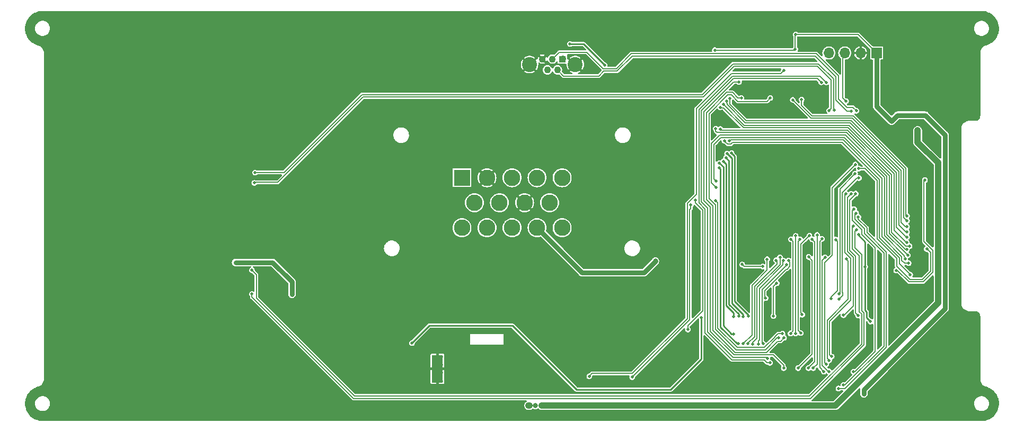
<source format=gbr>
%TF.GenerationSoftware,KiCad,Pcbnew,7.0.1*%
%TF.CreationDate,2024-06-10T08:55:10+03:00*%
%TF.ProjectId,Dash 6.8,44617368-2036-42e3-982e-6b696361645f,rev?*%
%TF.SameCoordinates,Original*%
%TF.FileFunction,Copper,L2,Bot*%
%TF.FilePolarity,Positive*%
%FSLAX46Y46*%
G04 Gerber Fmt 4.6, Leading zero omitted, Abs format (unit mm)*
G04 Created by KiCad (PCBNEW 7.0.1) date 2024-06-10 08:55:10*
%MOMM*%
%LPD*%
G01*
G04 APERTURE LIST*
%TA.AperFunction,ComponentPad*%
%ADD10R,2.625000X2.625000*%
%TD*%
%TA.AperFunction,ComponentPad*%
%ADD11C,2.625000*%
%TD*%
%TA.AperFunction,ComponentPad*%
%ADD12R,1.100000X1.100000*%
%TD*%
%TA.AperFunction,ComponentPad*%
%ADD13C,1.100000*%
%TD*%
%TA.AperFunction,ComponentPad*%
%ADD14C,2.400000*%
%TD*%
%TA.AperFunction,ComponentPad*%
%ADD15C,0.500000*%
%TD*%
%TA.AperFunction,SMDPad,CuDef*%
%ADD16R,1.800000X4.400000*%
%TD*%
%TA.AperFunction,ComponentPad*%
%ADD17R,1.700000X1.700000*%
%TD*%
%TA.AperFunction,ComponentPad*%
%ADD18O,1.700000X1.700000*%
%TD*%
%TA.AperFunction,ViaPad*%
%ADD19C,0.500000*%
%TD*%
%TA.AperFunction,ViaPad*%
%ADD20C,0.800000*%
%TD*%
%TA.AperFunction,Conductor*%
%ADD21C,0.800000*%
%TD*%
%TA.AperFunction,Conductor*%
%ADD22C,0.250000*%
%TD*%
%TA.AperFunction,Conductor*%
%ADD23C,0.200000*%
%TD*%
%TA.AperFunction,Conductor*%
%ADD24C,0.500000*%
%TD*%
%TA.AperFunction,Conductor*%
%ADD25C,1.000000*%
%TD*%
%TA.AperFunction,Conductor*%
%ADD26C,0.180000*%
%TD*%
G04 APERTURE END LIST*
D10*
%TO.P,J5,1,1*%
%TO.N,+5C*%
X143000000Y-104000000D03*
D11*
%TO.P,J5,2,2*%
%TO.N,GND*%
X147000000Y-104000000D03*
%TO.P,J5,3,3*%
%TO.N,/USB_D-*%
X151000000Y-104000000D03*
%TO.P,J5,4,4*%
%TO.N,/USB_D+*%
X155000000Y-104000000D03*
%TO.P,J5,5,5*%
%TO.N,/ADC1*%
X159000000Y-104000000D03*
%TO.P,J5,6,6*%
%TO.N,/CANH1*%
X145000000Y-108000000D03*
%TO.P,J5,7,7*%
%TO.N,/CANH2*%
X149000000Y-108000000D03*
%TO.P,J5,8,8*%
%TO.N,GND*%
X153000000Y-108000000D03*
%TO.P,J5,9,9*%
%TO.N,/IN1*%
X157000000Y-108000000D03*
%TO.P,J5,10,10*%
%TO.N,/CANL1*%
X143000000Y-112000000D03*
%TO.P,J5,11,11*%
%TO.N,/CANL2*%
X147000000Y-112000000D03*
%TO.P,J5,12,12*%
%TO.N,+BATT*%
X151000000Y-112000000D03*
%TO.P,J5,13,13*%
%TO.N,+5V*%
X155000000Y-112000000D03*
%TO.P,J5,14,14*%
%TO.N,/IN2*%
X159000000Y-112000000D03*
%TD*%
D12*
%TO.P,J1,1,VBUS*%
%TO.N,+5C*%
X159050000Y-85025000D03*
D13*
%TO.P,J1,2,D-*%
%TO.N,/USB_D-*%
X158250000Y-86775000D03*
%TO.P,J1,3,D+*%
%TO.N,/USB_D+*%
X157450000Y-85025000D03*
%TO.P,J1,4,ID*%
%TO.N,Net-(J1-ID)*%
X156650000Y-86775000D03*
%TO.P,J1,5,GND*%
%TO.N,GND*%
X155850000Y-85025000D03*
D14*
%TO.P,J1,6,Shield*%
X161100000Y-85900000D03*
X153800000Y-85900000D03*
%TD*%
D15*
%TO.P,U8,9,EP*%
%TO.N,GND*%
X138437500Y-132615000D03*
X138437500Y-133915000D03*
X138437500Y-135215000D03*
X138437500Y-136515000D03*
D16*
X139087500Y-134565000D03*
D15*
X139737500Y-132615000D03*
X139737500Y-133915000D03*
X139737500Y-135215000D03*
X139737500Y-136515000D03*
%TD*%
D17*
%TO.P,J2,1,Pin_1*%
%TO.N,+3.3V*%
X209240000Y-84050000D03*
D18*
%TO.P,J2,2,Pin_2*%
%TO.N,GND*%
X206700000Y-84050000D03*
%TO.P,J2,3,Pin_3*%
%TO.N,/SWDI*%
X204160000Y-84050000D03*
%TO.P,J2,4,Pin_4*%
%TO.N,/SWCLC*%
X201620000Y-84050000D03*
%TD*%
D19*
%TO.N,+3.3V*%
X191050000Y-118200000D03*
X206350000Y-113100000D03*
X207400000Y-118250000D03*
X207200000Y-138550000D03*
X211630000Y-94955000D03*
X187750000Y-117875000D03*
X115850000Y-122650000D03*
X208250000Y-127000000D03*
X196300000Y-81100000D03*
X196250000Y-83450000D03*
X106850000Y-117550000D03*
X207200000Y-137900000D03*
X183400000Y-83600000D03*
%TO.N,GND*%
X189000000Y-86750000D03*
X101400000Y-109950000D03*
X218750000Y-99100000D03*
X180400000Y-127950000D03*
X165850000Y-78950000D03*
X212650000Y-99050000D03*
X141050000Y-125200000D03*
X101400000Y-85950000D03*
X213850000Y-82950000D03*
X112500000Y-140950000D03*
X118250000Y-82400000D03*
X154000000Y-128450000D03*
X152700000Y-135700000D03*
X187600000Y-103250000D03*
X211550000Y-122450000D03*
X183200000Y-88050000D03*
X211500000Y-129750000D03*
X177750000Y-137550000D03*
X81400000Y-121950000D03*
X164250000Y-127500000D03*
X204900000Y-81850000D03*
X198600000Y-103000000D03*
X170950000Y-128600000D03*
X165450000Y-131700000D03*
X188850000Y-79450000D03*
X204325000Y-140800000D03*
X119500000Y-112150000D03*
X202700000Y-109600000D03*
X206050000Y-86350000D03*
X182450000Y-131100000D03*
X195600000Y-100000000D03*
X96400000Y-115950000D03*
X195600000Y-103000000D03*
X140000000Y-107150000D03*
X148550000Y-134000000D03*
X210800000Y-90650000D03*
X191350000Y-86750000D03*
X101400000Y-91950000D03*
X96400000Y-121950000D03*
X217450000Y-90650000D03*
X130800000Y-131800000D03*
X217600000Y-101600000D03*
X189550000Y-100000000D03*
X202800000Y-106650000D03*
X142200000Y-139850000D03*
X188400000Y-123200000D03*
X187300000Y-82600000D03*
X158450000Y-89350000D03*
X86400000Y-91950000D03*
X178750000Y-87850000D03*
X193150000Y-94050000D03*
X203700000Y-81900000D03*
X209650000Y-120200000D03*
X191700000Y-85250000D03*
X179100000Y-129900000D03*
X163950000Y-86050000D03*
X139750000Y-100350000D03*
X81400000Y-103950000D03*
X169000000Y-89400000D03*
X101400000Y-97950000D03*
X192600000Y-103000000D03*
X81400000Y-85950000D03*
X187700000Y-92800000D03*
X134100000Y-92200000D03*
X178950000Y-80800000D03*
X217750000Y-112950000D03*
X150500000Y-123200000D03*
X152350000Y-93950000D03*
X205950000Y-81850000D03*
X127950000Y-83450000D03*
X213850000Y-95300000D03*
X110250000Y-129250000D03*
X170400000Y-83250000D03*
X187350000Y-123200000D03*
X111550000Y-114050000D03*
X172450000Y-85300000D03*
X195600000Y-106000000D03*
X101400000Y-115950000D03*
X145150000Y-124950000D03*
X208250000Y-122550000D03*
X198750000Y-92400000D03*
X193350000Y-122800000D03*
X167900000Y-141750000D03*
X174650000Y-98400000D03*
X174300000Y-80800000D03*
X206000000Y-107750000D03*
X148350000Y-140450000D03*
X176600000Y-110950000D03*
X127750000Y-136750000D03*
X142100000Y-92150000D03*
X81400000Y-97950000D03*
X177150000Y-116250000D03*
X171400000Y-136950000D03*
X91400000Y-133950000D03*
X119650000Y-92750000D03*
X180400000Y-138100000D03*
X198250000Y-126000000D03*
X199000000Y-79150000D03*
X174700000Y-102800000D03*
X128250000Y-88800000D03*
X81400000Y-109950000D03*
X195600000Y-109000000D03*
X184250000Y-134150000D03*
X147200000Y-99950000D03*
X131250000Y-108450000D03*
X116850000Y-124350000D03*
X198600000Y-100000000D03*
X151700000Y-101350000D03*
X207950000Y-90750000D03*
X191950000Y-124050000D03*
X217400000Y-123900000D03*
X157800000Y-117700000D03*
X118800000Y-92750000D03*
X205200000Y-86350000D03*
X91400000Y-127950000D03*
X101400000Y-133950000D03*
X208950000Y-138150000D03*
X162550000Y-116150000D03*
X177400000Y-135850000D03*
X197850000Y-124050000D03*
X209700000Y-116350000D03*
X133500000Y-88800000D03*
X155950000Y-96350000D03*
X166800000Y-116100000D03*
X184050000Y-94100000D03*
X184300000Y-98750000D03*
X198600000Y-106000000D03*
X118850000Y-94750000D03*
X205050000Y-131050000D03*
X146200000Y-139850000D03*
X208250000Y-120250000D03*
X96400000Y-103950000D03*
X91400000Y-97950000D03*
X185950000Y-95550000D03*
X160900000Y-120700000D03*
X177750000Y-119850000D03*
X146850000Y-92100000D03*
X138050000Y-129300000D03*
X86400000Y-103950000D03*
X218450000Y-96900000D03*
X192600000Y-109000000D03*
X146550000Y-138150000D03*
X101400000Y-127950000D03*
X205850000Y-132950000D03*
X192600000Y-100000000D03*
X217600000Y-96850000D03*
X157450000Y-83650000D03*
X128850000Y-92300000D03*
X189600000Y-106000000D03*
X207050000Y-86350000D03*
X132900000Y-131800000D03*
X86400000Y-85950000D03*
X208300000Y-116000000D03*
X222000000Y-94650000D03*
X116300000Y-135500000D03*
X213200000Y-100650000D03*
X178150000Y-116250000D03*
X187600000Y-101800000D03*
X189300000Y-94100000D03*
X189550000Y-100000000D03*
X129350000Y-129650000D03*
X172950000Y-115000000D03*
X202300000Y-134250000D03*
X86400000Y-109950000D03*
X86400000Y-121950000D03*
X177300000Y-114050000D03*
X178100000Y-131750000D03*
X194350000Y-91600000D03*
X174750000Y-92300000D03*
X96400000Y-133950000D03*
X96400000Y-91950000D03*
X135200000Y-139850000D03*
X170150000Y-134000000D03*
X211450000Y-117000000D03*
X160800000Y-114200000D03*
X214600000Y-97650000D03*
X202850000Y-131200000D03*
X150550000Y-138150000D03*
X151100000Y-140400000D03*
X198600000Y-109000000D03*
X220650000Y-133200000D03*
X111850000Y-94850000D03*
X101400000Y-103950000D03*
X207950000Y-86350000D03*
X214800000Y-141700000D03*
X180450000Y-114000000D03*
X205550000Y-79200000D03*
X175150000Y-129100000D03*
X91400000Y-121950000D03*
X163900000Y-89400000D03*
X121550000Y-114800000D03*
X194100000Y-125550000D03*
X166800000Y-121050000D03*
X121300000Y-120800000D03*
X86400000Y-97950000D03*
X194950000Y-119750000D03*
X189300000Y-116750000D03*
X180100000Y-133050000D03*
X123600000Y-112600000D03*
X190850000Y-113350000D03*
X197100000Y-94050000D03*
X158350000Y-100650000D03*
X152950000Y-117350000D03*
X161300000Y-141750000D03*
X214600000Y-96850000D03*
X113100000Y-124400000D03*
X91400000Y-85950000D03*
X168850000Y-131650000D03*
X209650000Y-122650000D03*
X217150000Y-116550000D03*
X174900000Y-141800000D03*
X96400000Y-85950000D03*
X214700000Y-132950000D03*
X178200000Y-110950000D03*
X189600000Y-103000000D03*
X81400000Y-133950000D03*
X186400000Y-85200000D03*
X165850000Y-92800000D03*
X86400000Y-115950000D03*
X188400000Y-116800000D03*
X86400000Y-133950000D03*
X81400000Y-91950000D03*
X101400000Y-121950000D03*
X200450000Y-92300000D03*
X91400000Y-91950000D03*
X209700000Y-125550000D03*
X208350000Y-125850000D03*
X205600000Y-140550000D03*
X188400000Y-124200000D03*
X152900000Y-138050000D03*
X217600000Y-102950000D03*
X208300000Y-117200000D03*
X126250000Y-137800000D03*
X96400000Y-109950000D03*
X173300000Y-121050000D03*
X190000000Y-82650000D03*
X221900000Y-110250000D03*
X218750000Y-98400000D03*
X169600000Y-86500000D03*
X180000000Y-91900000D03*
X157800000Y-126550000D03*
X96400000Y-97950000D03*
X212650000Y-97400000D03*
X81400000Y-115950000D03*
X211500000Y-118450000D03*
X178800000Y-89700000D03*
X167950000Y-84800000D03*
X167400000Y-127550000D03*
X213500000Y-120850000D03*
X113300000Y-82450000D03*
X96400000Y-127950000D03*
X173450000Y-136950000D03*
X91400000Y-109950000D03*
X189600000Y-109000000D03*
X91400000Y-115950000D03*
X203200000Y-135700000D03*
X221400000Y-141750000D03*
X91400000Y-103950000D03*
X189000000Y-85150000D03*
X106000000Y-133800000D03*
X208200000Y-142100000D03*
X206000000Y-88550000D03*
X144450000Y-133900000D03*
X202350000Y-128800000D03*
X143550000Y-129950000D03*
X172700000Y-108900000D03*
X220650000Y-126650000D03*
X128850000Y-139850000D03*
X219850000Y-83000000D03*
X81400000Y-127950000D03*
X86400000Y-127950000D03*
X162000000Y-83250000D03*
X192600000Y-106000000D03*
X175300000Y-117550000D03*
X123150000Y-138600000D03*
X221850000Y-106900000D03*
%TO.N,+5C*%
X165800000Y-86000000D03*
X160250000Y-82600000D03*
D20*
%TO.N,+5V*%
X215800000Y-96450000D03*
X215800000Y-97400000D03*
X153750000Y-140450000D03*
X154700000Y-140450000D03*
X155750000Y-140450000D03*
X215800000Y-98350000D03*
X173900000Y-117350000D03*
D19*
%TO.N,/USB_D-*%
X205150000Y-93350000D03*
%TO.N,/USB_D+*%
X206000000Y-93300000D03*
%TO.N,/TXDCAN2*%
X109450000Y-118800000D03*
X205517548Y-111744659D03*
%TO.N,/RXDCAN2*%
X109450000Y-122610000D03*
X206067048Y-112294159D03*
%TO.N,/F0*%
X186075000Y-100075000D03*
X188750000Y-126150000D03*
%TO.N,/F1*%
X185351443Y-100163909D03*
X187931430Y-126205714D03*
%TO.N,/F2*%
X185189789Y-100844476D03*
X187200000Y-126150000D03*
%TO.N,/F3*%
X186361481Y-126185653D03*
X184771549Y-101405172D03*
%TO.N,/F4*%
X184117203Y-101652428D03*
X186350000Y-129000000D03*
%TO.N,/F5*%
X184098652Y-102446343D03*
X187150000Y-130550000D03*
%TO.N,/C0*%
X183550000Y-107650000D03*
X194200000Y-128950000D03*
%TO.N,/F11*%
X193279242Y-120879242D03*
X192750000Y-126100000D03*
%TO.N,/F12*%
X187950000Y-130550000D03*
X191750000Y-117050000D03*
%TO.N,/F13*%
X193200000Y-117200000D03*
X188713556Y-130563556D03*
%TO.N,/F14*%
X189477112Y-130577112D03*
X193800000Y-116750000D03*
%TO.N,/F15*%
X190350000Y-130600500D03*
X194349500Y-117250000D03*
%TO.N,/G0*%
X191499500Y-123250000D03*
X195150000Y-117250000D03*
%TO.N,/G1*%
X194849500Y-117881665D03*
X191100003Y-130550000D03*
%TO.N,/E7*%
X195500000Y-128900000D03*
X195550000Y-113850000D03*
%TO.N,/E8*%
X196300000Y-113300000D03*
X196300000Y-128900000D03*
%TO.N,/E9*%
X197000000Y-113850000D03*
X197100000Y-128850000D03*
%TO.N,/E10*%
X197350000Y-125900000D03*
X198500000Y-113250000D03*
%TO.N,/E11*%
X196700000Y-134450000D03*
X198402805Y-116668698D03*
%TO.N,/E12*%
X198950000Y-113850000D03*
X198350000Y-134450000D03*
%TO.N,/E13*%
X199750000Y-113150000D03*
X199114101Y-134463010D03*
%TO.N,/E14*%
X200797535Y-135002465D03*
X200500000Y-113800000D03*
%TO.N,/E15*%
X201000000Y-116750000D03*
X201650000Y-135000000D03*
%TO.N,/H6*%
X202700000Y-113900000D03*
X202000000Y-123350000D03*
%TO.N,/H7*%
X204399500Y-117000000D03*
X201650000Y-133200000D03*
%TO.N,/D8*%
X206318048Y-110264441D03*
X203150000Y-137700000D03*
%TO.N,/D9*%
X203950000Y-137150000D03*
X205960544Y-109663197D03*
%TO.N,/D10*%
X205643266Y-109039788D03*
X205528601Y-135028601D03*
%TO.N,/D14*%
X206300000Y-126050000D03*
X205900000Y-106550000D03*
%TO.N,/D15*%
X205163556Y-106563556D03*
X203950000Y-126000000D03*
%TO.N,/SWDI*%
X204350000Y-91750000D03*
%TO.N,/G2*%
X204350000Y-106600000D03*
X202062327Y-132600000D03*
%TO.N,/G4*%
X206400000Y-104050000D03*
X203200000Y-123400000D03*
%TO.N,/G5*%
X203261444Y-122561444D03*
X205800000Y-103350000D03*
%TO.N,/G8*%
X205850000Y-101900000D03*
X201200000Y-133850000D03*
%TO.N,/D0*%
X192200000Y-133597086D03*
X201200000Y-88750000D03*
%TO.N,/D1*%
X200400000Y-88750000D03*
X191800000Y-132900000D03*
%TO.N,/G15*%
X193576332Y-129622961D03*
X192250000Y-91250000D03*
%TO.N,/E0*%
X187625000Y-91250000D03*
X194451107Y-129602878D03*
%TO.N,/E1*%
X194404242Y-134454242D03*
X187250000Y-88700000D03*
%TO.N,/B1*%
X216950000Y-104400000D03*
X212372535Y-118827465D03*
%TO.N,/D6*%
X197250000Y-91500000D03*
X214100000Y-110100000D03*
%TO.N,/G11*%
X195850000Y-91550000D03*
X214100000Y-110900000D03*
%TO.N,/I4*%
X214100000Y-111850000D03*
X185789500Y-91300000D03*
%TO.N,/I5*%
X214100000Y-112700000D03*
X185289500Y-91789185D03*
%TO.N,/I6*%
X214100000Y-113500000D03*
X184789500Y-92289500D03*
%TO.N,/I7*%
X184250000Y-92750000D03*
X214050000Y-114350000D03*
%TO.N,/G7*%
X217250000Y-115400000D03*
X206400000Y-102550000D03*
%TO.N,/I10*%
X214500000Y-114950000D03*
X184286444Y-96213556D03*
%TO.N,/I9*%
X214063024Y-115499500D03*
X183523846Y-96151192D03*
%TO.N,/F10*%
X214200000Y-116400500D03*
X183600000Y-105550000D03*
%TO.N,/F8*%
X183600000Y-104550000D03*
X213807628Y-116979592D03*
%TO.N,/C13*%
X214350000Y-117650000D03*
X185700000Y-98099500D03*
%TO.N,/I11*%
X184936694Y-98113306D03*
X214600000Y-119500000D03*
%TO.N,/+12v*%
X181250000Y-126350000D03*
X135000000Y-130450000D03*
%TO.N,/G14*%
X163350000Y-135750000D03*
X194400000Y-86850000D03*
%TO.N,/A10*%
X202472870Y-93227130D03*
X109950000Y-103180000D03*
%TO.N,/A9*%
X201650000Y-93250000D03*
X109830000Y-104830000D03*
%TO.N,/C2*%
X170200000Y-135900000D03*
X179550000Y-108350000D03*
%TO.N,/C1*%
X179087500Y-128262500D03*
X180300500Y-107599500D03*
%TD*%
D21*
%TO.N,+3.3V*%
X220150000Y-97150000D02*
X220150000Y-124950000D01*
X211630000Y-94955000D02*
X212585000Y-94000000D01*
X106850000Y-117550000D02*
X112750000Y-117550000D01*
X220150000Y-124950000D02*
X207200000Y-137900000D01*
X115850000Y-120650000D02*
X115850000Y-122650000D01*
X211630000Y-94955000D02*
X211605000Y-94955000D01*
X112750000Y-117550000D02*
X115850000Y-120650000D01*
D22*
X206350000Y-113100000D02*
X206350000Y-113200000D01*
D21*
X212585000Y-94000000D02*
X217000000Y-94000000D01*
D23*
X196100000Y-83600000D02*
X183400000Y-83600000D01*
D22*
X206350000Y-113200000D02*
X207400000Y-114250000D01*
D23*
X196300000Y-81100000D02*
X196250000Y-81150000D01*
D22*
X207400000Y-118250000D02*
X207400000Y-125205456D01*
D21*
X207200000Y-138550000D02*
X207200000Y-137900000D01*
D23*
X206290000Y-81100000D02*
X196300000Y-81100000D01*
X209240000Y-84050000D02*
X206290000Y-81100000D01*
X191050000Y-118200000D02*
X188075000Y-118200000D01*
D21*
X209240000Y-92590000D02*
X209240000Y-84050000D01*
D22*
X207675000Y-125480456D02*
X207675000Y-126425000D01*
D23*
X196250000Y-83450000D02*
X196100000Y-83600000D01*
X196250000Y-81150000D02*
X196250000Y-83450000D01*
D21*
X217000000Y-94000000D02*
X220150000Y-97150000D01*
D22*
X207675000Y-126425000D02*
X208250000Y-127000000D01*
D21*
X211605000Y-94955000D02*
X209240000Y-92590000D01*
D23*
X188075000Y-118200000D02*
X187750000Y-117875000D01*
D22*
X207400000Y-125205456D02*
X207675000Y-125480456D01*
X207400000Y-114250000D02*
X207400000Y-118250000D01*
D24*
%TO.N,GND*%
X189000000Y-86750000D02*
X191350000Y-86750000D01*
D25*
%TO.N,+5C*%
X159075000Y-85025000D02*
X159100000Y-85000000D01*
D22*
X162400000Y-82600000D02*
X160250000Y-82600000D01*
D25*
X159050000Y-85025000D02*
X159075000Y-85025000D01*
D22*
X165800000Y-86000000D02*
X162400000Y-82600000D01*
D25*
%TO.N,+5V*%
X202650000Y-140450000D02*
X155750000Y-140450000D01*
X215800000Y-97400000D02*
X215800000Y-96450000D01*
X219050000Y-124050000D02*
X202650000Y-140450000D01*
X215800000Y-98350000D02*
X215800000Y-97400000D01*
D21*
X162200000Y-119200000D02*
X155000000Y-112000000D01*
X172050000Y-119200000D02*
X162200000Y-119200000D01*
D25*
X215800000Y-98350000D02*
X219050000Y-101600000D01*
X153750000Y-140450000D02*
X153650000Y-140450000D01*
D21*
X173900000Y-117350000D02*
X172050000Y-119200000D01*
D25*
X219050000Y-101600000D02*
X219050000Y-124050000D01*
D23*
%TO.N,/USB_D-*%
X199459314Y-84575000D02*
X170175000Y-84575000D01*
X202750000Y-91599999D02*
X202750000Y-87865686D01*
X167799999Y-86950000D02*
X165650000Y-86950000D01*
X164850000Y-87750000D02*
X159225000Y-87750000D01*
X204500000Y-93350000D02*
X202750000Y-91599999D01*
X170175000Y-84575000D02*
X167799999Y-86950000D01*
X159225000Y-87750000D02*
X158250000Y-86775000D01*
X202750000Y-87865686D02*
X199459314Y-84575000D01*
X205150000Y-93350000D02*
X204500000Y-93350000D01*
X165650000Y-86950000D02*
X164850000Y-87750000D01*
%TO.N,/USB_D+*%
X204465686Y-92750000D02*
X203150000Y-91434314D01*
X203150000Y-87700000D02*
X199624999Y-84175000D01*
X170009314Y-84175000D02*
X167634314Y-86550000D01*
X158525000Y-83950000D02*
X157450000Y-85025000D01*
X167634314Y-86550000D02*
X165572182Y-86550000D01*
X206000000Y-93300000D02*
X205450000Y-92750000D01*
X199624999Y-84175000D02*
X170009314Y-84175000D01*
X203150000Y-91434314D02*
X203150000Y-87700000D01*
X165572182Y-86550000D02*
X162972182Y-83950000D01*
X205450000Y-92750000D02*
X204465686Y-92750000D01*
X162972182Y-83950000D02*
X158525000Y-83950000D01*
%TO.N,/TXDCAN2*%
X198527817Y-138900000D02*
X125815686Y-138900000D01*
X206450000Y-125422182D02*
X206850000Y-125822182D01*
X110150000Y-119500000D02*
X109450000Y-118800000D01*
X205368048Y-115383734D02*
X206450000Y-116465686D01*
X205368048Y-111894159D02*
X205368048Y-115383734D01*
X109450000Y-118800000D02*
X109400000Y-118800000D01*
X125815686Y-138900000D02*
X110150000Y-123234314D01*
X206850000Y-125822182D02*
X206850000Y-130577817D01*
X206850000Y-130577817D02*
X198527817Y-138900000D01*
X206450000Y-116465686D02*
X206450000Y-125422182D01*
X110150000Y-123234314D02*
X110150000Y-119500000D01*
X205517548Y-111744659D02*
X205368048Y-111894159D01*
%TO.N,/RXDCAN2*%
X207250000Y-130743503D02*
X198693502Y-139300000D01*
X205768048Y-115218048D02*
X206850000Y-116300001D01*
X206067048Y-112294159D02*
X205768048Y-112593160D01*
X205768048Y-112593160D02*
X205768048Y-115218048D01*
X206850000Y-116300001D02*
X206850000Y-125256496D01*
X207250000Y-125656497D02*
X207250000Y-130743503D01*
X109450000Y-123100000D02*
X109450000Y-122610000D01*
X198693502Y-139300000D02*
X125650001Y-139300000D01*
X125650001Y-139300000D02*
X109450000Y-123100000D01*
X206850000Y-125256496D02*
X207250000Y-125656497D01*
D22*
%TO.N,/F0*%
X186550000Y-123800000D02*
X188750000Y-126000000D01*
X188750000Y-126000000D02*
X188600000Y-125850000D01*
X188750000Y-126150000D02*
X188750000Y-126000000D01*
X186550000Y-100550000D02*
X186550000Y-123800000D01*
X186075000Y-100075000D02*
X186550000Y-100550000D01*
%TO.N,/F1*%
X187931430Y-125899628D02*
X187931430Y-126205714D01*
X187931430Y-126205714D02*
X187931430Y-125981430D01*
X186100000Y-124068198D02*
X187931430Y-125899628D01*
X186100000Y-100912466D02*
X186100000Y-124068198D01*
X185351443Y-100163909D02*
X186100000Y-100912466D01*
%TO.N,/F2*%
X185189789Y-100844476D02*
X185650000Y-101304687D01*
X185650000Y-101304687D02*
X185650000Y-124254594D01*
X187200000Y-125804594D02*
X187200000Y-126150000D01*
X185650000Y-124254594D02*
X187200000Y-125804594D01*
%TO.N,/F3*%
X186361481Y-126185653D02*
X186361481Y-126111481D01*
X185200000Y-124440990D02*
X186361481Y-125602471D01*
X186361481Y-125602471D02*
X186361481Y-126185653D01*
X184771549Y-101405172D02*
X185200000Y-101833623D01*
X185200000Y-101833623D02*
X185200000Y-124440990D01*
%TO.N,/F4*%
X184117203Y-101652428D02*
X184750000Y-102285225D01*
X184750000Y-102285225D02*
X184750000Y-127690382D01*
X184750000Y-127690382D02*
X186059618Y-129000000D01*
X186059618Y-129000000D02*
X186350000Y-129000000D01*
%TO.N,/F5*%
X184300000Y-102647691D02*
X184300000Y-127876778D01*
X186973222Y-130550000D02*
X187150000Y-130550000D01*
X184098652Y-102446343D02*
X184300000Y-102647691D01*
X184300000Y-127876778D02*
X186973222Y-130550000D01*
D23*
%TO.N,/C0*%
X192950000Y-129477821D02*
X191277321Y-131150500D01*
X194200000Y-128950000D02*
X193472182Y-128950000D01*
X186972682Y-131150500D02*
X183875000Y-128052818D01*
X193472182Y-128950000D02*
X192950000Y-129472182D01*
X191277321Y-131150500D02*
X186972682Y-131150500D01*
X183875000Y-128052818D02*
X183875000Y-107975000D01*
X192950000Y-129472182D02*
X192950000Y-129477821D01*
X183875000Y-107975000D02*
X183550000Y-107650000D01*
%TO.N,/F11*%
X192750000Y-126100000D02*
X192750000Y-121408484D01*
X192750000Y-121408484D02*
X193279242Y-120879242D01*
%TO.N,/F12*%
X191750000Y-117050000D02*
X191750000Y-117100000D01*
X191750000Y-118802942D02*
X191750000Y-117050000D01*
X187950000Y-130550000D02*
X189350000Y-129150000D01*
X189350000Y-129150000D02*
X189350000Y-121202942D01*
X189350000Y-121202942D02*
X191750000Y-118802942D01*
%TO.N,/F13*%
X189750000Y-129400000D02*
X189750000Y-121368628D01*
X193300000Y-117818628D02*
X193300000Y-117300000D01*
X188713556Y-130436444D02*
X189750000Y-129400000D01*
X188713556Y-130563556D02*
X188713556Y-130436444D01*
X193300000Y-117300000D02*
X193200000Y-117200000D01*
X189750000Y-121368628D02*
X193300000Y-117818628D01*
%TO.N,/F14*%
X189477112Y-130347888D02*
X190150000Y-129675000D01*
X190150000Y-121534314D02*
X193800000Y-117884314D01*
X189477112Y-130577112D02*
X189477112Y-130347888D01*
X190150000Y-129675000D02*
X190150000Y-121534314D01*
X193800000Y-117884314D02*
X193800000Y-116750000D01*
%TO.N,/F15*%
X194300000Y-117950000D02*
X194300000Y-117299500D01*
X190350000Y-130600500D02*
X190350000Y-130100000D01*
X190350000Y-130100000D02*
X190550000Y-129900000D01*
X190550000Y-121700000D02*
X194300000Y-117950000D01*
X190550000Y-129900000D02*
X190550000Y-121700000D01*
X194300000Y-117299500D02*
X194349500Y-117250000D01*
%TO.N,/G0*%
X195400000Y-118177818D02*
X195400000Y-117500000D01*
X191350000Y-122031372D02*
X194740686Y-118640686D01*
X194740686Y-118640686D02*
X194937132Y-118640686D01*
X194937132Y-118640686D02*
X195400000Y-118177818D01*
X191499500Y-123250000D02*
X191600000Y-123350500D01*
X191350000Y-123100500D02*
X191350000Y-122031372D01*
X191499500Y-123250000D02*
X191350000Y-123100500D01*
X195400000Y-117500000D02*
X195150000Y-117250000D01*
%TO.N,/G1*%
X194849500Y-117881665D02*
X194849500Y-117950500D01*
X190950000Y-130399997D02*
X190950000Y-121865686D01*
X194849500Y-117950500D02*
X194745921Y-118054079D01*
X191100003Y-130550000D02*
X190950000Y-130399997D01*
X194849500Y-117966186D02*
X194849500Y-117881665D01*
X190950000Y-121865686D02*
X194849500Y-117966186D01*
%TO.N,/E7*%
X195550000Y-113850000D02*
X195898545Y-114198545D01*
X195898545Y-128501455D02*
X195500000Y-128900000D01*
X195898545Y-114198545D02*
X195898545Y-128501455D01*
%TO.N,/E8*%
X196300000Y-128615686D02*
X196298545Y-128614230D01*
X196298545Y-128614230D02*
X196298545Y-113301455D01*
X196300000Y-128900000D02*
X196300000Y-128615686D01*
X196298545Y-113301455D02*
X196300000Y-113300000D01*
%TO.N,/E9*%
X197000000Y-113850000D02*
X196698545Y-114151455D01*
X196698545Y-128448545D02*
X197100000Y-128850000D01*
X196698545Y-114151455D02*
X196698545Y-128448545D01*
%TO.N,/E10*%
X197098545Y-114651455D02*
X197098545Y-125648545D01*
X197098545Y-125648545D02*
X197350000Y-125900000D01*
X198500000Y-113250000D02*
X197098545Y-114651455D01*
%TO.N,/E11*%
X198950000Y-117215893D02*
X198402805Y-116668698D01*
X196700000Y-134450000D02*
X198950000Y-132200000D01*
X198950000Y-132200000D02*
X198950000Y-117215893D01*
%TO.N,/E12*%
X199350000Y-114250000D02*
X198950000Y-113850000D01*
X199350000Y-133450000D02*
X199350000Y-114250000D01*
X198350000Y-134450000D02*
X199350000Y-133450000D01*
%TO.N,/E13*%
X199114101Y-134463010D02*
X199750000Y-133827111D01*
X199750000Y-133827111D02*
X199750000Y-113150000D01*
X199750000Y-113150000D02*
X199750000Y-113250000D01*
%TO.N,/E14*%
X200797535Y-135002465D02*
X200150000Y-134354930D01*
X200150000Y-114150000D02*
X200500000Y-113800000D01*
X200150000Y-134354930D02*
X200150000Y-114150000D01*
%TO.N,/E15*%
X200550000Y-133977818D02*
X200550000Y-117200000D01*
X200550000Y-117200000D02*
X201000000Y-116750000D01*
X201572182Y-135000000D02*
X200550000Y-133977818D01*
X201650000Y-135000000D02*
X201572182Y-135000000D01*
%TO.N,/H6*%
X202700000Y-113900000D02*
X202968048Y-114168048D01*
X202968048Y-122077022D02*
X202000000Y-123045070D01*
X202000000Y-123045070D02*
X202000000Y-123350000D01*
X202968048Y-114168048D02*
X202968048Y-122077022D01*
%TO.N,/H7*%
X204700000Y-123434314D02*
X204700000Y-117300500D01*
X201650000Y-133200000D02*
X201350000Y-132900000D01*
X201350000Y-132900000D02*
X201350000Y-126784314D01*
X201350000Y-126784314D02*
X204700000Y-123434314D01*
X204700000Y-117300500D02*
X204399500Y-117000000D01*
%TO.N,/D8*%
X207700000Y-112017921D02*
X206318048Y-110635969D01*
X207700000Y-112748598D02*
X207700000Y-112017921D01*
X210800000Y-115848598D02*
X207700000Y-112748598D01*
X210800000Y-131099999D02*
X210800000Y-115848598D01*
X206318048Y-110635969D02*
X206318048Y-110264441D01*
X204199999Y-137700000D02*
X210800000Y-131099999D01*
X203150000Y-137700000D02*
X204199999Y-137700000D01*
%TO.N,/D9*%
X210400000Y-116014284D02*
X207300000Y-112914284D01*
X207300000Y-112183607D02*
X205768048Y-110651655D01*
X210400000Y-130934314D02*
X210400000Y-116014284D01*
X203950000Y-137150000D02*
X204000000Y-137100000D01*
X204184314Y-137150000D02*
X210400000Y-130934314D01*
X205768048Y-109855693D02*
X205960544Y-109663197D01*
X204000000Y-137100000D02*
X204000000Y-137050000D01*
X207300000Y-112914284D02*
X207300000Y-112183607D01*
X205768048Y-110651655D02*
X205768048Y-109855693D01*
X203950000Y-137150000D02*
X204184314Y-137150000D01*
%TO.N,/D10*%
X206900000Y-113079969D02*
X206900000Y-112349293D01*
X205368048Y-109315006D02*
X205643266Y-109039788D01*
X205740027Y-135028601D02*
X209000000Y-131768628D01*
X205528601Y-135028601D02*
X205740027Y-135028601D01*
X209000000Y-131768628D02*
X209000000Y-115179969D01*
X206900000Y-112349293D02*
X205368048Y-110817341D01*
X209000000Y-115179969D02*
X206900000Y-113079969D01*
X205368048Y-110817341D02*
X205368048Y-109315006D01*
%TO.N,/D14*%
X204968048Y-107581952D02*
X204968048Y-115659358D01*
X206300000Y-126050000D02*
X206150000Y-125950000D01*
X205900000Y-106650000D02*
X204968048Y-107581952D01*
X205900000Y-116591311D02*
X205900000Y-125650000D01*
X205900000Y-106550000D02*
X205900000Y-106650000D01*
X204968048Y-115659358D02*
X205900000Y-116591311D01*
X205900000Y-125650000D02*
X206300000Y-126050000D01*
%TO.N,/D15*%
X204568048Y-107159064D02*
X204568048Y-115825044D01*
X205163556Y-106563556D02*
X204568048Y-107159064D01*
X203950000Y-126000000D02*
X203950000Y-126125008D01*
X204050000Y-126000000D02*
X203950000Y-126000000D01*
X204568048Y-115825044D02*
X205500000Y-116756996D01*
X205500000Y-116756996D02*
X205500000Y-124550000D01*
X203950000Y-126125008D02*
X203974992Y-126150000D01*
X205500000Y-124550000D02*
X204050000Y-126000000D01*
%TO.N,/SWDI*%
X203850000Y-91250000D02*
X203850000Y-84360000D01*
X203850000Y-84360000D02*
X204160000Y-84050000D01*
X204350000Y-91750000D02*
X203850000Y-91250000D01*
%TO.N,/G2*%
X204168048Y-106781952D02*
X204168048Y-115990730D01*
X201750000Y-126950000D02*
X201750000Y-132287673D01*
X205100000Y-116922682D02*
X205100000Y-123600000D01*
X204168048Y-115990730D02*
X205100000Y-116922682D01*
X201750000Y-132287673D02*
X202062327Y-132600000D01*
X205100000Y-123600000D02*
X201750000Y-126950000D01*
X204350000Y-106600000D02*
X204168048Y-106781952D01*
%TO.N,/G4*%
X203200000Y-123400000D02*
X203811444Y-122788556D01*
X203768048Y-122290230D02*
X203768048Y-106381952D01*
X203811444Y-122333626D02*
X203768048Y-122290230D01*
X206100000Y-104050000D02*
X206400000Y-104050000D01*
X203768048Y-106381952D02*
X206100000Y-104050000D01*
X203811444Y-122788556D02*
X203811444Y-122333626D01*
%TO.N,/G5*%
X203368048Y-105781952D02*
X205800000Y-103350000D01*
X203261444Y-122561444D02*
X203368048Y-122454840D01*
X203368048Y-122454840D02*
X203368048Y-105781952D01*
%TO.N,/G8*%
X202150000Y-105600000D02*
X205850000Y-101900000D01*
X201200000Y-133850000D02*
X200950000Y-133600000D01*
X200950000Y-133600000D02*
X200950000Y-117600000D01*
X205850000Y-101900000D02*
X205800000Y-102050000D01*
X200950000Y-117600000D02*
X202150000Y-116400000D01*
X202150000Y-116400000D02*
X202150000Y-105600000D01*
%TO.N,/D0*%
X200200000Y-87750000D02*
X186202942Y-87750000D01*
X181850000Y-128856243D02*
X186144254Y-133150500D01*
X191272682Y-133150500D02*
X191719268Y-133597086D01*
X180850000Y-107990560D02*
X181850000Y-108990561D01*
X186202942Y-87750000D02*
X180850000Y-93102942D01*
X181850000Y-108990561D02*
X181850000Y-128856243D01*
X186144254Y-133150500D02*
X191272682Y-133150500D01*
X201200000Y-88750000D02*
X200200000Y-87750000D01*
X191719268Y-133597086D02*
X192200000Y-133597086D01*
X180850000Y-93102942D02*
X180850000Y-107990560D01*
%TO.N,/D1*%
X186309940Y-132750500D02*
X191650500Y-132750500D01*
X181250000Y-107824875D02*
X182250000Y-108824875D01*
X182250000Y-128690558D02*
X186309940Y-132750500D01*
X199800000Y-88150000D02*
X186368628Y-88150000D01*
X182250000Y-108824875D02*
X182250000Y-128690558D01*
X191650500Y-132750500D02*
X191800000Y-132900000D01*
X186368628Y-88150000D02*
X181250000Y-93268628D01*
X181250000Y-93268628D02*
X181250000Y-107824875D01*
X200400000Y-88750000D02*
X199800000Y-88150000D01*
%TO.N,/G15*%
X193350000Y-129637868D02*
X193364907Y-129622961D01*
X193364907Y-129622961D02*
X193576332Y-129622961D01*
X192250000Y-91250000D02*
X191700000Y-91800000D01*
X193350000Y-129643507D02*
X193350000Y-129637868D01*
X186017318Y-90750000D02*
X185472182Y-90750000D01*
X185472182Y-90750000D02*
X182465000Y-93757182D01*
X191700000Y-91800000D02*
X187067318Y-91800000D01*
X182465000Y-93757182D02*
X182465000Y-107342818D01*
X187067318Y-91800000D02*
X186017318Y-90750000D01*
X191443007Y-131550500D02*
X193350000Y-129643507D01*
X186806996Y-131550500D02*
X191443007Y-131550500D01*
X183475000Y-108352818D02*
X183475000Y-128218503D01*
X182465000Y-107342818D02*
X183475000Y-108352818D01*
X183475000Y-128218503D02*
X186806996Y-131550500D01*
%TO.N,/E0*%
X191608693Y-131950500D02*
X193386232Y-130172961D01*
X187625000Y-91250000D02*
X187083004Y-91250000D01*
X182065000Y-93585000D02*
X182065000Y-107508503D01*
X186183004Y-90350000D02*
X185300000Y-90350000D01*
X183075000Y-108518504D02*
X183075000Y-128384188D01*
X183075000Y-128384188D02*
X186641311Y-131950500D01*
X185300000Y-90350000D02*
X182065000Y-93585000D01*
X182065000Y-107508503D02*
X183075000Y-108518504D01*
X193881024Y-130172961D02*
X194451107Y-129602878D01*
X187083004Y-91250000D02*
X186183004Y-90350000D01*
X193386232Y-130172961D02*
X193881024Y-130172961D01*
X186641311Y-131950500D02*
X191608693Y-131950500D01*
%TO.N,/E1*%
X192750500Y-132350500D02*
X186475625Y-132350500D01*
X181665000Y-107674188D02*
X181665000Y-93419314D01*
X182675000Y-128549873D02*
X182675000Y-108684190D01*
X186384314Y-88700000D02*
X187250000Y-88700000D01*
X186475625Y-132350500D02*
X182675000Y-128549873D01*
X182675000Y-108684190D02*
X181665000Y-107674188D01*
X181665000Y-93419314D02*
X186384314Y-88700000D01*
X194404242Y-134004242D02*
X192750500Y-132350500D01*
X194404242Y-134454242D02*
X194404242Y-134004242D01*
%TO.N,/B1*%
X218250000Y-119115686D02*
X218250000Y-115622182D01*
X216800000Y-104550000D02*
X216950000Y-104400000D01*
X212583961Y-118827465D02*
X214406497Y-120650000D01*
X214406497Y-120650000D02*
X216715686Y-120650000D01*
X212372535Y-118827465D02*
X212583961Y-118827465D01*
X216715686Y-120650000D02*
X218250000Y-119115686D01*
X216950000Y-104400000D02*
X216850000Y-104450000D01*
X216800000Y-114172182D02*
X216800000Y-104550000D01*
X218250000Y-115622182D02*
X216800000Y-114172182D01*
D26*
%TO.N,/D6*%
X198937402Y-94100000D02*
X205500000Y-94100000D01*
X214100000Y-110100000D02*
X214200000Y-110000000D01*
X213940000Y-102540000D02*
X213940000Y-109940000D01*
X197250000Y-92412598D02*
X198937402Y-94100000D01*
X213940000Y-109940000D02*
X214100000Y-110100000D01*
X205500000Y-94100000D02*
X213940000Y-102540000D01*
X197250000Y-91500000D02*
X197250000Y-92412598D01*
%TO.N,/G11*%
X213560000Y-102697402D02*
X213560000Y-110360000D01*
X198780000Y-94480000D02*
X205342598Y-94480000D01*
X205342598Y-94480000D02*
X213560000Y-102697402D01*
X195850000Y-91550000D02*
X198780000Y-94480000D01*
X213560000Y-110360000D02*
X214100000Y-110900000D01*
%TO.N,/I4*%
X213180000Y-111180000D02*
X213180000Y-102854804D01*
X205185196Y-94860000D02*
X188434804Y-94860000D01*
X213180000Y-102854804D02*
X205185196Y-94860000D01*
X214100000Y-111850000D02*
X213850000Y-111850000D01*
X213850000Y-111850000D02*
X213180000Y-111180000D01*
X185829500Y-92254696D02*
X185829500Y-91340000D01*
X188434804Y-94860000D02*
X185829500Y-92254696D01*
X185829500Y-91340000D02*
X185789500Y-91300000D01*
%TO.N,/I5*%
X214100000Y-112700000D02*
X213900000Y-112700000D01*
X185329500Y-92065824D02*
X185289500Y-92025824D01*
X205027794Y-95240000D02*
X188277402Y-95240000D01*
X185289500Y-92025824D02*
X185289500Y-91789185D01*
X188277402Y-95240000D02*
X185329500Y-92292098D01*
X212800000Y-103012206D02*
X205027794Y-95240000D01*
X212800000Y-111600000D02*
X212800000Y-103012206D01*
X213900000Y-112700000D02*
X212800000Y-111600000D01*
X185329500Y-92292098D02*
X185329500Y-92065824D01*
%TO.N,/I6*%
X214100000Y-113500000D02*
X214000000Y-113500000D01*
X204870392Y-95620000D02*
X188120000Y-95620000D01*
X212420000Y-111920000D02*
X212420000Y-103169608D01*
X212420000Y-103169608D02*
X204870392Y-95620000D01*
X188120000Y-95620000D02*
X184789500Y-92289500D01*
X214000000Y-113500000D02*
X212420000Y-111920000D01*
%TO.N,/I7*%
X212040000Y-103327010D02*
X204712990Y-96000000D01*
X212040000Y-112390000D02*
X212040000Y-103327010D01*
X204712990Y-96000000D02*
X187962598Y-96000000D01*
X184329500Y-92829500D02*
X184250000Y-92750000D01*
X187962598Y-96000000D02*
X184792098Y-92829500D01*
X184792098Y-92829500D02*
X184329500Y-92829500D01*
X214000000Y-114350000D02*
X212040000Y-112390000D01*
X214050000Y-114350000D02*
X214000000Y-114350000D01*
D23*
%TO.N,/G7*%
X217850000Y-116000000D02*
X217850000Y-118950000D01*
X216550000Y-120250000D02*
X214572182Y-120250000D01*
X209290000Y-113772914D02*
X209290000Y-104466102D01*
X212457628Y-116940543D02*
X209290000Y-113772914D01*
X212457628Y-118135446D02*
X212457628Y-116940543D01*
X217250000Y-115400000D02*
X217850000Y-116000000D01*
X209290000Y-104466102D02*
X207373898Y-102550000D01*
X214572182Y-120250000D02*
X212457628Y-118135446D01*
X217850000Y-118950000D02*
X216550000Y-120250000D01*
X207373898Y-102550000D02*
X206400000Y-102550000D01*
%TO.N,/I10*%
X214500000Y-114950000D02*
X213872182Y-114950000D01*
X204551446Y-96390000D02*
X184462888Y-96390000D01*
X214500000Y-114950000D02*
X214450000Y-115000000D01*
X211650000Y-103488554D02*
X204551446Y-96390000D01*
X213872182Y-114950000D02*
X211650000Y-112727818D01*
X211650000Y-112727818D02*
X211650000Y-103488554D01*
X184462888Y-96390000D02*
X184286444Y-96213556D01*
%TO.N,/I9*%
X214063024Y-115499500D02*
X213855996Y-115499500D01*
X213855996Y-115499500D02*
X211250000Y-112893504D01*
X204385760Y-96790000D02*
X183740000Y-96790000D01*
X183523846Y-96573846D02*
X183523846Y-96151192D01*
X211250000Y-112893504D02*
X211250000Y-103654241D01*
X211250000Y-103654241D02*
X204385760Y-96790000D01*
X183740000Y-96790000D02*
X183523846Y-96573846D01*
D26*
%TO.N,/F10*%
X182855000Y-104805000D02*
X183600000Y-105550000D01*
X214200000Y-116400500D02*
X214300500Y-116300000D01*
X210860000Y-103815784D02*
X204224215Y-97180000D01*
X210860000Y-113055048D02*
X210860000Y-103815784D01*
X204224215Y-97180000D02*
X184182598Y-97180000D01*
X184182598Y-97180000D02*
X182855000Y-98507598D01*
X213523024Y-115723524D02*
X213523024Y-115718072D01*
X213523024Y-115718072D02*
X210860000Y-113055048D01*
X182855000Y-98507598D02*
X182855000Y-104805000D01*
X214200000Y-116400500D02*
X213523024Y-115723524D01*
%TO.N,/F8*%
X213807628Y-116979592D02*
X213807628Y-116771804D01*
X184340000Y-97560000D02*
X183235000Y-98665000D01*
X213660000Y-116624176D02*
X213660000Y-116460000D01*
X204066814Y-97560000D02*
X184340000Y-97560000D01*
X210480000Y-103973186D02*
X204066814Y-97560000D01*
X183235000Y-104185000D02*
X183600000Y-104550000D01*
X213660000Y-116460000D02*
X210480000Y-113280000D01*
X213807628Y-116771804D02*
X213660000Y-116624176D01*
X210480000Y-113280000D02*
X210480000Y-103973186D01*
X183235000Y-98665000D02*
X183235000Y-104185000D01*
D23*
%TO.N,/C13*%
X213257628Y-117207410D02*
X213700218Y-117650000D01*
X185849500Y-97950000D02*
X203905270Y-97950000D01*
X210090000Y-104134730D02*
X210090000Y-113441543D01*
X185700000Y-98099500D02*
X185849500Y-97950000D01*
X210090000Y-113441543D02*
X213257628Y-116609171D01*
X213700218Y-117650000D02*
X214350000Y-117650000D01*
X213257628Y-116609171D02*
X213257628Y-117207410D01*
X203905270Y-97950000D02*
X210090000Y-104134730D01*
%TO.N,/I11*%
X185150000Y-98113306D02*
X185150000Y-98327318D01*
X212857628Y-116774857D02*
X212857628Y-117732628D01*
X186227318Y-98350000D02*
X203739584Y-98350000D01*
X185150000Y-98327318D02*
X185472182Y-98649500D01*
X212857628Y-117732628D02*
X214600000Y-119475000D01*
X203739584Y-98350000D02*
X209690000Y-104300416D01*
X185927818Y-98649500D02*
X186227318Y-98350000D01*
X214600000Y-119500000D02*
X214650000Y-119500000D01*
X209690000Y-113607229D02*
X212857628Y-116774857D01*
X184936694Y-98113306D02*
X185150000Y-98113306D01*
X214600000Y-119475000D02*
X214600000Y-119500000D01*
X209690000Y-104300416D02*
X209690000Y-113607229D01*
X185472182Y-98649500D02*
X185927818Y-98649500D01*
D22*
%TO.N,/+12v*%
X176350000Y-137900000D02*
X161300000Y-137900000D01*
X181250000Y-126350000D02*
X181250000Y-133000000D01*
X137800000Y-127650000D02*
X135000000Y-130450000D01*
X161300000Y-137900000D02*
X151050000Y-127650000D01*
X181250000Y-133000000D02*
X176350000Y-137900000D01*
X151050000Y-127650000D02*
X137800000Y-127650000D01*
D23*
%TO.N,/G14*%
X163800000Y-135300000D02*
X163350000Y-135750000D01*
X194400000Y-86850000D02*
X194400000Y-86900000D01*
X180450000Y-92937257D02*
X180450000Y-106672182D01*
X193900000Y-87350000D02*
X186037256Y-87350000D01*
X180450000Y-106672182D02*
X179000000Y-108122182D01*
X170234314Y-135300000D02*
X163800000Y-135300000D01*
X179000000Y-126534314D02*
X170234314Y-135300000D01*
X186037256Y-87350000D02*
X180450000Y-92937257D01*
X194400000Y-86850000D02*
X193900000Y-87350000D01*
X179000000Y-108122182D02*
X179000000Y-126534314D01*
%TO.N,/A10*%
X202350000Y-88234314D02*
X202350000Y-93104260D01*
X109980000Y-103150000D02*
X114584314Y-103150000D01*
X199915686Y-85800000D02*
X202350000Y-88234314D01*
X202350000Y-93104260D02*
X202472870Y-93227130D01*
X186284314Y-85800000D02*
X199915686Y-85800000D01*
X109950000Y-103180000D02*
X109980000Y-103150000D01*
X114584314Y-103150000D02*
X127034314Y-90700000D01*
X181384314Y-90700000D02*
X186284314Y-85800000D01*
X127034314Y-90700000D02*
X181384314Y-90700000D01*
%TO.N,/A9*%
X127200000Y-91100000D02*
X181550000Y-91100000D01*
X181550000Y-91100000D02*
X186450000Y-86200000D01*
X201950000Y-92950000D02*
X201650000Y-93250000D01*
X109830000Y-104830000D02*
X109910000Y-104750000D01*
X113550000Y-104750000D02*
X127200000Y-91100000D01*
X109830000Y-104770000D02*
X109850000Y-104750000D01*
X199750000Y-86200000D02*
X201950000Y-88400000D01*
X186450000Y-86200000D02*
X199750000Y-86200000D01*
X201950000Y-88400000D02*
X201950000Y-92950000D01*
X109910000Y-104750000D02*
X113550000Y-104750000D01*
X109830000Y-104830000D02*
X109830000Y-104770000D01*
%TO.N,/C2*%
X179400000Y-126700000D02*
X170200000Y-135900000D01*
X179550000Y-108950000D02*
X179400000Y-109100000D01*
X179550000Y-108350000D02*
X179550000Y-108950000D01*
X179400000Y-109100000D02*
X179400000Y-126700000D01*
%TO.N,/C1*%
X179087500Y-127662500D02*
X181450000Y-125300000D01*
X181450000Y-125300000D02*
X181450000Y-109156247D01*
X179087500Y-128262500D02*
X179087500Y-127662500D01*
X181450000Y-109156247D02*
X180300500Y-108006747D01*
X180300500Y-108006747D02*
X180300500Y-107599500D01*
%TD*%
%TA.AperFunction,Conductor*%
%TO.N,GND*%
G36*
X207712818Y-126942257D02*
G01*
X207762181Y-126972507D01*
X207766555Y-126976881D01*
X207789758Y-127009057D01*
X207801612Y-127046915D01*
X207813302Y-127128226D01*
X207867118Y-127246064D01*
X207934674Y-127324028D01*
X207951951Y-127343967D01*
X207961076Y-127349831D01*
X208060931Y-127414005D01*
X208185227Y-127450500D01*
X208185228Y-127450500D01*
X208314772Y-127450500D01*
X208314773Y-127450500D01*
X208439068Y-127414005D01*
X208495226Y-127377914D01*
X208508460Y-127369408D01*
X208571073Y-127349803D01*
X208634926Y-127364892D01*
X208682142Y-127410450D01*
X208699500Y-127473724D01*
X208699500Y-131592795D01*
X208690061Y-131640248D01*
X208663181Y-131680476D01*
X205778497Y-134565158D01*
X205721483Y-134597625D01*
X205655883Y-134596455D01*
X205627945Y-134588252D01*
X205593373Y-134578101D01*
X205463829Y-134578101D01*
X205463828Y-134578101D01*
X205339532Y-134614595D01*
X205230551Y-134684634D01*
X205145719Y-134782536D01*
X205091903Y-134900374D01*
X205073468Y-135028601D01*
X205091903Y-135156827D01*
X205145719Y-135274665D01*
X205207905Y-135346432D01*
X205230552Y-135372568D01*
X205279039Y-135403729D01*
X205287523Y-135409181D01*
X205325979Y-135448329D01*
X205343773Y-135500241D01*
X205337420Y-135554749D01*
X205308164Y-135601177D01*
X204217589Y-136691752D01*
X204160575Y-136724219D01*
X204094975Y-136723049D01*
X204067864Y-136715089D01*
X204014772Y-136699500D01*
X203885228Y-136699500D01*
X203885227Y-136699500D01*
X203760931Y-136735994D01*
X203651950Y-136806033D01*
X203567118Y-136903935D01*
X203513302Y-137021773D01*
X203493639Y-137158535D01*
X203488134Y-137209749D01*
X203453155Y-137260128D01*
X203398311Y-137287581D01*
X203337019Y-137285393D01*
X203240894Y-137257170D01*
X203214772Y-137249500D01*
X203085228Y-137249500D01*
X203085227Y-137249500D01*
X202960931Y-137285994D01*
X202851950Y-137356033D01*
X202767118Y-137453935D01*
X202713302Y-137571773D01*
X202694867Y-137700000D01*
X202713302Y-137828226D01*
X202767118Y-137946064D01*
X202851373Y-138043300D01*
X202851951Y-138043967D01*
X202863852Y-138051615D01*
X202960931Y-138114005D01*
X203085227Y-138150500D01*
X203085228Y-138150500D01*
X203214772Y-138150500D01*
X203214773Y-138150500D01*
X203339070Y-138114004D01*
X203448044Y-138043971D01*
X203448045Y-138043969D01*
X203448049Y-138043967D01*
X203448628Y-138043297D01*
X203490829Y-138011707D01*
X203542342Y-138000500D01*
X203809481Y-138000500D01*
X203865776Y-138014015D01*
X203909799Y-138051615D01*
X203931954Y-138105102D01*
X203927412Y-138162818D01*
X203897162Y-138212181D01*
X202396162Y-139713181D01*
X202355934Y-139740061D01*
X202308481Y-139749500D01*
X198974173Y-139749500D01*
X198912835Y-139733267D01*
X198867557Y-139688817D01*
X198850194Y-139627789D01*
X198865292Y-139566162D01*
X198885703Y-139544588D01*
X198885482Y-139544421D01*
X198899452Y-139525920D01*
X198899454Y-139525919D01*
X198915555Y-139504595D01*
X198926815Y-139491656D01*
X207413518Y-131004954D01*
X207427353Y-130995001D01*
X207434225Y-130987462D01*
X207434228Y-130987461D01*
X207465488Y-130953169D01*
X207469379Y-130949093D01*
X207482174Y-130936300D01*
X207482178Y-130936293D01*
X207482867Y-130935605D01*
X207491922Y-130924174D01*
X207493536Y-130922403D01*
X207509916Y-130904436D01*
X207512415Y-130897982D01*
X207525743Y-130872695D01*
X207529657Y-130866984D01*
X207530358Y-130864004D01*
X207535773Y-130840982D01*
X207540850Y-130824584D01*
X207550500Y-130799676D01*
X207550500Y-130792751D01*
X207553794Y-130764361D01*
X207553819Y-130764252D01*
X207555379Y-130757622D01*
X207551689Y-130731170D01*
X207550500Y-130714039D01*
X207550500Y-127060188D01*
X207564015Y-127003893D01*
X207601615Y-126959870D01*
X207655102Y-126937715D01*
X207712818Y-126942257D01*
G37*
%TD.AperFunction*%
%TA.AperFunction,Conductor*%
G36*
X205548385Y-125074516D02*
G01*
X205585985Y-125118539D01*
X205599500Y-125174834D01*
X205599500Y-125580757D01*
X205596756Y-125597577D01*
X205599368Y-125654079D01*
X205599500Y-125659805D01*
X205599500Y-125678819D01*
X205601181Y-125693307D01*
X205602415Y-125719993D01*
X205605213Y-125726330D01*
X205613666Y-125753626D01*
X205614938Y-125760434D01*
X205628997Y-125783140D01*
X205637002Y-125798327D01*
X205647792Y-125822763D01*
X205652688Y-125827659D01*
X205670434Y-125850063D01*
X205674081Y-125855952D01*
X205693282Y-125870452D01*
X205695396Y-125872048D01*
X205708351Y-125883322D01*
X205810618Y-125985589D01*
X205833821Y-126017765D01*
X205845675Y-126055623D01*
X205863302Y-126178226D01*
X205917118Y-126296064D01*
X206001950Y-126393966D01*
X206001951Y-126393967D01*
X206020572Y-126405934D01*
X206110931Y-126464005D01*
X206235227Y-126500500D01*
X206235228Y-126500500D01*
X206364771Y-126500500D01*
X206364772Y-126500500D01*
X206390567Y-126492925D01*
X206447518Y-126489874D01*
X206499811Y-126512637D01*
X206536384Y-126556400D01*
X206549500Y-126611904D01*
X206549500Y-130401984D01*
X206540061Y-130449437D01*
X206513181Y-130489665D01*
X202226893Y-134775951D01*
X202176269Y-134806603D01*
X202117203Y-134810301D01*
X202063151Y-134786202D01*
X202046764Y-134765497D01*
X202044557Y-134767410D01*
X201948049Y-134656033D01*
X201839068Y-134585994D01*
X201714773Y-134549500D01*
X201714772Y-134549500D01*
X201598015Y-134549500D01*
X201550562Y-134540061D01*
X201510334Y-134513181D01*
X201420005Y-134422852D01*
X201390749Y-134376424D01*
X201384397Y-134321915D01*
X201402191Y-134270003D01*
X201440644Y-134230858D01*
X201498049Y-134193967D01*
X201582882Y-134096063D01*
X201636697Y-133978226D01*
X201655133Y-133850000D01*
X201645318Y-133781735D01*
X201650876Y-133723532D01*
X201682487Y-133674345D01*
X201733120Y-133645112D01*
X201839069Y-133614004D01*
X201948049Y-133543967D01*
X202032882Y-133446063D01*
X202086697Y-133328226D01*
X202105133Y-133200000D01*
X202100689Y-133169093D01*
X202106247Y-133110894D01*
X202137858Y-133061706D01*
X202188491Y-133032473D01*
X202251396Y-133014004D01*
X202360376Y-132943967D01*
X202445209Y-132846063D01*
X202499024Y-132728226D01*
X202517460Y-132600000D01*
X202499024Y-132471774D01*
X202445209Y-132353937D01*
X202445208Y-132353936D01*
X202445208Y-132353935D01*
X202360376Y-132256033D01*
X202251395Y-132185994D01*
X202139566Y-132153160D01*
X202093298Y-132127896D01*
X202061706Y-132085695D01*
X202050500Y-132034183D01*
X202050500Y-127125833D01*
X202059939Y-127078380D01*
X202086819Y-127038152D01*
X202687710Y-126437261D01*
X203293542Y-125831428D01*
X203346286Y-125800134D01*
X203407578Y-125797945D01*
X203462423Y-125825397D01*
X203497402Y-125875776D01*
X203503959Y-125936756D01*
X203494866Y-125999998D01*
X203513302Y-126128226D01*
X203567118Y-126246064D01*
X203625238Y-126313138D01*
X203651951Y-126343967D01*
X203655214Y-126346064D01*
X203760931Y-126414005D01*
X203885227Y-126450500D01*
X203885228Y-126450500D01*
X203925743Y-126450500D01*
X203954132Y-126453793D01*
X203960873Y-126455379D01*
X203987325Y-126451688D01*
X204004457Y-126450500D01*
X204014769Y-126450500D01*
X204014772Y-126450500D01*
X204023148Y-126448040D01*
X204040932Y-126444210D01*
X204072143Y-126439857D01*
X204083582Y-126433484D01*
X204108992Y-126422834D01*
X204139069Y-126414004D01*
X204248049Y-126343967D01*
X204332882Y-126246063D01*
X204386697Y-126128226D01*
X204387531Y-126122418D01*
X204399385Y-126084558D01*
X204422586Y-126052383D01*
X205222131Y-125252840D01*
X205387819Y-125087153D01*
X205437182Y-125056903D01*
X205494898Y-125052361D01*
X205548385Y-125074516D01*
G37*
%TD.AperFunction*%
%TA.AperFunction,Conductor*%
G36*
X209462818Y-115521186D02*
G01*
X209512181Y-115551436D01*
X210063181Y-116102436D01*
X210090061Y-116142664D01*
X210099500Y-116190117D01*
X210099500Y-130758480D01*
X210090061Y-130805933D01*
X210063181Y-130846161D01*
X209512181Y-131397161D01*
X209462818Y-131427411D01*
X209405102Y-131431953D01*
X209351615Y-131409798D01*
X209314015Y-131365775D01*
X209300500Y-131309480D01*
X209300500Y-115639117D01*
X209314015Y-115582822D01*
X209351615Y-115538799D01*
X209405102Y-115516644D01*
X209462818Y-115521186D01*
G37*
%TD.AperFunction*%
%TA.AperFunction,Conductor*%
G36*
X211262818Y-116189817D02*
G01*
X211312181Y-116220067D01*
X212120809Y-117028695D01*
X212147689Y-117068923D01*
X212157128Y-117116376D01*
X212157128Y-118066203D01*
X212154384Y-118083023D01*
X212156996Y-118139525D01*
X212157128Y-118145251D01*
X212157128Y-118164265D01*
X212158809Y-118178753D01*
X212160043Y-118205439D01*
X212162841Y-118211776D01*
X212171294Y-118239072D01*
X212172566Y-118245878D01*
X212185706Y-118267100D01*
X212204196Y-118327864D01*
X212190174Y-118389812D01*
X212147318Y-118436691D01*
X212074485Y-118483498D01*
X211989653Y-118581400D01*
X211935837Y-118699238D01*
X211917402Y-118827464D01*
X211935837Y-118955691D01*
X211989653Y-119073529D01*
X212061143Y-119156033D01*
X212074486Y-119171432D01*
X212103175Y-119189869D01*
X212183466Y-119241470D01*
X212307762Y-119277965D01*
X212307763Y-119277965D01*
X212437307Y-119277965D01*
X212437308Y-119277965D01*
X212499817Y-119259611D01*
X212565417Y-119258440D01*
X212622432Y-119290907D01*
X214145047Y-120813521D01*
X214155004Y-120827358D01*
X214162538Y-120834226D01*
X214162539Y-120834228D01*
X214175926Y-120846432D01*
X214196813Y-120865474D01*
X214200954Y-120869429D01*
X214214385Y-120882860D01*
X214225825Y-120891922D01*
X214245562Y-120909915D01*
X214245563Y-120909915D01*
X214245564Y-120909916D01*
X214251837Y-120912346D01*
X214252020Y-120912417D01*
X214277307Y-120925745D01*
X214283016Y-120929656D01*
X214309011Y-120935769D01*
X214325407Y-120940846D01*
X214350324Y-120950500D01*
X214357248Y-120950500D01*
X214385637Y-120953793D01*
X214392378Y-120955379D01*
X214418830Y-120951688D01*
X214435962Y-120950500D01*
X216646443Y-120950500D01*
X216663263Y-120953243D01*
X216673448Y-120952772D01*
X216673451Y-120952773D01*
X216719766Y-120950631D01*
X216725491Y-120950500D01*
X216744510Y-120950500D01*
X216759004Y-120948817D01*
X216785678Y-120947585D01*
X216792016Y-120944786D01*
X216819319Y-120936332D01*
X216826119Y-120935061D01*
X216848829Y-120920998D01*
X216864011Y-120912996D01*
X216888451Y-120902206D01*
X216893345Y-120897311D01*
X216915749Y-120879564D01*
X216921638Y-120875919D01*
X216937739Y-120854595D01*
X216948999Y-120841656D01*
X217913645Y-119877012D01*
X218137819Y-119652839D01*
X218187182Y-119622589D01*
X218244898Y-119618047D01*
X218298385Y-119640202D01*
X218335985Y-119684225D01*
X218349500Y-119740520D01*
X218349500Y-123708481D01*
X218340061Y-123755934D01*
X218313181Y-123796162D01*
X211312181Y-130797162D01*
X211262818Y-130827412D01*
X211205102Y-130831954D01*
X211151615Y-130809799D01*
X211114015Y-130765776D01*
X211100500Y-130709481D01*
X211100500Y-116307748D01*
X211114015Y-116251453D01*
X211151615Y-116207430D01*
X211205102Y-116185275D01*
X211262818Y-116189817D01*
G37*
%TD.AperFunction*%
%TA.AperFunction,Conductor*%
G36*
X207887818Y-114511871D02*
G01*
X207937181Y-114542121D01*
X208663181Y-115268121D01*
X208690061Y-115308349D01*
X208699500Y-115355802D01*
X208699500Y-126526276D01*
X208682142Y-126589550D01*
X208634926Y-126635108D01*
X208571073Y-126650197D01*
X208508460Y-126630591D01*
X208439068Y-126585994D01*
X208314773Y-126549500D01*
X208314772Y-126549500D01*
X208311188Y-126549500D01*
X208263735Y-126540061D01*
X208223507Y-126513181D01*
X208036819Y-126326493D01*
X208009939Y-126286265D01*
X208000500Y-126238812D01*
X208000500Y-125500083D01*
X208000972Y-125489275D01*
X208004264Y-125451648D01*
X207994487Y-125415162D01*
X207992145Y-125404599D01*
X207987505Y-125378282D01*
X207985588Y-125367411D01*
X207985587Y-125367410D01*
X207985400Y-125366347D01*
X207975171Y-125341654D01*
X207974554Y-125340773D01*
X207974554Y-125340772D01*
X207952892Y-125309835D01*
X207947080Y-125300712D01*
X207928194Y-125268000D01*
X207899255Y-125243718D01*
X207891280Y-125236410D01*
X207761819Y-125106949D01*
X207734939Y-125066721D01*
X207725500Y-125019268D01*
X207725500Y-118608535D01*
X207733318Y-118565201D01*
X207755785Y-118527333D01*
X207782882Y-118496063D01*
X207836697Y-118378226D01*
X207855133Y-118250000D01*
X207836697Y-118121774D01*
X207836372Y-118121063D01*
X207809789Y-118062855D01*
X207782882Y-118003937D01*
X207755785Y-117972666D01*
X207733318Y-117934799D01*
X207725500Y-117891465D01*
X207725500Y-114629802D01*
X207739015Y-114573507D01*
X207776615Y-114529484D01*
X207830102Y-114507329D01*
X207887818Y-114511871D01*
G37*
%TD.AperFunction*%
%TA.AperFunction,Conductor*%
G36*
X180207154Y-108338372D02*
G01*
X181113181Y-109244399D01*
X181140061Y-109284627D01*
X181149500Y-109332080D01*
X181149500Y-125124167D01*
X181140061Y-125171620D01*
X181113181Y-125211848D01*
X179912181Y-126412848D01*
X179862818Y-126443098D01*
X179805102Y-126447640D01*
X179751615Y-126425485D01*
X179714015Y-126381462D01*
X179700500Y-126325167D01*
X179700500Y-109278994D01*
X179708873Y-109234202D01*
X179732860Y-109195459D01*
X179739158Y-109188548D01*
X179765489Y-109159665D01*
X179769379Y-109155590D01*
X179782174Y-109142797D01*
X179782178Y-109142790D01*
X179782868Y-109142101D01*
X179791922Y-109130671D01*
X179809914Y-109110935D01*
X179809913Y-109110935D01*
X179809916Y-109110933D01*
X179812419Y-109104470D01*
X179825743Y-109079191D01*
X179829656Y-109073481D01*
X179829732Y-109073160D01*
X179835769Y-109047487D01*
X179840846Y-109031089D01*
X179850500Y-109006173D01*
X179850500Y-108999249D01*
X179853794Y-108970856D01*
X179855379Y-108964119D01*
X179851688Y-108937666D01*
X179850500Y-108920535D01*
X179850500Y-108737387D01*
X179858318Y-108694054D01*
X179880787Y-108656185D01*
X179932881Y-108596064D01*
X179932880Y-108596064D01*
X179932882Y-108596063D01*
X179986697Y-108478226D01*
X179996735Y-108408405D01*
X180024325Y-108346537D01*
X180080313Y-108308399D01*
X180147989Y-108305376D01*
X180207154Y-108338372D01*
G37*
%TD.AperFunction*%
%TA.AperFunction,Conductor*%
G36*
X184397531Y-98010164D02*
G01*
X184453519Y-98048301D01*
X184481110Y-98110171D01*
X184499996Y-98241532D01*
X184553812Y-98359370D01*
X184637076Y-98455462D01*
X184638645Y-98457273D01*
X184641600Y-98459172D01*
X184747625Y-98527311D01*
X184871921Y-98563806D01*
X184871922Y-98563806D01*
X184910155Y-98563806D01*
X184957608Y-98573245D01*
X184997836Y-98600125D01*
X185210732Y-98813021D01*
X185220689Y-98826858D01*
X185228223Y-98833726D01*
X185228224Y-98833728D01*
X185241611Y-98845932D01*
X185262498Y-98864974D01*
X185266639Y-98868929D01*
X185280070Y-98882360D01*
X185291510Y-98891422D01*
X185311247Y-98909415D01*
X185311248Y-98909415D01*
X185311249Y-98909416D01*
X185317522Y-98911846D01*
X185317705Y-98911917D01*
X185342992Y-98925245D01*
X185348701Y-98929156D01*
X185374696Y-98935269D01*
X185391092Y-98940346D01*
X185416009Y-98950000D01*
X185422933Y-98950000D01*
X185451322Y-98953293D01*
X185458063Y-98954879D01*
X185484515Y-98951188D01*
X185501647Y-98950000D01*
X185858575Y-98950000D01*
X185875395Y-98952743D01*
X185885580Y-98952272D01*
X185885583Y-98952273D01*
X185931898Y-98950131D01*
X185937623Y-98950000D01*
X185956642Y-98950000D01*
X185971136Y-98948317D01*
X185997810Y-98947085D01*
X186004148Y-98944286D01*
X186031451Y-98935832D01*
X186038251Y-98934561D01*
X186060961Y-98920498D01*
X186076143Y-98912496D01*
X186100583Y-98901706D01*
X186105477Y-98896811D01*
X186127881Y-98879064D01*
X186133770Y-98875419D01*
X186149871Y-98854095D01*
X186161124Y-98841163D01*
X186315472Y-98686816D01*
X186355699Y-98659939D01*
X186403151Y-98650500D01*
X203563751Y-98650500D01*
X203611204Y-98659939D01*
X203651432Y-98686819D01*
X207002432Y-102037819D01*
X207032682Y-102087182D01*
X207037224Y-102144898D01*
X207015069Y-102198385D01*
X206971046Y-102235985D01*
X206914751Y-102249500D01*
X206792342Y-102249500D01*
X206740829Y-102238293D01*
X206698628Y-102206702D01*
X206698049Y-102206033D01*
X206698047Y-102206032D01*
X206698044Y-102206028D01*
X206589070Y-102135995D01*
X206464773Y-102099500D01*
X206464772Y-102099500D01*
X206419553Y-102099500D01*
X206352514Y-102079816D01*
X206306759Y-102027012D01*
X206296815Y-101957853D01*
X206305133Y-101900000D01*
X206286697Y-101771774D01*
X206232882Y-101653937D01*
X206232881Y-101653936D01*
X206232881Y-101653935D01*
X206148049Y-101556033D01*
X206039068Y-101485994D01*
X205914773Y-101449500D01*
X205914772Y-101449500D01*
X205785228Y-101449500D01*
X205785227Y-101449500D01*
X205660931Y-101485994D01*
X205551950Y-101556033D01*
X205467118Y-101653935D01*
X205413302Y-101771773D01*
X205395675Y-101894375D01*
X205383821Y-101932233D01*
X205360618Y-101964409D01*
X201986475Y-105338552D01*
X201972639Y-105348508D01*
X201934523Y-105390318D01*
X201930573Y-105394454D01*
X201917141Y-105407886D01*
X201908087Y-105419317D01*
X201890083Y-105439067D01*
X201887578Y-105445534D01*
X201874259Y-105470802D01*
X201870343Y-105476518D01*
X201864228Y-105502517D01*
X201859151Y-105518913D01*
X201849500Y-105543827D01*
X201849500Y-105550751D01*
X201846206Y-105579144D01*
X201844621Y-105585881D01*
X201848311Y-105612332D01*
X201849500Y-105629465D01*
X201849500Y-116224167D01*
X201840061Y-116271620D01*
X201813183Y-116311845D01*
X201638766Y-116486262D01*
X201583847Y-116541181D01*
X201533218Y-116571834D01*
X201474148Y-116575528D01*
X201420094Y-116551422D01*
X201383372Y-116505011D01*
X201382882Y-116503937D01*
X201374547Y-116494318D01*
X201298049Y-116406033D01*
X201189068Y-116335994D01*
X201064773Y-116299500D01*
X201064772Y-116299500D01*
X200935228Y-116299500D01*
X200935227Y-116299500D01*
X200810931Y-116335994D01*
X200701950Y-116406033D01*
X200668213Y-116444969D01*
X200619489Y-116479318D01*
X200560365Y-116486959D01*
X200504509Y-116466126D01*
X200464830Y-116421634D01*
X200450500Y-116363767D01*
X200450500Y-114374500D01*
X200467113Y-114312500D01*
X200512500Y-114267113D01*
X200548255Y-114257532D01*
X200547666Y-114255523D01*
X200689068Y-114214005D01*
X200720249Y-114193966D01*
X200798049Y-114143967D01*
X200882882Y-114046063D01*
X200936697Y-113928226D01*
X200955133Y-113800000D01*
X200936697Y-113671774D01*
X200909913Y-113613127D01*
X200882881Y-113553935D01*
X200798049Y-113456033D01*
X200689068Y-113385994D01*
X200564773Y-113349500D01*
X200564772Y-113349500D01*
X200435228Y-113349500D01*
X200425825Y-113352261D01*
X200350173Y-113374473D01*
X200288880Y-113376661D01*
X200234036Y-113349207D01*
X200199058Y-113298828D01*
X200192502Y-113237848D01*
X200193943Y-113227827D01*
X200205133Y-113150000D01*
X200186697Y-113021774D01*
X200132882Y-112903937D01*
X200132881Y-112903936D01*
X200132881Y-112903935D01*
X200048049Y-112806033D01*
X199939068Y-112735994D01*
X199814773Y-112699500D01*
X199814772Y-112699500D01*
X199685228Y-112699500D01*
X199685227Y-112699500D01*
X199560931Y-112735994D01*
X199451950Y-112806033D01*
X199367118Y-112903935D01*
X199313302Y-113021773D01*
X199294867Y-113150000D01*
X199315840Y-113295873D01*
X199315695Y-113295893D01*
X199322982Y-113338003D01*
X199301796Y-113397382D01*
X199254151Y-113438668D01*
X199192361Y-113451190D01*
X199156600Y-113439572D01*
X199156176Y-113441018D01*
X199040019Y-113406912D01*
X198989383Y-113377678D01*
X198957772Y-113328490D01*
X198952215Y-113270291D01*
X198955133Y-113250000D01*
X198936697Y-113121774D01*
X198914495Y-113073160D01*
X198882881Y-113003935D01*
X198798049Y-112906033D01*
X198689068Y-112835994D01*
X198564773Y-112799500D01*
X198564772Y-112799500D01*
X198435228Y-112799500D01*
X198435227Y-112799500D01*
X198310931Y-112835994D01*
X198201950Y-112906033D01*
X198117118Y-113003935D01*
X198063302Y-113121773D01*
X198045675Y-113244375D01*
X198033821Y-113282233D01*
X198010618Y-113314409D01*
X197615199Y-113709828D01*
X197564571Y-113740482D01*
X197505502Y-113744177D01*
X197451448Y-113720072D01*
X197414724Y-113673660D01*
X197400955Y-113643511D01*
X197382882Y-113603937D01*
X197382880Y-113603935D01*
X197382880Y-113603934D01*
X197298049Y-113506033D01*
X197189068Y-113435994D01*
X197064773Y-113399500D01*
X197064772Y-113399500D01*
X196935228Y-113399500D01*
X196935225Y-113399500D01*
X196913457Y-113405891D01*
X196843588Y-113405889D01*
X196784812Y-113368114D01*
X196755788Y-113304559D01*
X196754542Y-113295893D01*
X196736697Y-113171774D01*
X196729508Y-113156033D01*
X196682881Y-113053935D01*
X196598049Y-112956033D01*
X196489068Y-112885994D01*
X196364773Y-112849500D01*
X196364772Y-112849500D01*
X196235228Y-112849500D01*
X196235227Y-112849500D01*
X196110931Y-112885994D01*
X196001950Y-112956033D01*
X195917118Y-113053935D01*
X195863302Y-113171773D01*
X195847421Y-113282233D01*
X195845458Y-113295893D01*
X195842330Y-113317647D01*
X195838862Y-113317148D01*
X195835917Y-113344455D01*
X195800933Y-113394816D01*
X195746095Y-113422257D01*
X195684814Y-113420065D01*
X195614773Y-113399500D01*
X195614772Y-113399500D01*
X195485228Y-113399500D01*
X195485227Y-113399500D01*
X195360931Y-113435994D01*
X195251950Y-113506033D01*
X195167118Y-113603935D01*
X195113302Y-113721773D01*
X195094867Y-113850000D01*
X195113302Y-113978226D01*
X195167118Y-114096064D01*
X195241570Y-114181987D01*
X195251951Y-114193967D01*
X195280640Y-114212404D01*
X195360931Y-114264005D01*
X195502334Y-114305523D01*
X195501637Y-114307893D01*
X195536045Y-114317113D01*
X195581432Y-114362500D01*
X195598045Y-114424500D01*
X195598045Y-116775341D01*
X195580687Y-116838615D01*
X195533471Y-116884173D01*
X195469618Y-116899262D01*
X195407005Y-116879656D01*
X195339068Y-116835994D01*
X195214773Y-116799500D01*
X195214772Y-116799500D01*
X195085228Y-116799500D01*
X195085227Y-116799500D01*
X194960931Y-116835994D01*
X194851949Y-116906034D01*
X194843462Y-116915829D01*
X194784685Y-116953603D01*
X194714815Y-116953603D01*
X194656038Y-116915829D01*
X194647550Y-116906034D01*
X194647549Y-116906033D01*
X194613534Y-116884173D01*
X194538568Y-116835994D01*
X194414273Y-116799500D01*
X194414272Y-116799500D01*
X194369697Y-116799500D01*
X194312877Y-116785716D01*
X194268690Y-116747427D01*
X194246959Y-116693147D01*
X194236697Y-116621773D01*
X194182881Y-116503935D01*
X194098049Y-116406033D01*
X193989068Y-116335994D01*
X193864773Y-116299500D01*
X193864772Y-116299500D01*
X193735228Y-116299500D01*
X193735227Y-116299500D01*
X193610931Y-116335994D01*
X193501950Y-116406033D01*
X193417118Y-116503935D01*
X193363302Y-116621773D01*
X193360230Y-116643146D01*
X193338500Y-116697427D01*
X193294312Y-116735715D01*
X193237492Y-116749500D01*
X193135227Y-116749500D01*
X193010931Y-116785994D01*
X192901950Y-116856033D01*
X192817118Y-116953935D01*
X192763302Y-117071773D01*
X192744867Y-117200000D01*
X192763302Y-117328226D01*
X192817118Y-117446064D01*
X192892345Y-117532881D01*
X192901951Y-117543967D01*
X192923320Y-117557700D01*
X192961775Y-117596846D01*
X192979569Y-117648758D01*
X192973217Y-117703266D01*
X192943961Y-117749695D01*
X192262181Y-118431476D01*
X192212818Y-118461726D01*
X192155102Y-118466268D01*
X192101615Y-118444113D01*
X192064015Y-118400090D01*
X192050500Y-118343795D01*
X192050500Y-117437387D01*
X192058318Y-117394054D01*
X192080787Y-117356185D01*
X192132881Y-117296064D01*
X192132880Y-117296064D01*
X192132882Y-117296063D01*
X192186697Y-117178226D01*
X192205133Y-117050000D01*
X192186697Y-116921774D01*
X192186671Y-116921718D01*
X192132881Y-116803935D01*
X192048049Y-116706033D01*
X191939068Y-116635994D01*
X191814773Y-116599500D01*
X191814772Y-116599500D01*
X191685228Y-116599500D01*
X191685227Y-116599500D01*
X191560931Y-116635994D01*
X191451950Y-116706033D01*
X191367118Y-116803935D01*
X191313302Y-116921773D01*
X191294867Y-117049999D01*
X191313302Y-117178226D01*
X191367118Y-117296064D01*
X191419213Y-117356185D01*
X191441682Y-117394054D01*
X191449500Y-117437387D01*
X191449500Y-117694142D01*
X191432142Y-117757415D01*
X191384927Y-117802974D01*
X191321074Y-117818063D01*
X191258461Y-117798458D01*
X191239067Y-117785994D01*
X191114773Y-117749500D01*
X191114772Y-117749500D01*
X190985228Y-117749500D01*
X190985227Y-117749500D01*
X190860929Y-117785995D01*
X190751955Y-117856028D01*
X190751950Y-117856033D01*
X190751951Y-117856033D01*
X190751371Y-117856702D01*
X190709171Y-117888293D01*
X190657658Y-117899500D01*
X188316102Y-117899500D01*
X188259282Y-117885715D01*
X188215094Y-117847426D01*
X188193364Y-117793146D01*
X188186697Y-117746773D01*
X188132881Y-117628935D01*
X188048049Y-117531033D01*
X187939068Y-117460994D01*
X187814773Y-117424500D01*
X187814772Y-117424500D01*
X187685228Y-117424500D01*
X187685227Y-117424500D01*
X187560931Y-117460994D01*
X187451950Y-117531033D01*
X187367118Y-117628935D01*
X187313302Y-117746773D01*
X187297594Y-117856033D01*
X187294867Y-117875000D01*
X187296408Y-117885715D01*
X187313302Y-118003226D01*
X187367118Y-118121064D01*
X187424095Y-118186819D01*
X187451951Y-118218967D01*
X187461236Y-118224934D01*
X187560931Y-118289005D01*
X187685227Y-118325500D01*
X187685228Y-118325500D01*
X187724167Y-118325500D01*
X187771620Y-118334939D01*
X187811848Y-118361819D01*
X187813550Y-118363521D01*
X187823507Y-118377358D01*
X187831041Y-118384226D01*
X187831042Y-118384228D01*
X187844429Y-118396432D01*
X187865316Y-118415474D01*
X187869457Y-118419429D01*
X187882888Y-118432860D01*
X187894328Y-118441922D01*
X187914065Y-118459915D01*
X187914066Y-118459915D01*
X187914067Y-118459916D01*
X187918739Y-118461726D01*
X187920523Y-118462417D01*
X187945810Y-118475745D01*
X187951519Y-118479656D01*
X187977514Y-118485769D01*
X187993910Y-118490846D01*
X188018827Y-118500500D01*
X188025751Y-118500500D01*
X188054140Y-118503793D01*
X188060881Y-118505379D01*
X188087333Y-118501688D01*
X188104465Y-118500500D01*
X190657658Y-118500500D01*
X190709171Y-118511707D01*
X190751371Y-118543297D01*
X190751951Y-118543967D01*
X190751952Y-118543967D01*
X190751955Y-118543971D01*
X190860929Y-118614004D01*
X190985227Y-118650500D01*
X190985228Y-118650500D01*
X191114772Y-118650500D01*
X191162091Y-118636605D01*
X191226832Y-118635219D01*
X191283445Y-118666659D01*
X191316489Y-118722351D01*
X191316951Y-118787106D01*
X191284706Y-118843264D01*
X189186475Y-120941494D01*
X189172639Y-120951450D01*
X189134523Y-120993260D01*
X189130573Y-120997396D01*
X189117141Y-121010828D01*
X189108087Y-121022259D01*
X189090083Y-121042009D01*
X189087578Y-121048476D01*
X189074259Y-121073744D01*
X189070343Y-121079460D01*
X189064228Y-121105459D01*
X189059151Y-121121855D01*
X189049500Y-121146769D01*
X189049500Y-121153693D01*
X189046206Y-121182086D01*
X189044621Y-121188823D01*
X189048311Y-121215274D01*
X189049500Y-121232407D01*
X189049500Y-125539812D01*
X189035985Y-125596107D01*
X188998385Y-125640130D01*
X188944898Y-125662285D01*
X188887182Y-125657743D01*
X188837819Y-125627493D01*
X186911819Y-123701493D01*
X186884939Y-123661265D01*
X186875500Y-123613812D01*
X186875500Y-100569616D01*
X186875972Y-100558808D01*
X186879263Y-100521193D01*
X186869486Y-100484706D01*
X186867145Y-100474143D01*
X186860402Y-100435901D01*
X186850169Y-100411195D01*
X186827894Y-100379382D01*
X186822083Y-100370261D01*
X186803194Y-100337545D01*
X186774261Y-100313267D01*
X186766286Y-100305959D01*
X186558443Y-100098117D01*
X186535240Y-100065940D01*
X186523387Y-100028084D01*
X186511697Y-99946774D01*
X186457882Y-99828937D01*
X186457881Y-99828936D01*
X186457881Y-99828935D01*
X186373049Y-99731033D01*
X186264068Y-99660994D01*
X186139773Y-99624500D01*
X186139772Y-99624500D01*
X186010228Y-99624500D01*
X186010227Y-99624500D01*
X185885931Y-99660994D01*
X185776950Y-99731033D01*
X185752240Y-99759551D01*
X185704613Y-99793467D01*
X185646740Y-99801788D01*
X185591487Y-99782664D01*
X185540511Y-99749903D01*
X185416216Y-99713409D01*
X185416215Y-99713409D01*
X185286671Y-99713409D01*
X185286670Y-99713409D01*
X185162374Y-99749903D01*
X185053393Y-99819942D01*
X184968561Y-99917844D01*
X184914745Y-100035682D01*
X184896310Y-100163908D01*
X184914745Y-100292135D01*
X184938460Y-100344061D01*
X184949526Y-100401471D01*
X184933054Y-100457571D01*
X184892708Y-100499887D01*
X184891739Y-100500509D01*
X184806907Y-100598411D01*
X184753091Y-100716249D01*
X184732119Y-100862123D01*
X184730958Y-100861956D01*
X184727877Y-100894209D01*
X184696267Y-100943392D01*
X184645633Y-100972624D01*
X184582480Y-100991166D01*
X184473499Y-101061205D01*
X184376992Y-101172582D01*
X184376366Y-101172039D01*
X184355470Y-101198606D01*
X184302288Y-101222890D01*
X184243892Y-101220108D01*
X184181975Y-101201928D01*
X184052431Y-101201928D01*
X184052430Y-101201928D01*
X183928134Y-101238422D01*
X183819153Y-101308461D01*
X183743213Y-101396102D01*
X183694488Y-101430451D01*
X183635365Y-101438092D01*
X183579509Y-101417259D01*
X183539830Y-101372767D01*
X183525500Y-101314900D01*
X183525500Y-98836691D01*
X183534939Y-98789238D01*
X183561819Y-98749010D01*
X183900523Y-98410306D01*
X184270693Y-98040135D01*
X184329855Y-98007142D01*
X184397531Y-98010164D01*
G37*
%TD.AperFunction*%
%TA.AperFunction,Conductor*%
G36*
X206161620Y-81409939D02*
G01*
X206201848Y-81436819D01*
X208153181Y-83388152D01*
X208180061Y-83428380D01*
X208189500Y-83475833D01*
X208189500Y-84919749D01*
X208201132Y-84978230D01*
X208245447Y-85044552D01*
X208311769Y-85088867D01*
X208370251Y-85100500D01*
X208370252Y-85100500D01*
X208515500Y-85100500D01*
X208577500Y-85117113D01*
X208622887Y-85162500D01*
X208639500Y-85224500D01*
X208639500Y-92542513D01*
X208638439Y-92558699D01*
X208634317Y-92590000D01*
X208648385Y-92696847D01*
X208648385Y-92696848D01*
X208654956Y-92746762D01*
X208715463Y-92892840D01*
X208811716Y-93018281D01*
X208836768Y-93037503D01*
X208848964Y-93048199D01*
X211146799Y-95346034D01*
X211157494Y-95358229D01*
X211176717Y-95383282D01*
X211240121Y-95431933D01*
X211297802Y-95476193D01*
X211302159Y-95479536D01*
X211448238Y-95540044D01*
X211605000Y-95560682D01*
X211605000Y-95560681D01*
X211608692Y-95561168D01*
X211626308Y-95561168D01*
X211629999Y-95560681D01*
X211630000Y-95560682D01*
X211786762Y-95540044D01*
X211932841Y-95479536D01*
X211937198Y-95476193D01*
X212058282Y-95383282D01*
X212077509Y-95358223D01*
X212088190Y-95346043D01*
X212797415Y-94636819D01*
X212837644Y-94609939D01*
X212885097Y-94600500D01*
X216699903Y-94600500D01*
X216747356Y-94609939D01*
X216787584Y-94636819D01*
X219513181Y-97362416D01*
X219540061Y-97402644D01*
X219549500Y-97450097D01*
X219549500Y-100809481D01*
X219535985Y-100865776D01*
X219498385Y-100909799D01*
X219444898Y-100931954D01*
X219387182Y-100927412D01*
X219337819Y-100897162D01*
X216536819Y-98096162D01*
X216509939Y-98055934D01*
X216500500Y-98008481D01*
X216500500Y-96407629D01*
X216499240Y-96397253D01*
X216485140Y-96281128D01*
X216424818Y-96122070D01*
X216367054Y-96038385D01*
X216328184Y-95982072D01*
X216311728Y-95967493D01*
X216200852Y-95869266D01*
X216179238Y-95857922D01*
X216050224Y-95790209D01*
X215925765Y-95759533D01*
X215885056Y-95749500D01*
X215714944Y-95749500D01*
X215682284Y-95757549D01*
X215549775Y-95790209D01*
X215399149Y-95869265D01*
X215271815Y-95982072D01*
X215175182Y-96122069D01*
X215114860Y-96281127D01*
X215099500Y-96407629D01*
X215099500Y-98325079D01*
X215099274Y-98332566D01*
X215095641Y-98392607D01*
X215106483Y-98451771D01*
X215107610Y-98459172D01*
X215114860Y-98518873D01*
X215118450Y-98528339D01*
X215124475Y-98549952D01*
X215126303Y-98559929D01*
X215150991Y-98614783D01*
X215153856Y-98621701D01*
X215175180Y-98677926D01*
X215175182Y-98677930D01*
X215180941Y-98686273D01*
X215191961Y-98705813D01*
X215196120Y-98715054D01*
X215233216Y-98762405D01*
X215237651Y-98768432D01*
X215271817Y-98817929D01*
X215316847Y-98857822D01*
X215322283Y-98862940D01*
X218313181Y-101853838D01*
X218340061Y-101894066D01*
X218349500Y-101941519D01*
X218349500Y-114997349D01*
X218335985Y-115053644D01*
X218298385Y-115097667D01*
X218244898Y-115119822D01*
X218187182Y-115115280D01*
X218137819Y-115085030D01*
X217136819Y-114084030D01*
X217109939Y-114043802D01*
X217100500Y-113996349D01*
X217100500Y-104906500D01*
X217115668Y-104847073D01*
X217157460Y-104802185D01*
X217183661Y-104785346D01*
X217248049Y-104743967D01*
X217332882Y-104646063D01*
X217386697Y-104528226D01*
X217405133Y-104400000D01*
X217389347Y-104290209D01*
X217386697Y-104271773D01*
X217332881Y-104153935D01*
X217248049Y-104056033D01*
X217139068Y-103985994D01*
X217014773Y-103949500D01*
X217014772Y-103949500D01*
X216885228Y-103949500D01*
X216885227Y-103949500D01*
X216760931Y-103985994D01*
X216651950Y-104056033D01*
X216567118Y-104153935D01*
X216513302Y-104271773D01*
X216495734Y-104393967D01*
X216494867Y-104400000D01*
X216501261Y-104444477D01*
X216501337Y-104445003D01*
X216498417Y-104470650D01*
X216499500Y-104470650D01*
X216499500Y-104500751D01*
X216496206Y-104529144D01*
X216494621Y-104535881D01*
X216498311Y-104562332D01*
X216499500Y-104579465D01*
X216499500Y-114102939D01*
X216496756Y-114119759D01*
X216499368Y-114176261D01*
X216499500Y-114181987D01*
X216499500Y-114201001D01*
X216501181Y-114215489D01*
X216502415Y-114242175D01*
X216505213Y-114248512D01*
X216513666Y-114275808D01*
X216514938Y-114282616D01*
X216528997Y-114305322D01*
X216537002Y-114320509D01*
X216547792Y-114344945D01*
X216552688Y-114349841D01*
X216570434Y-114372245D01*
X216571813Y-114374471D01*
X216574081Y-114378134D01*
X216595396Y-114394230D01*
X216608351Y-114405504D01*
X217029993Y-114827147D01*
X217059249Y-114873575D01*
X217065602Y-114928082D01*
X217047808Y-114979994D01*
X217009352Y-115019143D01*
X216951950Y-115056033D01*
X216867118Y-115153935D01*
X216813302Y-115271773D01*
X216794867Y-115400000D01*
X216813302Y-115528226D01*
X216867118Y-115646064D01*
X216951950Y-115743966D01*
X216951951Y-115743967D01*
X216980640Y-115762404D01*
X217060931Y-115814005D01*
X217185227Y-115850500D01*
X217185228Y-115850500D01*
X217224167Y-115850500D01*
X217271620Y-115859939D01*
X217311848Y-115886819D01*
X217513181Y-116088152D01*
X217540061Y-116128380D01*
X217549500Y-116175833D01*
X217549500Y-118774167D01*
X217540061Y-118821620D01*
X217513181Y-118861848D01*
X216461848Y-119913181D01*
X216421620Y-119940061D01*
X216374167Y-119949500D01*
X215078125Y-119949500D01*
X215011086Y-119929815D01*
X214965331Y-119877012D01*
X214955387Y-119807853D01*
X214976074Y-119762553D01*
X214975476Y-119762280D01*
X215036697Y-119628226D01*
X215037507Y-119622589D01*
X215055133Y-119500000D01*
X215036697Y-119371774D01*
X215027518Y-119351676D01*
X214982881Y-119253935D01*
X214898049Y-119156033D01*
X214789068Y-119085994D01*
X214664773Y-119049500D01*
X214664772Y-119049500D01*
X214650833Y-119049500D01*
X214603380Y-119040061D01*
X214563152Y-119013181D01*
X213712152Y-118162181D01*
X213681902Y-118112818D01*
X213677360Y-118055102D01*
X213699515Y-118001615D01*
X213743538Y-117964015D01*
X213799833Y-117950500D01*
X213957658Y-117950500D01*
X214009171Y-117961707D01*
X214051371Y-117993297D01*
X214051951Y-117993967D01*
X214051952Y-117993967D01*
X214051955Y-117993971D01*
X214160929Y-118064004D01*
X214285227Y-118100500D01*
X214285228Y-118100500D01*
X214414772Y-118100500D01*
X214414773Y-118100500D01*
X214539068Y-118064005D01*
X214567758Y-118045566D01*
X214648049Y-117993967D01*
X214732882Y-117896063D01*
X214786697Y-117778226D01*
X214805133Y-117650000D01*
X214786697Y-117521774D01*
X214779841Y-117506762D01*
X214732881Y-117403935D01*
X214648049Y-117306033D01*
X214539068Y-117235994D01*
X214414773Y-117199500D01*
X214414772Y-117199500D01*
X214374247Y-117199500D01*
X214307208Y-117179816D01*
X214261453Y-117127012D01*
X214251509Y-117057854D01*
X214255701Y-117028695D01*
X214262761Y-116979592D01*
X214260394Y-116963130D01*
X214265951Y-116904926D01*
X214297562Y-116855739D01*
X214348196Y-116826505D01*
X214389069Y-116814504D01*
X214498049Y-116744467D01*
X214582882Y-116646563D01*
X214636697Y-116528726D01*
X214655133Y-116400500D01*
X214636697Y-116272274D01*
X214636398Y-116271620D01*
X214582881Y-116154435D01*
X214498049Y-116056533D01*
X214411866Y-116001146D01*
X214374590Y-115963870D01*
X214356168Y-115914477D01*
X214359929Y-115861895D01*
X214385191Y-115815631D01*
X214445906Y-115745563D01*
X214499721Y-115627726D01*
X214518157Y-115499500D01*
X214518156Y-115499498D01*
X214519622Y-115489307D01*
X214534973Y-115444953D01*
X214565709Y-115409482D01*
X214607423Y-115387976D01*
X214689069Y-115364004D01*
X214798049Y-115293967D01*
X214882882Y-115196063D01*
X214936697Y-115078226D01*
X214955133Y-114950000D01*
X214936697Y-114821774D01*
X214929738Y-114806537D01*
X214882881Y-114703935D01*
X214798049Y-114606033D01*
X214689068Y-114535994D01*
X214590019Y-114506912D01*
X214539383Y-114477678D01*
X214507772Y-114428490D01*
X214502215Y-114370291D01*
X214505133Y-114350000D01*
X214486697Y-114221774D01*
X214477210Y-114201001D01*
X214432881Y-114103935D01*
X214369444Y-114030724D01*
X214344179Y-113984455D01*
X214340420Y-113931871D01*
X214358844Y-113882478D01*
X214396118Y-113845207D01*
X214398049Y-113843967D01*
X214482882Y-113746063D01*
X214536697Y-113628226D01*
X214555133Y-113500000D01*
X214536697Y-113371774D01*
X214535914Y-113370060D01*
X214482882Y-113253937D01*
X214419857Y-113181201D01*
X214393066Y-113129232D01*
X214393066Y-113070764D01*
X214419855Y-113018800D01*
X214482882Y-112946063D01*
X214536697Y-112828226D01*
X214555133Y-112700000D01*
X214537284Y-112575857D01*
X214536697Y-112571773D01*
X214495218Y-112480949D01*
X214482882Y-112453937D01*
X214398193Y-112356199D01*
X214371403Y-112304234D01*
X214371403Y-112245766D01*
X214398193Y-112193800D01*
X214482882Y-112096063D01*
X214536697Y-111978226D01*
X214555133Y-111850000D01*
X214536697Y-111721774D01*
X214482882Y-111603937D01*
X214482881Y-111603936D01*
X214482881Y-111603935D01*
X214398049Y-111506033D01*
X214356474Y-111479314D01*
X214314681Y-111434425D01*
X214299514Y-111374997D01*
X214314683Y-111315571D01*
X214356473Y-111270686D01*
X214398049Y-111243967D01*
X214482882Y-111146063D01*
X214536697Y-111028226D01*
X214555133Y-110900000D01*
X214539014Y-110787891D01*
X214536697Y-110771773D01*
X214482881Y-110653935D01*
X214419858Y-110581202D01*
X214393066Y-110529234D01*
X214393066Y-110470766D01*
X214419858Y-110418798D01*
X214482881Y-110346064D01*
X214482880Y-110346064D01*
X214482882Y-110346063D01*
X214536697Y-110228226D01*
X214555133Y-110100000D01*
X214536697Y-109971774D01*
X214513268Y-109920473D01*
X214482881Y-109853935D01*
X214398049Y-109756033D01*
X214287460Y-109684961D01*
X214245668Y-109640073D01*
X214230500Y-109580646D01*
X214230500Y-102607614D01*
X214233177Y-102591202D01*
X214232408Y-102574569D01*
X214230632Y-102536143D01*
X214230500Y-102530417D01*
X214230500Y-102511961D01*
X214228860Y-102497836D01*
X214227682Y-102472338D01*
X214225170Y-102466650D01*
X214216716Y-102439346D01*
X214215575Y-102433243D01*
X214215575Y-102433242D01*
X214202130Y-102411527D01*
X214194126Y-102396342D01*
X214183813Y-102372984D01*
X214179420Y-102368590D01*
X214161673Y-102346186D01*
X214158400Y-102340900D01*
X214138019Y-102325509D01*
X214125065Y-102314236D01*
X205753228Y-93942399D01*
X205729901Y-93909974D01*
X205728340Y-93906838D01*
X205715348Y-93851360D01*
X205728539Y-93795929D01*
X205765126Y-93752248D01*
X205817386Y-93729542D01*
X205874281Y-93732604D01*
X205935228Y-93750500D01*
X206064772Y-93750500D01*
X206064773Y-93750500D01*
X206189068Y-93714005D01*
X206245668Y-93677630D01*
X206298049Y-93643967D01*
X206382882Y-93546063D01*
X206436697Y-93428226D01*
X206455133Y-93300000D01*
X206436697Y-93171774D01*
X206422042Y-93139685D01*
X206382881Y-93053935D01*
X206298049Y-92956033D01*
X206189068Y-92885994D01*
X206064773Y-92849500D01*
X206064772Y-92849500D01*
X206025834Y-92849500D01*
X205978381Y-92840061D01*
X205938153Y-92813181D01*
X205711450Y-92586479D01*
X205701497Y-92572645D01*
X205659681Y-92534524D01*
X205655540Y-92530569D01*
X205642110Y-92517139D01*
X205630678Y-92508083D01*
X205610934Y-92490084D01*
X205604468Y-92487579D01*
X205579192Y-92474256D01*
X205573481Y-92470344D01*
X205573480Y-92470343D01*
X205573478Y-92470342D01*
X205547484Y-92464228D01*
X205531087Y-92459151D01*
X205506173Y-92449500D01*
X205499249Y-92449500D01*
X205470859Y-92446206D01*
X205464119Y-92444621D01*
X205464118Y-92444621D01*
X205452757Y-92446206D01*
X205437666Y-92448311D01*
X205420535Y-92449500D01*
X204641519Y-92449500D01*
X204594066Y-92440061D01*
X204553838Y-92413181D01*
X204505174Y-92364517D01*
X204475918Y-92318089D01*
X204469566Y-92263581D01*
X204487360Y-92211669D01*
X204525816Y-92172520D01*
X204539065Y-92164005D01*
X204539069Y-92164004D01*
X204648049Y-92093967D01*
X204732882Y-91996063D01*
X204786697Y-91878226D01*
X204805133Y-91750000D01*
X204786697Y-91621774D01*
X204773997Y-91593966D01*
X204732881Y-91503935D01*
X204648049Y-91406033D01*
X204539068Y-91335994D01*
X204414773Y-91299500D01*
X204414772Y-91299500D01*
X204375833Y-91299500D01*
X204328380Y-91290061D01*
X204288152Y-91263181D01*
X204186819Y-91161848D01*
X204159939Y-91121620D01*
X204150500Y-91074167D01*
X204150500Y-85218906D01*
X204165142Y-85160453D01*
X204205609Y-85115804D01*
X204262345Y-85095503D01*
X204329718Y-85088867D01*
X204365934Y-85085300D01*
X204563954Y-85025232D01*
X204746450Y-84927685D01*
X204906410Y-84796410D01*
X205037685Y-84636450D01*
X205135232Y-84453954D01*
X205195300Y-84255934D01*
X205195884Y-84250000D01*
X205664617Y-84250000D01*
X205665191Y-84255831D01*
X205725233Y-84453764D01*
X205822731Y-84636171D01*
X205953945Y-84796054D01*
X206113828Y-84927268D01*
X206296235Y-85024766D01*
X206494168Y-85084808D01*
X206500000Y-85085383D01*
X206500000Y-84250000D01*
X206900000Y-84250000D01*
X206900000Y-85085383D01*
X206905831Y-85084808D01*
X207103764Y-85024766D01*
X207286171Y-84927268D01*
X207446054Y-84796054D01*
X207577268Y-84636171D01*
X207674766Y-84453764D01*
X207734808Y-84255831D01*
X207735383Y-84250000D01*
X206900000Y-84250000D01*
X206500000Y-84250000D01*
X205664617Y-84250000D01*
X205195884Y-84250000D01*
X205215583Y-84050000D01*
X205195884Y-83849999D01*
X205664616Y-83849999D01*
X205664617Y-83850000D01*
X206500000Y-83850000D01*
X206500000Y-83014617D01*
X206499999Y-83014616D01*
X206900000Y-83014616D01*
X206900000Y-83850000D01*
X207735383Y-83850000D01*
X207735383Y-83849999D01*
X207734808Y-83844168D01*
X207674766Y-83646235D01*
X207577268Y-83463828D01*
X207446054Y-83303945D01*
X207286171Y-83172731D01*
X207103764Y-83075233D01*
X206905831Y-83015191D01*
X206900000Y-83014616D01*
X206499999Y-83014616D01*
X206494168Y-83015191D01*
X206296235Y-83075233D01*
X206113828Y-83172731D01*
X205953945Y-83303945D01*
X205822731Y-83463828D01*
X205725233Y-83646235D01*
X205665191Y-83844168D01*
X205664616Y-83849999D01*
X205195884Y-83849999D01*
X205195300Y-83844066D01*
X205135232Y-83646046D01*
X205037685Y-83463550D01*
X204972047Y-83383570D01*
X204906410Y-83303589D01*
X204808952Y-83223608D01*
X204746450Y-83172315D01*
X204563954Y-83074768D01*
X204464944Y-83044734D01*
X204365932Y-83014699D01*
X204160000Y-82994417D01*
X203954067Y-83014699D01*
X203756043Y-83074769D01*
X203573551Y-83172314D01*
X203413589Y-83303589D01*
X203282314Y-83463551D01*
X203184769Y-83646043D01*
X203124699Y-83844067D01*
X203104417Y-84049999D01*
X203124699Y-84255932D01*
X203147303Y-84330448D01*
X203184768Y-84453954D01*
X203282315Y-84636450D01*
X203380253Y-84755788D01*
X203413590Y-84796410D01*
X203504165Y-84870743D01*
X203537595Y-84913579D01*
X203549500Y-84966596D01*
X203549500Y-87375167D01*
X203535985Y-87431462D01*
X203498385Y-87475485D01*
X203444898Y-87497640D01*
X203387182Y-87493098D01*
X203337819Y-87462848D01*
X201112715Y-85237744D01*
X201080414Y-85181372D01*
X201081052Y-85116404D01*
X201114453Y-85060677D01*
X201171449Y-85029489D01*
X201236389Y-85031402D01*
X201414066Y-85085300D01*
X201620000Y-85105583D01*
X201825934Y-85085300D01*
X202023954Y-85025232D01*
X202206450Y-84927685D01*
X202366410Y-84796410D01*
X202497685Y-84636450D01*
X202595232Y-84453954D01*
X202655300Y-84255934D01*
X202675583Y-84050000D01*
X202655300Y-83844066D01*
X202595232Y-83646046D01*
X202497685Y-83463550D01*
X202432047Y-83383569D01*
X202366410Y-83303589D01*
X202268952Y-83223608D01*
X202206450Y-83172315D01*
X202023954Y-83074768D01*
X201924944Y-83044734D01*
X201825932Y-83014699D01*
X201620000Y-82994417D01*
X201414067Y-83014699D01*
X201216043Y-83074769D01*
X201033551Y-83172314D01*
X200873589Y-83303589D01*
X200742314Y-83463551D01*
X200644769Y-83646043D01*
X200584699Y-83844067D01*
X200564417Y-84049999D01*
X200584699Y-84255932D01*
X200599263Y-84303943D01*
X200638597Y-84433610D01*
X200640510Y-84498551D01*
X200609322Y-84555547D01*
X200553595Y-84588948D01*
X200488627Y-84589586D01*
X200432255Y-84557285D01*
X199886449Y-84011479D01*
X199876496Y-83997645D01*
X199834680Y-83959524D01*
X199830539Y-83955569D01*
X199817109Y-83942139D01*
X199805679Y-83933085D01*
X199785931Y-83915083D01*
X199779471Y-83912581D01*
X199754188Y-83899253D01*
X199748480Y-83895343D01*
X199722475Y-83889226D01*
X199706076Y-83884147D01*
X199681173Y-83874500D01*
X199681172Y-83874500D01*
X199674247Y-83874500D01*
X199645857Y-83871206D01*
X199639118Y-83869621D01*
X199612666Y-83873311D01*
X199595535Y-83874500D01*
X196744340Y-83874500D01*
X196684913Y-83859332D01*
X196640024Y-83817539D01*
X196620656Y-83759345D01*
X196631546Y-83698988D01*
X196638607Y-83683528D01*
X196686697Y-83578226D01*
X196705133Y-83450000D01*
X196686697Y-83321774D01*
X196672468Y-83290618D01*
X196632881Y-83203935D01*
X196580787Y-83143815D01*
X196558318Y-83105946D01*
X196550500Y-83062613D01*
X196550500Y-81542234D01*
X196565666Y-81482810D01*
X196587984Y-81458835D01*
X196586374Y-81457440D01*
X196598047Y-81443967D01*
X196598049Y-81443967D01*
X196598630Y-81443295D01*
X196640831Y-81411706D01*
X196692342Y-81400500D01*
X206114167Y-81400500D01*
X206161620Y-81409939D01*
G37*
%TD.AperFunction*%
%TA.AperFunction,Conductor*%
G36*
X205904025Y-102433792D02*
G01*
X205939005Y-102484169D01*
X205945564Y-102545149D01*
X205944866Y-102549998D01*
X205963302Y-102678226D01*
X205984202Y-102723988D01*
X205995092Y-102784345D01*
X205975724Y-102842539D01*
X205930835Y-102884332D01*
X205871408Y-102899500D01*
X205735227Y-102899500D01*
X205610932Y-102935994D01*
X205540300Y-102981387D01*
X205483578Y-103000641D01*
X205424448Y-102991059D01*
X205415142Y-102984006D01*
X205432693Y-103024723D01*
X205422510Y-103092128D01*
X205363302Y-103221773D01*
X205345675Y-103344375D01*
X205333821Y-103382233D01*
X205310618Y-103414409D01*
X203204523Y-105520504D01*
X203190687Y-105530460D01*
X203152571Y-105572270D01*
X203148621Y-105576406D01*
X203135189Y-105589838D01*
X203126135Y-105601269D01*
X203108131Y-105621019D01*
X203105626Y-105627486D01*
X203092307Y-105652754D01*
X203088391Y-105658470D01*
X203082276Y-105684469D01*
X203077199Y-105700865D01*
X203067548Y-105725779D01*
X203067548Y-105732703D01*
X203064254Y-105761096D01*
X203062669Y-105767833D01*
X203066359Y-105794284D01*
X203067548Y-105811417D01*
X203067548Y-113373608D01*
X203050189Y-113436883D01*
X203002972Y-113482442D01*
X202939117Y-113497529D01*
X202907199Y-113487533D01*
X202906176Y-113491018D01*
X202764773Y-113449500D01*
X202764772Y-113449500D01*
X202635228Y-113449500D01*
X202609433Y-113457074D01*
X202552482Y-113460126D01*
X202500189Y-113437363D01*
X202463616Y-113393600D01*
X202450500Y-113338096D01*
X202450500Y-105775833D01*
X202459939Y-105728380D01*
X202486819Y-105688152D01*
X203795471Y-104379500D01*
X205222037Y-102952933D01*
X205281630Y-102919839D01*
X205349714Y-102923244D01*
X205367888Y-102935862D01*
X205351502Y-102900538D01*
X205354708Y-102840723D01*
X205385578Y-102789392D01*
X205735146Y-102439824D01*
X205787889Y-102408530D01*
X205849181Y-102406340D01*
X205904025Y-102433792D01*
G37*
%TD.AperFunction*%
%TA.AperFunction,Conductor*%
G36*
X207245518Y-102859939D02*
G01*
X207285746Y-102886819D01*
X208953181Y-104554254D01*
X208980061Y-104594482D01*
X208989500Y-104641935D01*
X208989500Y-113313765D01*
X208975985Y-113370060D01*
X208938385Y-113414083D01*
X208884898Y-113436238D01*
X208827182Y-113431696D01*
X208777819Y-113401446D01*
X208036819Y-112660446D01*
X208009939Y-112620218D01*
X208000500Y-112572765D01*
X208000500Y-112087164D01*
X208003243Y-112070343D01*
X208002772Y-112060157D01*
X208002773Y-112060156D01*
X208000631Y-112013840D01*
X208000500Y-112008116D01*
X208000500Y-111989099D01*
X207998817Y-111974601D01*
X207997585Y-111947929D01*
X207994786Y-111941591D01*
X207986332Y-111914288D01*
X207985061Y-111907488D01*
X207971002Y-111884781D01*
X207962995Y-111869591D01*
X207952206Y-111845156D01*
X207947310Y-111840259D01*
X207929563Y-111817854D01*
X207925919Y-111811969D01*
X207904602Y-111795871D01*
X207891648Y-111784598D01*
X206735669Y-110628619D01*
X206708232Y-110587024D01*
X206699385Y-110537986D01*
X206710556Y-110489426D01*
X206754745Y-110392667D01*
X206761445Y-110346064D01*
X206773181Y-110264441D01*
X206754745Y-110136215D01*
X206700930Y-110018378D01*
X206700929Y-110018377D01*
X206700929Y-110018376D01*
X206616096Y-109920473D01*
X206507118Y-109850437D01*
X206496644Y-109847362D01*
X206446009Y-109818128D01*
X206414399Y-109768941D01*
X206408841Y-109710740D01*
X206415677Y-109663197D01*
X206397241Y-109534971D01*
X206389343Y-109517678D01*
X206343425Y-109417132D01*
X206258594Y-109319231D01*
X206258593Y-109319230D01*
X206149613Y-109249193D01*
X206142208Y-109244434D01*
X206108240Y-109212046D01*
X206088743Y-109169353D01*
X206086510Y-109122476D01*
X206098399Y-109039788D01*
X206079963Y-108911562D01*
X206026148Y-108793725D01*
X206026147Y-108793724D01*
X206026147Y-108793723D01*
X205941315Y-108695821D01*
X205832334Y-108625782D01*
X205708039Y-108589288D01*
X205708038Y-108589288D01*
X205578494Y-108589288D01*
X205578493Y-108589288D01*
X205437090Y-108630806D01*
X205436702Y-108629485D01*
X205396976Y-108641925D01*
X205333122Y-108626837D01*
X205285907Y-108581278D01*
X205268548Y-108518004D01*
X205268548Y-107757785D01*
X205277987Y-107710332D01*
X205304867Y-107670104D01*
X205453197Y-107521774D01*
X205956123Y-107018846D01*
X206008866Y-106987552D01*
X206089069Y-106964004D01*
X206198049Y-106893967D01*
X206282882Y-106796063D01*
X206336697Y-106678226D01*
X206355133Y-106550000D01*
X206336697Y-106421774D01*
X206282882Y-106303937D01*
X206282881Y-106303936D01*
X206282881Y-106303935D01*
X206198049Y-106206033D01*
X206089068Y-106135994D01*
X205964773Y-106099500D01*
X205964772Y-106099500D01*
X205835228Y-106099500D01*
X205835227Y-106099500D01*
X205710932Y-106135994D01*
X205588269Y-106214825D01*
X205544697Y-106232268D01*
X205497762Y-106232268D01*
X205454190Y-106214824D01*
X205352624Y-106149550D01*
X205228329Y-106113056D01*
X205228328Y-106113056D01*
X205098784Y-106113056D01*
X205098783Y-106113056D01*
X204974487Y-106149550D01*
X204865505Y-106219590D01*
X204834700Y-106255141D01*
X204792498Y-106286733D01*
X204740986Y-106297938D01*
X204689474Y-106286731D01*
X204651007Y-106257934D01*
X204577142Y-106210464D01*
X204538687Y-106171316D01*
X204520892Y-106119404D01*
X204527245Y-106064896D01*
X204556499Y-106018470D01*
X206081634Y-104493335D01*
X206138647Y-104460870D01*
X206204248Y-104462041D01*
X206210928Y-104464002D01*
X206210931Y-104464004D01*
X206335228Y-104500500D01*
X206464772Y-104500500D01*
X206464773Y-104500500D01*
X206589068Y-104464005D01*
X206642268Y-104429815D01*
X206698049Y-104393967D01*
X206782882Y-104296063D01*
X206836697Y-104178226D01*
X206855133Y-104050000D01*
X206836697Y-103921774D01*
X206782882Y-103803937D01*
X206782881Y-103803936D01*
X206782881Y-103803935D01*
X206698049Y-103706033D01*
X206589068Y-103635994D01*
X206464773Y-103599500D01*
X206464772Y-103599500D01*
X206362364Y-103599500D01*
X206295325Y-103579815D01*
X206249570Y-103527012D01*
X206239626Y-103457853D01*
X206240683Y-103450500D01*
X206255133Y-103350000D01*
X206236697Y-103221774D01*
X206215798Y-103176012D01*
X206204908Y-103115655D01*
X206224276Y-103057461D01*
X206269165Y-103015668D01*
X206328592Y-103000500D01*
X206464773Y-103000500D01*
X206589070Y-102964004D01*
X206698044Y-102893971D01*
X206698045Y-102893969D01*
X206698049Y-102893967D01*
X206698628Y-102893297D01*
X206740829Y-102861707D01*
X206792342Y-102850500D01*
X207198065Y-102850500D01*
X207245518Y-102859939D01*
G37*
%TD.AperFunction*%
%TA.AperFunction,Conductor*%
G36*
X183836829Y-92963780D02*
G01*
X183853236Y-92984502D01*
X183855443Y-92982590D01*
X183917265Y-93053937D01*
X183951951Y-93093967D01*
X183980640Y-93112404D01*
X184060931Y-93164005D01*
X184185227Y-93200500D01*
X184185228Y-93200500D01*
X184314772Y-93200500D01*
X184314773Y-93200500D01*
X184439068Y-93164005D01*
X184476911Y-93139685D01*
X184509016Y-93125023D01*
X184543951Y-93120000D01*
X184620407Y-93120000D01*
X184667860Y-93129439D01*
X184708088Y-93156319D01*
X187429588Y-95877819D01*
X187459838Y-95927182D01*
X187464380Y-95984898D01*
X187442225Y-96038385D01*
X187398202Y-96075985D01*
X187341907Y-96089500D01*
X184804735Y-96089500D01*
X184737696Y-96069816D01*
X184691941Y-96017012D01*
X184675984Y-95982071D01*
X184669326Y-95967493D01*
X184669325Y-95967492D01*
X184669325Y-95967491D01*
X184584493Y-95869589D01*
X184475512Y-95799550D01*
X184351217Y-95763056D01*
X184351216Y-95763056D01*
X184221672Y-95763056D01*
X184221671Y-95763056D01*
X184097376Y-95799550D01*
X184006548Y-95857922D01*
X183951296Y-95877045D01*
X183893423Y-95868724D01*
X183845796Y-95834809D01*
X183833877Y-95821054D01*
X183821895Y-95807225D01*
X183821894Y-95807224D01*
X183712914Y-95737186D01*
X183588619Y-95700692D01*
X183588618Y-95700692D01*
X183459074Y-95700692D01*
X183459073Y-95700692D01*
X183334777Y-95737186D01*
X183225796Y-95807225D01*
X183140964Y-95905127D01*
X183087148Y-96022965D01*
X183068713Y-96151191D01*
X183087148Y-96279418D01*
X183140963Y-96397253D01*
X183140964Y-96397255D01*
X183190860Y-96454839D01*
X183212295Y-96490033D01*
X183221013Y-96530312D01*
X183223214Y-96577925D01*
X183223346Y-96583651D01*
X183223346Y-96602665D01*
X183225027Y-96617153D01*
X183226261Y-96643839D01*
X183229059Y-96650176D01*
X183237512Y-96677472D01*
X183238784Y-96684280D01*
X183252843Y-96706986D01*
X183260848Y-96722173D01*
X183271638Y-96746609D01*
X183276534Y-96751505D01*
X183294280Y-96773909D01*
X183297927Y-96779798D01*
X183319242Y-96795894D01*
X183332197Y-96807168D01*
X183478550Y-96953521D01*
X183488507Y-96967358D01*
X183496041Y-96974226D01*
X183496042Y-96974228D01*
X183509429Y-96986432D01*
X183530316Y-97005474D01*
X183534457Y-97009429D01*
X183547887Y-97022859D01*
X183559322Y-97031916D01*
X183579067Y-97049916D01*
X183585521Y-97052416D01*
X183610805Y-97065743D01*
X183620139Y-97072137D01*
X183672070Y-97100278D01*
X183705706Y-97156027D01*
X183706460Y-97221134D01*
X183674122Y-97277646D01*
X182977181Y-97974588D01*
X182927818Y-98004838D01*
X182870102Y-98009380D01*
X182816615Y-97987225D01*
X182779015Y-97943202D01*
X182765500Y-97886907D01*
X182765500Y-93933015D01*
X182774939Y-93885562D01*
X182801819Y-93845334D01*
X183019520Y-93627633D01*
X183673107Y-92974044D01*
X183723722Y-92943396D01*
X183782779Y-92939693D01*
X183836829Y-92963780D01*
G37*
%TD.AperFunction*%
%TA.AperFunction,Conductor*%
G36*
X199671620Y-88459939D02*
G01*
X199711848Y-88486819D01*
X199910618Y-88685589D01*
X199933821Y-88717765D01*
X199945675Y-88755623D01*
X199963302Y-88878226D01*
X200017118Y-88996064D01*
X200066338Y-89052867D01*
X200101951Y-89093967D01*
X200111032Y-89099803D01*
X200210931Y-89164005D01*
X200335227Y-89200500D01*
X200335228Y-89200500D01*
X200464772Y-89200500D01*
X200464773Y-89200500D01*
X200589068Y-89164005D01*
X200658460Y-89119409D01*
X200698049Y-89093967D01*
X200706287Y-89084459D01*
X200748487Y-89052867D01*
X200800000Y-89041661D01*
X200851513Y-89052867D01*
X200893712Y-89084459D01*
X200901950Y-89093966D01*
X200901951Y-89093967D01*
X201010931Y-89164005D01*
X201135227Y-89200500D01*
X201135228Y-89200500D01*
X201264772Y-89200500D01*
X201264773Y-89200500D01*
X201389068Y-89164005D01*
X201458460Y-89119409D01*
X201521073Y-89099803D01*
X201584926Y-89114892D01*
X201632142Y-89160450D01*
X201649500Y-89223724D01*
X201649500Y-92687802D01*
X201638294Y-92739314D01*
X201606702Y-92781515D01*
X201560434Y-92806779D01*
X201460931Y-92835994D01*
X201351950Y-92906033D01*
X201267118Y-93003935D01*
X201213302Y-93121773D01*
X201194867Y-93250000D01*
X201213302Y-93378226D01*
X201267118Y-93496064D01*
X201310443Y-93546064D01*
X201350182Y-93591926D01*
X201360903Y-93604298D01*
X201389928Y-93667853D01*
X201379984Y-93737012D01*
X201334229Y-93789815D01*
X201267190Y-93809500D01*
X199109093Y-93809500D01*
X199061640Y-93800061D01*
X199021412Y-93773181D01*
X197576819Y-92328588D01*
X197549939Y-92288360D01*
X197540500Y-92240907D01*
X197540500Y-91898928D01*
X197548318Y-91855595D01*
X197570787Y-91817726D01*
X197632881Y-91746064D01*
X197632880Y-91746064D01*
X197632882Y-91746063D01*
X197686697Y-91628226D01*
X197705133Y-91500000D01*
X197686697Y-91371774D01*
X197680339Y-91357853D01*
X197632881Y-91253935D01*
X197548049Y-91156033D01*
X197439068Y-91085994D01*
X197314773Y-91049500D01*
X197314772Y-91049500D01*
X197185228Y-91049500D01*
X197185227Y-91049500D01*
X197060931Y-91085994D01*
X196951950Y-91156033D01*
X196867118Y-91253935D01*
X196813302Y-91371773D01*
X196794867Y-91499999D01*
X196813302Y-91628226D01*
X196867118Y-91746064D01*
X196929213Y-91817726D01*
X196951682Y-91855595D01*
X196959500Y-91898928D01*
X196959500Y-91949309D01*
X196945985Y-92005604D01*
X196908385Y-92049627D01*
X196854898Y-92071782D01*
X196797182Y-92067240D01*
X196747819Y-92036990D01*
X196341755Y-91630926D01*
X196318552Y-91598749D01*
X196306698Y-91560891D01*
X196305132Y-91550002D01*
X196305133Y-91550000D01*
X196287450Y-91427012D01*
X196286697Y-91421773D01*
X196232881Y-91303935D01*
X196148049Y-91206033D01*
X196039068Y-91135994D01*
X195914773Y-91099500D01*
X195914772Y-91099500D01*
X195785228Y-91099500D01*
X195785227Y-91099500D01*
X195660931Y-91135994D01*
X195551950Y-91206033D01*
X195467118Y-91303935D01*
X195413302Y-91421773D01*
X195394867Y-91550000D01*
X195413302Y-91678226D01*
X195467118Y-91796064D01*
X195551950Y-91893966D01*
X195551951Y-91893967D01*
X195580640Y-91912404D01*
X195660931Y-91964005D01*
X195785227Y-92000500D01*
X195785228Y-92000500D01*
X195838309Y-92000500D01*
X195885762Y-92009939D01*
X195925990Y-92036819D01*
X198246990Y-94357819D01*
X198277240Y-94407182D01*
X198281782Y-94464898D01*
X198259627Y-94518385D01*
X198215604Y-94555985D01*
X198159309Y-94569500D01*
X188606495Y-94569500D01*
X188559042Y-94560061D01*
X188518814Y-94533181D01*
X186156319Y-92170686D01*
X186129439Y-92130458D01*
X186120000Y-92083005D01*
X186120000Y-91652765D01*
X186127818Y-91609432D01*
X186150287Y-91571563D01*
X186184057Y-91532590D01*
X186186263Y-91534502D01*
X186202611Y-91513826D01*
X186256670Y-91489702D01*
X186315752Y-91493388D01*
X186366393Y-91524046D01*
X186805868Y-91963521D01*
X186815825Y-91977358D01*
X186823359Y-91984226D01*
X186823360Y-91984228D01*
X186836342Y-91996063D01*
X186857634Y-92015474D01*
X186861775Y-92019429D01*
X186875206Y-92032860D01*
X186886646Y-92041922D01*
X186906383Y-92059915D01*
X186906384Y-92059915D01*
X186906385Y-92059916D01*
X186912658Y-92062346D01*
X186912841Y-92062417D01*
X186938128Y-92075745D01*
X186943837Y-92079656D01*
X186969832Y-92085769D01*
X186986228Y-92090846D01*
X187011145Y-92100500D01*
X187018069Y-92100500D01*
X187046458Y-92103793D01*
X187053199Y-92105379D01*
X187079651Y-92101688D01*
X187096783Y-92100500D01*
X191630757Y-92100500D01*
X191647577Y-92103243D01*
X191657762Y-92102772D01*
X191657765Y-92102773D01*
X191704080Y-92100631D01*
X191709805Y-92100500D01*
X191728824Y-92100500D01*
X191743318Y-92098817D01*
X191769992Y-92097585D01*
X191776330Y-92094786D01*
X191803633Y-92086332D01*
X191810433Y-92085061D01*
X191833143Y-92070998D01*
X191848325Y-92062996D01*
X191872765Y-92052206D01*
X191877659Y-92047311D01*
X191900063Y-92029564D01*
X191905952Y-92025919D01*
X191922053Y-92004595D01*
X191933306Y-91991663D01*
X192188154Y-91736816D01*
X192228380Y-91709939D01*
X192275833Y-91700500D01*
X192314773Y-91700500D01*
X192439068Y-91664005D01*
X192467758Y-91645566D01*
X192548049Y-91593967D01*
X192632882Y-91496063D01*
X192686697Y-91378226D01*
X192705133Y-91250000D01*
X192686697Y-91121774D01*
X192664955Y-91074167D01*
X192632881Y-91003935D01*
X192548049Y-90906033D01*
X192439068Y-90835994D01*
X192314773Y-90799500D01*
X192314772Y-90799500D01*
X192185228Y-90799500D01*
X192185227Y-90799500D01*
X192060931Y-90835994D01*
X191951950Y-90906033D01*
X191867118Y-91003935D01*
X191813302Y-91121773D01*
X191795675Y-91244375D01*
X191783821Y-91282232D01*
X191760618Y-91314409D01*
X191611845Y-91463183D01*
X191571620Y-91490061D01*
X191524167Y-91499500D01*
X188187364Y-91499500D01*
X188120325Y-91479815D01*
X188074570Y-91427012D01*
X188064626Y-91357853D01*
X188080133Y-91250000D01*
X188061697Y-91121774D01*
X188039955Y-91074167D01*
X188007881Y-91003935D01*
X187923049Y-90906033D01*
X187814068Y-90835994D01*
X187689773Y-90799500D01*
X187689772Y-90799500D01*
X187560228Y-90799500D01*
X187560227Y-90799500D01*
X187435929Y-90835995D01*
X187311952Y-90915671D01*
X187309504Y-90911862D01*
X187281948Y-90929781D01*
X187215261Y-90931901D01*
X187157129Y-90899154D01*
X186444454Y-90186479D01*
X186434501Y-90172645D01*
X186392685Y-90134524D01*
X186388544Y-90130569D01*
X186375114Y-90117139D01*
X186363682Y-90108083D01*
X186343938Y-90090084D01*
X186337472Y-90087579D01*
X186312196Y-90074256D01*
X186306485Y-90070344D01*
X186306484Y-90070343D01*
X186306482Y-90070342D01*
X186280488Y-90064228D01*
X186264091Y-90059151D01*
X186239177Y-90049500D01*
X186232253Y-90049500D01*
X186203863Y-90046206D01*
X186197123Y-90044621D01*
X186197122Y-90044621D01*
X186185761Y-90046206D01*
X186170670Y-90048311D01*
X186153539Y-90049500D01*
X185759147Y-90049500D01*
X185702852Y-90035985D01*
X185658829Y-89998385D01*
X185636674Y-89944898D01*
X185641216Y-89887182D01*
X185671466Y-89837819D01*
X186472466Y-89036819D01*
X186512694Y-89009939D01*
X186560147Y-89000500D01*
X186857658Y-89000500D01*
X186909171Y-89011707D01*
X186951371Y-89043297D01*
X186951951Y-89043967D01*
X186951952Y-89043967D01*
X186951955Y-89043971D01*
X187060929Y-89114004D01*
X187185227Y-89150500D01*
X187185228Y-89150500D01*
X187314772Y-89150500D01*
X187314773Y-89150500D01*
X187439068Y-89114005D01*
X187485039Y-89084461D01*
X187548049Y-89043967D01*
X187632882Y-88946063D01*
X187686697Y-88828226D01*
X187705133Y-88700000D01*
X187689626Y-88592146D01*
X187699570Y-88522988D01*
X187745325Y-88470185D01*
X187812364Y-88450500D01*
X199624167Y-88450500D01*
X199671620Y-88459939D01*
G37*
%TD.AperFunction*%
%TA.AperFunction,Conductor*%
G36*
X193930835Y-86515668D02*
G01*
X193975724Y-86557461D01*
X193995092Y-86615655D01*
X193984202Y-86676012D01*
X193963302Y-86721773D01*
X193945675Y-86844375D01*
X193933821Y-86882232D01*
X193910619Y-86914408D01*
X193811849Y-87013180D01*
X193771620Y-87040061D01*
X193724167Y-87049500D01*
X186324833Y-87049500D01*
X186268538Y-87035985D01*
X186224515Y-86998385D01*
X186202360Y-86944898D01*
X186206902Y-86887182D01*
X186237152Y-86837819D01*
X186538152Y-86536819D01*
X186578380Y-86509939D01*
X186625833Y-86500500D01*
X193871408Y-86500500D01*
X193930835Y-86515668D01*
G37*
%TD.AperFunction*%
%TA.AperFunction,Conductor*%
G36*
X226003578Y-77327723D02*
G01*
X226315625Y-77345773D01*
X226329832Y-77347421D01*
X226634206Y-77400716D01*
X226648120Y-77403991D01*
X226944300Y-77492017D01*
X226957752Y-77496876D01*
X227197318Y-77599421D01*
X227241813Y-77618467D01*
X227254631Y-77624854D01*
X227522760Y-77778375D01*
X227534750Y-77786191D01*
X227783406Y-77969617D01*
X227794413Y-77978762D01*
X227987029Y-78158606D01*
X228020259Y-78189632D01*
X228030144Y-78199994D01*
X228230158Y-78435482D01*
X228238774Y-78446900D01*
X228410319Y-78703905D01*
X228417565Y-78716250D01*
X228558324Y-78991300D01*
X228564101Y-79004404D01*
X228672207Y-79293845D01*
X228676435Y-79307528D01*
X228750448Y-79607508D01*
X228753070Y-79621587D01*
X228792002Y-79928100D01*
X228792983Y-79942387D01*
X228796314Y-80251344D01*
X228795641Y-80265649D01*
X228763328Y-80572930D01*
X228761010Y-80587063D01*
X228693485Y-80888558D01*
X228689554Y-80902328D01*
X228587711Y-81194046D01*
X228582217Y-81207272D01*
X228447426Y-81485285D01*
X228440445Y-81497789D01*
X228274492Y-81758416D01*
X228266115Y-81770032D01*
X228071220Y-82009785D01*
X228061560Y-82020357D01*
X227840326Y-82236036D01*
X227829512Y-82245424D01*
X227584882Y-82434158D01*
X227573057Y-82442237D01*
X227308292Y-82601511D01*
X227295614Y-82608172D01*
X227014259Y-82735853D01*
X227000898Y-82741008D01*
X226703988Y-82836266D01*
X226697083Y-82838263D01*
X226603849Y-82862315D01*
X226422628Y-82942708D01*
X226257047Y-83051732D01*
X226111582Y-83186443D01*
X225990184Y-83343184D01*
X225896135Y-83517714D01*
X225831986Y-83705300D01*
X225799470Y-83900872D01*
X225799500Y-84000001D01*
X225799500Y-94120919D01*
X225798903Y-94133075D01*
X225785333Y-94270833D01*
X225780590Y-94294674D01*
X225742183Y-94421278D01*
X225732880Y-94443736D01*
X225670512Y-94560414D01*
X225657008Y-94580625D01*
X225573075Y-94682896D01*
X225555886Y-94700084D01*
X225453614Y-94784015D01*
X225433402Y-94797520D01*
X225316723Y-94859885D01*
X225294266Y-94869187D01*
X225167659Y-94907593D01*
X225143818Y-94912335D01*
X225005886Y-94925920D01*
X224993732Y-94926517D01*
X224051379Y-94926517D01*
X224051294Y-94926500D01*
X224000000Y-94926500D01*
X223905518Y-94926500D01*
X223905516Y-94926500D01*
X223718882Y-94956059D01*
X223539163Y-95014455D01*
X223370790Y-95100246D01*
X223217924Y-95211312D01*
X223084300Y-95344937D01*
X222973233Y-95497812D01*
X222887448Y-95666179D01*
X222829056Y-95845898D01*
X222824001Y-95877819D01*
X222807044Y-95984898D01*
X222799499Y-96032540D01*
X222799500Y-96104427D01*
X222799500Y-124075618D01*
X222799486Y-124075683D01*
X222799475Y-124221482D01*
X222799476Y-124221486D01*
X222829026Y-124408133D01*
X222829027Y-124408136D01*
X222887412Y-124587857D01*
X222973199Y-124756237D01*
X223084273Y-124909120D01*
X223217888Y-125042732D01*
X223217897Y-125042741D01*
X223370781Y-125153811D01*
X223539160Y-125239595D01*
X223718887Y-125297979D01*
X223905534Y-125327526D01*
X224000020Y-125327517D01*
X224993881Y-125327517D01*
X225006045Y-125328114D01*
X225143801Y-125341695D01*
X225167637Y-125346439D01*
X225294237Y-125384851D01*
X225316691Y-125394152D01*
X225433380Y-125456530D01*
X225453579Y-125470028D01*
X225538912Y-125540061D01*
X225555857Y-125553968D01*
X225573043Y-125571155D01*
X225615008Y-125622289D01*
X225647832Y-125662285D01*
X225656975Y-125673425D01*
X225670479Y-125693634D01*
X225732850Y-125810316D01*
X225742152Y-125832771D01*
X225780564Y-125959377D01*
X225785307Y-125983215D01*
X225798902Y-126121143D01*
X225799500Y-126133306D01*
X225799500Y-136225231D01*
X225799454Y-136353147D01*
X225831965Y-136548730D01*
X225896114Y-136736318D01*
X225990170Y-136910853D01*
X226111579Y-137067589D01*
X226257058Y-137202290D01*
X226422598Y-137311259D01*
X226422659Y-137311299D01*
X226603899Y-137391668D01*
X226696377Y-137415509D01*
X226703286Y-137417506D01*
X227000913Y-137512995D01*
X227014258Y-137518144D01*
X227295635Y-137645835D01*
X227308305Y-137652494D01*
X227573057Y-137811761D01*
X227584882Y-137819839D01*
X227595753Y-137828226D01*
X227829485Y-138008554D01*
X227829513Y-138008575D01*
X227840326Y-138017961D01*
X227921157Y-138096763D01*
X228061574Y-138233655D01*
X228071233Y-138244228D01*
X228266116Y-138483967D01*
X228274493Y-138495582D01*
X228440445Y-138756209D01*
X228447426Y-138768713D01*
X228582223Y-139046739D01*
X228587717Y-139059965D01*
X228689556Y-139351674D01*
X228693487Y-139365445D01*
X228761012Y-139666943D01*
X228763330Y-139681075D01*
X228795642Y-139988354D01*
X228796315Y-140002659D01*
X228792984Y-140311616D01*
X228792003Y-140325904D01*
X228753070Y-140632418D01*
X228750448Y-140646497D01*
X228676435Y-140946474D01*
X228672207Y-140960156D01*
X228564103Y-141249594D01*
X228558326Y-141262699D01*
X228417565Y-141537750D01*
X228410316Y-141550100D01*
X228238779Y-141807092D01*
X228230153Y-141818524D01*
X228030140Y-142054011D01*
X228020254Y-142064373D01*
X227794414Y-142275235D01*
X227783400Y-142284387D01*
X227534758Y-142467803D01*
X227522761Y-142475625D01*
X227254638Y-142629143D01*
X227241821Y-142635530D01*
X226957766Y-142757119D01*
X226944296Y-142761984D01*
X226648124Y-142850008D01*
X226634184Y-142853289D01*
X226329842Y-142906577D01*
X226315616Y-142908228D01*
X226003001Y-142926310D01*
X225995841Y-142926517D01*
X76003582Y-142926517D01*
X75996421Y-142926310D01*
X75684378Y-142908260D01*
X75670153Y-142906609D01*
X75365807Y-142853321D01*
X75351867Y-142850040D01*
X75055689Y-142762014D01*
X75042220Y-142757149D01*
X74758171Y-142635563D01*
X74745352Y-142629176D01*
X74477221Y-142475653D01*
X74465225Y-142467832D01*
X74216572Y-142284409D01*
X74205566Y-142275263D01*
X73979716Y-142064390D01*
X73969840Y-142054040D01*
X73769803Y-141818524D01*
X73761190Y-141807107D01*
X73589656Y-141550120D01*
X73582406Y-141537769D01*
X73441645Y-141262715D01*
X73435868Y-141249611D01*
X73391773Y-141131552D01*
X73327759Y-140960162D01*
X73323535Y-140946493D01*
X73249516Y-140646491D01*
X73246898Y-140632432D01*
X73207962Y-140325895D01*
X73206982Y-140311629D01*
X73204992Y-140127016D01*
X74794357Y-140127016D01*
X74814885Y-140348554D01*
X74875769Y-140562543D01*
X74974941Y-140761705D01*
X75109019Y-140939254D01*
X75273437Y-141089141D01*
X75462595Y-141206262D01*
X75462597Y-141206262D01*
X75462599Y-141206264D01*
X75670060Y-141286635D01*
X75888757Y-141327517D01*
X76111241Y-141327517D01*
X76111243Y-141327517D01*
X76329940Y-141286635D01*
X76537401Y-141206264D01*
X76726562Y-141089141D01*
X76765245Y-141053877D01*
X76890980Y-140939254D01*
X76899695Y-140927714D01*
X77025058Y-140761706D01*
X77124229Y-140562545D01*
X77132051Y-140535056D01*
X77149449Y-140473907D01*
X77185115Y-140348553D01*
X77205643Y-140127017D01*
X77185115Y-139905481D01*
X77149449Y-139780127D01*
X77124230Y-139691490D01*
X77025058Y-139492328D01*
X76890980Y-139314779D01*
X76726562Y-139164892D01*
X76537404Y-139047771D01*
X76476174Y-139024050D01*
X76329940Y-138967399D01*
X76111243Y-138926517D01*
X75888757Y-138926517D01*
X75670060Y-138967398D01*
X75670060Y-138967399D01*
X75462595Y-139047771D01*
X75273437Y-139164892D01*
X75109019Y-139314779D01*
X74974941Y-139492328D01*
X74875769Y-139691490D01*
X74814885Y-139905479D01*
X74794357Y-140127016D01*
X73204992Y-140127016D01*
X73203651Y-140002651D01*
X73204324Y-139988352D01*
X73207958Y-139953802D01*
X73236637Y-139681062D01*
X73238955Y-139666936D01*
X73240717Y-139659072D01*
X73306481Y-139365431D01*
X73310411Y-139351666D01*
X73318842Y-139327517D01*
X73412258Y-139059935D01*
X73417740Y-139046739D01*
X73552549Y-138768685D01*
X73559519Y-138756203D01*
X73725481Y-138495560D01*
X73733845Y-138483962D01*
X73928756Y-138244186D01*
X73938401Y-138233631D01*
X74159655Y-138017934D01*
X74170451Y-138008561D01*
X74415104Y-137819807D01*
X74426918Y-137811737D01*
X74533496Y-137747623D01*
X74691685Y-137652461D01*
X74704349Y-137645806D01*
X74985721Y-137518117D01*
X74999077Y-137512964D01*
X75296077Y-137417675D01*
X75303154Y-137415635D01*
X75349374Y-137403790D01*
X75349796Y-137403587D01*
X75362981Y-137400183D01*
X75363042Y-137400154D01*
X75396104Y-137391628D01*
X75577321Y-137311259D01*
X75577326Y-137311256D01*
X75742916Y-137202246D01*
X75888383Y-137067554D01*
X76009789Y-136910827D01*
X76103845Y-136736309D01*
X76168003Y-136548728D01*
X76177504Y-136491597D01*
X76200525Y-136353165D01*
X76200500Y-136254075D01*
X76200500Y-136243966D01*
X76200501Y-136214158D01*
X76200500Y-136214156D01*
X76200500Y-117549999D01*
X106244317Y-117549999D01*
X106264956Y-117706762D01*
X106325463Y-117852840D01*
X106421717Y-117978282D01*
X106521832Y-118055102D01*
X106547159Y-118074536D01*
X106693238Y-118135044D01*
X106795182Y-118148465D01*
X106810638Y-118150500D01*
X106810639Y-118150500D01*
X109205064Y-118150500D01*
X109266039Y-118166527D01*
X109311251Y-118210467D01*
X109329013Y-118270959D01*
X109314734Y-118332366D01*
X109272104Y-118378815D01*
X109151950Y-118456033D01*
X109067118Y-118553935D01*
X109013302Y-118671773D01*
X108994867Y-118800000D01*
X109013302Y-118928226D01*
X109067118Y-119046064D01*
X109151950Y-119143966D01*
X109151951Y-119143967D01*
X109170726Y-119156033D01*
X109260931Y-119214005D01*
X109385227Y-119250500D01*
X109385228Y-119250500D01*
X109424167Y-119250500D01*
X109471620Y-119259939D01*
X109511848Y-119286819D01*
X109813181Y-119588152D01*
X109840061Y-119628380D01*
X109849500Y-119675833D01*
X109849500Y-122104142D01*
X109832142Y-122167415D01*
X109784927Y-122212974D01*
X109721074Y-122228063D01*
X109658461Y-122208458D01*
X109639067Y-122195994D01*
X109514773Y-122159500D01*
X109514772Y-122159500D01*
X109385228Y-122159500D01*
X109385227Y-122159500D01*
X109260931Y-122195994D01*
X109151950Y-122266033D01*
X109067118Y-122363935D01*
X109013302Y-122481773D01*
X108994867Y-122609999D01*
X109013302Y-122738226D01*
X109067118Y-122856064D01*
X109119213Y-122916185D01*
X109141682Y-122954054D01*
X109149500Y-122997387D01*
X109149500Y-123030757D01*
X109146756Y-123047577D01*
X109149368Y-123104079D01*
X109149500Y-123109805D01*
X109149500Y-123128819D01*
X109151181Y-123143307D01*
X109152415Y-123169993D01*
X109155213Y-123176330D01*
X109163666Y-123203626D01*
X109164938Y-123210434D01*
X109178997Y-123233140D01*
X109187002Y-123248327D01*
X109197792Y-123272763D01*
X109202688Y-123277659D01*
X109220434Y-123300063D01*
X109224069Y-123305933D01*
X109224081Y-123305952D01*
X109245396Y-123322048D01*
X109258351Y-123333322D01*
X125388551Y-139463521D01*
X125398508Y-139477358D01*
X125406042Y-139484226D01*
X125406043Y-139484228D01*
X125414928Y-139492328D01*
X125440317Y-139515474D01*
X125444458Y-139519429D01*
X125457889Y-139532860D01*
X125469329Y-139541922D01*
X125489066Y-139559915D01*
X125489067Y-139559915D01*
X125489068Y-139559916D01*
X125495341Y-139562346D01*
X125495524Y-139562417D01*
X125520811Y-139575745D01*
X125526520Y-139579656D01*
X125552515Y-139585769D01*
X125568911Y-139590846D01*
X125593828Y-139600500D01*
X125600752Y-139600500D01*
X125629141Y-139603793D01*
X125635882Y-139605379D01*
X125662334Y-139601688D01*
X125679466Y-139600500D01*
X153249648Y-139600500D01*
X153309910Y-139616128D01*
X153354982Y-139659072D01*
X153373503Y-139718509D01*
X153360805Y-139779455D01*
X153320088Y-139826550D01*
X153182072Y-139921815D01*
X153069265Y-140049149D01*
X152990209Y-140199775D01*
X152949500Y-140364945D01*
X152949500Y-140535055D01*
X152990209Y-140700224D01*
X153022478Y-140761706D01*
X153069266Y-140850852D01*
X153182071Y-140978183D01*
X153322070Y-141074818D01*
X153481128Y-141135140D01*
X153607628Y-141150500D01*
X153792371Y-141150500D01*
X153792372Y-141150500D01*
X153918872Y-141135140D01*
X154077930Y-141074818D01*
X154217928Y-140978184D01*
X154230321Y-140969630D01*
X154230853Y-140970401D01*
X154266545Y-140946200D01*
X154327638Y-140940334D01*
X154384060Y-140964485D01*
X154397159Y-140974536D01*
X154543238Y-141035044D01*
X154700000Y-141055682D01*
X154856762Y-141035044D01*
X155002841Y-140974536D01*
X155075472Y-140918803D01*
X155131887Y-140894655D01*
X155192976Y-140900516D01*
X155243772Y-140934953D01*
X155282069Y-140978182D01*
X155359245Y-141031452D01*
X155422070Y-141074818D01*
X155581128Y-141135140D01*
X155707628Y-141150500D01*
X202625079Y-141150500D01*
X202632566Y-141150726D01*
X202635706Y-141150915D01*
X202692606Y-141154358D01*
X202751782Y-141143513D01*
X202759181Y-141142387D01*
X202818872Y-141135140D01*
X202828335Y-141131550D01*
X202849958Y-141125522D01*
X202859932Y-141123695D01*
X202914808Y-141098996D01*
X202921673Y-141096152D01*
X202977930Y-141074818D01*
X202986270Y-141069060D01*
X203005819Y-141058035D01*
X203015057Y-141053878D01*
X203062413Y-141016775D01*
X203068420Y-141012355D01*
X203117929Y-140978183D01*
X203157823Y-140933150D01*
X203162924Y-140927731D01*
X203963639Y-140127016D01*
X224794357Y-140127016D01*
X224814885Y-140348554D01*
X224875769Y-140562543D01*
X224974941Y-140761705D01*
X225109019Y-140939254D01*
X225273437Y-141089141D01*
X225462595Y-141206262D01*
X225462597Y-141206262D01*
X225462599Y-141206264D01*
X225670060Y-141286635D01*
X225888757Y-141327517D01*
X226111241Y-141327517D01*
X226111243Y-141327517D01*
X226329940Y-141286635D01*
X226537401Y-141206264D01*
X226726562Y-141089141D01*
X226765245Y-141053877D01*
X226890980Y-140939254D01*
X226899695Y-140927714D01*
X227025058Y-140761706D01*
X227124229Y-140562545D01*
X227132051Y-140535056D01*
X227149449Y-140473907D01*
X227185115Y-140348553D01*
X227205643Y-140127017D01*
X227185115Y-139905481D01*
X227149449Y-139780127D01*
X227124230Y-139691490D01*
X227025058Y-139492328D01*
X226890980Y-139314779D01*
X226726562Y-139164892D01*
X226537404Y-139047771D01*
X226476174Y-139024050D01*
X226329940Y-138967399D01*
X226111243Y-138926517D01*
X225888757Y-138926517D01*
X225670060Y-138967398D01*
X225670060Y-138967399D01*
X225462595Y-139047771D01*
X225273437Y-139164892D01*
X225109019Y-139314779D01*
X224974941Y-139492328D01*
X224875769Y-139691490D01*
X224814885Y-139905479D01*
X224794357Y-140127016D01*
X203963639Y-140127016D01*
X206397220Y-137693435D01*
X206449681Y-137662224D01*
X206510680Y-137659828D01*
X206565431Y-137686828D01*
X206600663Y-137736680D01*
X206607838Y-137797303D01*
X206594317Y-137899999D01*
X206598439Y-137931301D01*
X206599500Y-137947487D01*
X206599500Y-138589362D01*
X206614956Y-138706762D01*
X206675463Y-138852840D01*
X206771717Y-138978282D01*
X206897158Y-139074535D01*
X206897159Y-139074536D01*
X207043238Y-139135044D01*
X207200000Y-139155682D01*
X207356762Y-139135044D01*
X207502841Y-139074536D01*
X207628282Y-138978282D01*
X207724536Y-138852841D01*
X207785044Y-138706762D01*
X207800500Y-138589361D01*
X207800500Y-138200097D01*
X207809939Y-138152644D01*
X207836819Y-138112416D01*
X211011181Y-134938054D01*
X220541043Y-125408190D01*
X220553223Y-125397509D01*
X220578282Y-125378282D01*
X220674536Y-125252841D01*
X220735044Y-125106762D01*
X220750500Y-124989361D01*
X220755682Y-124950000D01*
X220751560Y-124918697D01*
X220750500Y-124902513D01*
X220750500Y-97197487D01*
X220751561Y-97181301D01*
X220755682Y-97150000D01*
X220735044Y-96993238D01*
X220674536Y-96847159D01*
X220622848Y-96779798D01*
X220608945Y-96761679D01*
X220578282Y-96721717D01*
X220553229Y-96702494D01*
X220541034Y-96691799D01*
X217458199Y-93608964D01*
X217447503Y-93596768D01*
X217428281Y-93571716D01*
X217302840Y-93475463D01*
X217156762Y-93414956D01*
X217039361Y-93399500D01*
X217034780Y-93398897D01*
X217000000Y-93394317D01*
X216972163Y-93397982D01*
X216968697Y-93398439D01*
X216952513Y-93399500D01*
X212632487Y-93399500D01*
X212616302Y-93398439D01*
X212612376Y-93397922D01*
X212584999Y-93394317D01*
X212549741Y-93398959D01*
X212545639Y-93399500D01*
X212428237Y-93414956D01*
X212282161Y-93475462D01*
X212255314Y-93496063D01*
X212156718Y-93571718D01*
X212156716Y-93571719D01*
X212156715Y-93571721D01*
X212137490Y-93596774D01*
X212126798Y-93608965D01*
X211705180Y-94030583D01*
X211649593Y-94062677D01*
X211585405Y-94062677D01*
X211529818Y-94030583D01*
X209876819Y-92377584D01*
X209849939Y-92337356D01*
X209840500Y-92289903D01*
X209840500Y-85224500D01*
X209857113Y-85162500D01*
X209902500Y-85117113D01*
X209964500Y-85100500D01*
X210109749Y-85100500D01*
X210138989Y-85094683D01*
X210168231Y-85088867D01*
X210234552Y-85044552D01*
X210278867Y-84978231D01*
X210290500Y-84919748D01*
X210290500Y-83180252D01*
X210278867Y-83121769D01*
X210268294Y-83105946D01*
X210234552Y-83055447D01*
X210168230Y-83011132D01*
X210109749Y-82999500D01*
X210109748Y-82999500D01*
X208665833Y-82999500D01*
X208618380Y-82990061D01*
X208578152Y-82963181D01*
X206551450Y-80936479D01*
X206541497Y-80922645D01*
X206499681Y-80884524D01*
X206495540Y-80880569D01*
X206482110Y-80867139D01*
X206470678Y-80858083D01*
X206450934Y-80840084D01*
X206444468Y-80837579D01*
X206419192Y-80824256D01*
X206413481Y-80820344D01*
X206413480Y-80820343D01*
X206413478Y-80820342D01*
X206387484Y-80814228D01*
X206371087Y-80809151D01*
X206346173Y-80799500D01*
X206339249Y-80799500D01*
X206310859Y-80796206D01*
X206304119Y-80794621D01*
X206304118Y-80794621D01*
X206292757Y-80796206D01*
X206277666Y-80798311D01*
X206260535Y-80799500D01*
X196692342Y-80799500D01*
X196640829Y-80788293D01*
X196598628Y-80756702D01*
X196598049Y-80756033D01*
X196598047Y-80756032D01*
X196598044Y-80756028D01*
X196489070Y-80685995D01*
X196364773Y-80649500D01*
X196364772Y-80649500D01*
X196235228Y-80649500D01*
X196235227Y-80649500D01*
X196110931Y-80685994D01*
X196001950Y-80756033D01*
X195917118Y-80853935D01*
X195863302Y-80971773D01*
X195844867Y-81100000D01*
X195863302Y-81228226D01*
X195917118Y-81346064D01*
X195919214Y-81348483D01*
X195941682Y-81386351D01*
X195949500Y-81429684D01*
X195949500Y-83062613D01*
X195941682Y-83105946D01*
X195919213Y-83143815D01*
X195867117Y-83203936D01*
X195856580Y-83227011D01*
X195829356Y-83265243D01*
X195789872Y-83290618D01*
X195743786Y-83299500D01*
X183792342Y-83299500D01*
X183740829Y-83288293D01*
X183698628Y-83256702D01*
X183698049Y-83256033D01*
X183698047Y-83256032D01*
X183698044Y-83256028D01*
X183589070Y-83185995D01*
X183464773Y-83149500D01*
X183464772Y-83149500D01*
X183335228Y-83149500D01*
X183335227Y-83149500D01*
X183210931Y-83185994D01*
X183101950Y-83256033D01*
X183017118Y-83353935D01*
X182963302Y-83471773D01*
X182944867Y-83600000D01*
X182963968Y-83732853D01*
X182954024Y-83802012D01*
X182908269Y-83854816D01*
X182841230Y-83874500D01*
X170078557Y-83874500D01*
X170061736Y-83871756D01*
X170018622Y-83873749D01*
X170005233Y-83874368D01*
X169999509Y-83874500D01*
X169980497Y-83874500D01*
X169966009Y-83876181D01*
X169939321Y-83877415D01*
X169932980Y-83880215D01*
X169905692Y-83888665D01*
X169898882Y-83889938D01*
X169876173Y-83903998D01*
X169860991Y-83912000D01*
X169836547Y-83922794D01*
X169831647Y-83927694D01*
X169809257Y-83945429D01*
X169803362Y-83949079D01*
X169787264Y-83970396D01*
X169775993Y-83983348D01*
X167546162Y-86213181D01*
X167505934Y-86240061D01*
X167458481Y-86249500D01*
X166362364Y-86249500D01*
X166295325Y-86229815D01*
X166249570Y-86177012D01*
X166239626Y-86107853D01*
X166255133Y-86000000D01*
X166236697Y-85871774D01*
X166223760Y-85843447D01*
X166187417Y-85763867D01*
X166182882Y-85753937D01*
X166182881Y-85753936D01*
X166182881Y-85753935D01*
X166098049Y-85656033D01*
X165989068Y-85585994D01*
X165864773Y-85549500D01*
X165864772Y-85549500D01*
X165861188Y-85549500D01*
X165813735Y-85540061D01*
X165773507Y-85513181D01*
X162644043Y-82383717D01*
X162636734Y-82375741D01*
X162612455Y-82346806D01*
X162612454Y-82346805D01*
X162579736Y-82327915D01*
X162570627Y-82322112D01*
X162539684Y-82300446D01*
X162538803Y-82299829D01*
X162514107Y-82289599D01*
X162475852Y-82282853D01*
X162465296Y-82280512D01*
X162428807Y-82270735D01*
X162391180Y-82274028D01*
X162380372Y-82274500D01*
X160613194Y-82274500D01*
X160578259Y-82269477D01*
X160546154Y-82254815D01*
X160439068Y-82185994D01*
X160314773Y-82149500D01*
X160314772Y-82149500D01*
X160185228Y-82149500D01*
X160185227Y-82149500D01*
X160060931Y-82185994D01*
X159951950Y-82256033D01*
X159867118Y-82353935D01*
X159813302Y-82471773D01*
X159794867Y-82599999D01*
X159813302Y-82728226D01*
X159867118Y-82846064D01*
X159920881Y-82908110D01*
X159951951Y-82943967D01*
X159979729Y-82961819D01*
X160060931Y-83014005D01*
X160185227Y-83050500D01*
X160185228Y-83050500D01*
X160314772Y-83050500D01*
X160314773Y-83050500D01*
X160439068Y-83014005D01*
X160546154Y-82945185D01*
X160578259Y-82930523D01*
X160613194Y-82925500D01*
X162213812Y-82925500D01*
X162261265Y-82934939D01*
X162301493Y-82961819D01*
X162777493Y-83437819D01*
X162807743Y-83487182D01*
X162812285Y-83544898D01*
X162790130Y-83598385D01*
X162746107Y-83635985D01*
X162689812Y-83649500D01*
X158594247Y-83649500D01*
X158577420Y-83646755D01*
X158520908Y-83649368D01*
X158515182Y-83649500D01*
X158496186Y-83649500D01*
X158481704Y-83651180D01*
X158455007Y-83652415D01*
X158448668Y-83655214D01*
X158421379Y-83663664D01*
X158414568Y-83664937D01*
X158391856Y-83678999D01*
X158376673Y-83687002D01*
X158352234Y-83697793D01*
X158347337Y-83702691D01*
X158324940Y-83720432D01*
X158319047Y-83724081D01*
X158302950Y-83745396D01*
X158291679Y-83758348D01*
X157779294Y-84270733D01*
X157719206Y-84303943D01*
X157650660Y-84300094D01*
X157618058Y-84288686D01*
X157450000Y-84269750D01*
X157281943Y-84288686D01*
X157122310Y-84344544D01*
X156979108Y-84434524D01*
X156859524Y-84554108D01*
X156769543Y-84697311D01*
X156766776Y-84705220D01*
X156733392Y-84755792D01*
X156680030Y-84784505D01*
X156619434Y-84784504D01*
X156566074Y-84755788D01*
X156532693Y-84705215D01*
X156530004Y-84697530D01*
X156503110Y-84654730D01*
X156132843Y-85025000D01*
X156132843Y-85025001D01*
X156503110Y-85395268D01*
X156530002Y-85352472D01*
X156532692Y-85344786D01*
X156566073Y-85294212D01*
X156619434Y-85265495D01*
X156680031Y-85265494D01*
X156733393Y-85294208D01*
X156766776Y-85344780D01*
X156769467Y-85352472D01*
X156769544Y-85352690D01*
X156859523Y-85495890D01*
X156979110Y-85615477D01*
X157122310Y-85705456D01*
X157281941Y-85761313D01*
X157450000Y-85780249D01*
X157618059Y-85761313D01*
X157777690Y-85705456D01*
X157920890Y-85615477D01*
X158040477Y-85495890D01*
X158070508Y-85448096D01*
X158116740Y-85404876D01*
X158178282Y-85390101D01*
X158239100Y-85407622D01*
X158283348Y-85452875D01*
X158299500Y-85514070D01*
X158299500Y-85594749D01*
X158311132Y-85653230D01*
X158355447Y-85719552D01*
X158421769Y-85763867D01*
X158480251Y-85775500D01*
X159570818Y-85775500D01*
X159635723Y-85793843D01*
X159681426Y-85843447D01*
X159690567Y-85890073D01*
X159694353Y-85889760D01*
X159714361Y-86131217D01*
X159771319Y-86356139D01*
X159864515Y-86568607D01*
X159976754Y-86740401D01*
X160817157Y-85900001D01*
X160817157Y-85900000D01*
X161382843Y-85900000D01*
X162223244Y-86740402D01*
X162335481Y-86568611D01*
X162428680Y-86356138D01*
X162485638Y-86131217D01*
X162504798Y-85899999D01*
X162485638Y-85668782D01*
X162428680Y-85443860D01*
X162335484Y-85231392D01*
X162223244Y-85059596D01*
X161382843Y-85900000D01*
X160817157Y-85900000D01*
X159976753Y-85059596D01*
X159937291Y-85063689D01*
X159870040Y-85051751D01*
X159819312Y-85006013D01*
X159800500Y-84940351D01*
X159800500Y-84778596D01*
X160261439Y-84778596D01*
X161100000Y-85617157D01*
X161100001Y-85617157D01*
X161938559Y-84778596D01*
X161868353Y-84723951D01*
X161664296Y-84613521D01*
X161444859Y-84538188D01*
X161216007Y-84500000D01*
X160983993Y-84500000D01*
X160755140Y-84538188D01*
X160535703Y-84613521D01*
X160331646Y-84723951D01*
X160261439Y-84778595D01*
X160261439Y-84778596D01*
X159800500Y-84778596D01*
X159800500Y-84455252D01*
X159796195Y-84433609D01*
X159789249Y-84398689D01*
X159790582Y-84344371D01*
X159815012Y-84295836D01*
X159857849Y-84262405D01*
X159910866Y-84250500D01*
X162796349Y-84250500D01*
X162843802Y-84259939D01*
X162884030Y-84286819D01*
X165298438Y-86701227D01*
X165330532Y-86756814D01*
X165330532Y-86821001D01*
X165298438Y-86876589D01*
X164761848Y-87413181D01*
X164721620Y-87440061D01*
X164674167Y-87449500D01*
X161641233Y-87449500D01*
X161575137Y-87430416D01*
X161529386Y-87379038D01*
X161518063Y-87311180D01*
X161544652Y-87247730D01*
X161600970Y-87208219D01*
X161664299Y-87186477D01*
X161868352Y-87076049D01*
X161938559Y-87021403D01*
X161938560Y-87021402D01*
X161100000Y-86182843D01*
X160261438Y-87021402D01*
X160261439Y-87021403D01*
X160331647Y-87076049D01*
X160535700Y-87186477D01*
X160599030Y-87208219D01*
X160655348Y-87247730D01*
X160681937Y-87311180D01*
X160670614Y-87379038D01*
X160624863Y-87430416D01*
X160558767Y-87449500D01*
X159400833Y-87449500D01*
X159353380Y-87440061D01*
X159313152Y-87413181D01*
X159004265Y-87104294D01*
X158971055Y-87044204D01*
X158974905Y-86975658D01*
X158986313Y-86943059D01*
X159005249Y-86775000D01*
X158986313Y-86606941D01*
X158930456Y-86447310D01*
X158840477Y-86304110D01*
X158720890Y-86184523D01*
X158577690Y-86094544D01*
X158418059Y-86038687D01*
X158418058Y-86038686D01*
X158418056Y-86038686D01*
X158250000Y-86019750D01*
X158081943Y-86038686D01*
X157922310Y-86094544D01*
X157779108Y-86184524D01*
X157659524Y-86304108D01*
X157569542Y-86447312D01*
X157567041Y-86454462D01*
X157533659Y-86505034D01*
X157480298Y-86533749D01*
X157419702Y-86533749D01*
X157366341Y-86505034D01*
X157332959Y-86454462D01*
X157330457Y-86447312D01*
X157273169Y-86356139D01*
X157240477Y-86304110D01*
X157120890Y-86184523D01*
X156977690Y-86094544D01*
X156818059Y-86038687D01*
X156818058Y-86038686D01*
X156818056Y-86038686D01*
X156650000Y-86019750D01*
X156481943Y-86038686D01*
X156322310Y-86094544D01*
X156179108Y-86184524D01*
X156059524Y-86304108D01*
X155969544Y-86447310D01*
X155913686Y-86606943D01*
X155894750Y-86775000D01*
X155913686Y-86943056D01*
X155913686Y-86943058D01*
X155913687Y-86943059D01*
X155969544Y-87102690D01*
X156059523Y-87245890D01*
X156179110Y-87365477D01*
X156322310Y-87455456D01*
X156481941Y-87511313D01*
X156650000Y-87530249D01*
X156818059Y-87511313D01*
X156977690Y-87455456D01*
X157120890Y-87365477D01*
X157240477Y-87245890D01*
X157330456Y-87102690D01*
X157332958Y-87095538D01*
X157366340Y-87044966D01*
X157419702Y-87016251D01*
X157480298Y-87016251D01*
X157533660Y-87044966D01*
X157567041Y-87095538D01*
X157567694Y-87097404D01*
X157569543Y-87102689D01*
X157569544Y-87102690D01*
X157659523Y-87245890D01*
X157779110Y-87365477D01*
X157922310Y-87455456D01*
X158081941Y-87511313D01*
X158250000Y-87530249D01*
X158418059Y-87511313D01*
X158450658Y-87499905D01*
X158519204Y-87496055D01*
X158579294Y-87529265D01*
X158963550Y-87913521D01*
X158973507Y-87927358D01*
X158981041Y-87934226D01*
X158981042Y-87934228D01*
X158994429Y-87946432D01*
X159015316Y-87965474D01*
X159019457Y-87969429D01*
X159032888Y-87982860D01*
X159044328Y-87991922D01*
X159064065Y-88009915D01*
X159064066Y-88009915D01*
X159064067Y-88009916D01*
X159070340Y-88012346D01*
X159070523Y-88012417D01*
X159095810Y-88025745D01*
X159101519Y-88029656D01*
X159127514Y-88035769D01*
X159143910Y-88040846D01*
X159168827Y-88050500D01*
X159175751Y-88050500D01*
X159204140Y-88053793D01*
X159210881Y-88055379D01*
X159237333Y-88051688D01*
X159254465Y-88050500D01*
X164780757Y-88050500D01*
X164797577Y-88053243D01*
X164807762Y-88052772D01*
X164807765Y-88052773D01*
X164854080Y-88050631D01*
X164859805Y-88050500D01*
X164878824Y-88050500D01*
X164893318Y-88048817D01*
X164919992Y-88047585D01*
X164926330Y-88044786D01*
X164953633Y-88036332D01*
X164960433Y-88035061D01*
X164983143Y-88020998D01*
X164998325Y-88012996D01*
X165022765Y-88002206D01*
X165027659Y-87997311D01*
X165050063Y-87979564D01*
X165055952Y-87975919D01*
X165072053Y-87954595D01*
X165083313Y-87941656D01*
X165738151Y-87286819D01*
X165778380Y-87259939D01*
X165825833Y-87250500D01*
X167730755Y-87250500D01*
X167747575Y-87253243D01*
X167757760Y-87252772D01*
X167757763Y-87252773D01*
X167804078Y-87250631D01*
X167809803Y-87250500D01*
X167828823Y-87250500D01*
X167843317Y-87248817D01*
X167869990Y-87247585D01*
X167876328Y-87244786D01*
X167903623Y-87236333D01*
X167910432Y-87235061D01*
X167933136Y-87221002D01*
X167948322Y-87212997D01*
X167972764Y-87202206D01*
X167977657Y-87197312D01*
X168000064Y-87179563D01*
X168005951Y-87175919D01*
X168022052Y-87154595D01*
X168033312Y-87141656D01*
X170263151Y-84911819D01*
X170303380Y-84884939D01*
X170350833Y-84875500D01*
X199283481Y-84875500D01*
X199330934Y-84884939D01*
X199371162Y-84911819D01*
X199747162Y-85287819D01*
X199777412Y-85337182D01*
X199781954Y-85394898D01*
X199759799Y-85448385D01*
X199715776Y-85485985D01*
X199659481Y-85499500D01*
X186353557Y-85499500D01*
X186336736Y-85496756D01*
X186293622Y-85498749D01*
X186280233Y-85499368D01*
X186274509Y-85499500D01*
X186255497Y-85499500D01*
X186241009Y-85501181D01*
X186214320Y-85502415D01*
X186207976Y-85505216D01*
X186180696Y-85513664D01*
X186173879Y-85514938D01*
X186151169Y-85528999D01*
X186135986Y-85537002D01*
X186111546Y-85547793D01*
X186106645Y-85552695D01*
X186084251Y-85570434D01*
X186078362Y-85574080D01*
X186062267Y-85595393D01*
X186050996Y-85608344D01*
X181296162Y-90363181D01*
X181255934Y-90390061D01*
X181208481Y-90399500D01*
X127103558Y-90399500D01*
X127086737Y-90396756D01*
X127043623Y-90398749D01*
X127030234Y-90399368D01*
X127024510Y-90399500D01*
X127005497Y-90399500D01*
X126991009Y-90401181D01*
X126964319Y-90402415D01*
X126957980Y-90405214D01*
X126930693Y-90413664D01*
X126923882Y-90414937D01*
X126901170Y-90428999D01*
X126885987Y-90437002D01*
X126861548Y-90447793D01*
X126856651Y-90452691D01*
X126834254Y-90470432D01*
X126828361Y-90474081D01*
X126812264Y-90495396D01*
X126800993Y-90508348D01*
X114496162Y-102813181D01*
X114455934Y-102840061D01*
X114408481Y-102849500D01*
X110305413Y-102849500D01*
X110270478Y-102844477D01*
X110238374Y-102829815D01*
X110217081Y-102816131D01*
X110139068Y-102765994D01*
X110014773Y-102729500D01*
X110014772Y-102729500D01*
X109885228Y-102729500D01*
X109885227Y-102729500D01*
X109760931Y-102765994D01*
X109651950Y-102836033D01*
X109567118Y-102933935D01*
X109513302Y-103051773D01*
X109494867Y-103180000D01*
X109513302Y-103308226D01*
X109567118Y-103426064D01*
X109632583Y-103501615D01*
X109651951Y-103523967D01*
X109680640Y-103542404D01*
X109760931Y-103594005D01*
X109885227Y-103630500D01*
X109885228Y-103630500D01*
X110014772Y-103630500D01*
X110014773Y-103630500D01*
X110139070Y-103594004D01*
X110248046Y-103523970D01*
X110248049Y-103523967D01*
X110274624Y-103493296D01*
X110316825Y-103461706D01*
X110368337Y-103450500D01*
X114125167Y-103450500D01*
X114181462Y-103464015D01*
X114225485Y-103501615D01*
X114247640Y-103555102D01*
X114243098Y-103612818D01*
X114212848Y-103662181D01*
X113461848Y-104413181D01*
X113421620Y-104440061D01*
X113374167Y-104449500D01*
X110107611Y-104449500D01*
X110072676Y-104444477D01*
X110040573Y-104429816D01*
X110019069Y-104415996D01*
X110019068Y-104415995D01*
X110019067Y-104415995D01*
X109894773Y-104379500D01*
X109894772Y-104379500D01*
X109765228Y-104379500D01*
X109765227Y-104379500D01*
X109640931Y-104415994D01*
X109531950Y-104486033D01*
X109447118Y-104583935D01*
X109393302Y-104701773D01*
X109374867Y-104830000D01*
X109393302Y-104958226D01*
X109447118Y-105076064D01*
X109490673Y-105126329D01*
X109531951Y-105173967D01*
X109560640Y-105192404D01*
X109640931Y-105244005D01*
X109765227Y-105280500D01*
X109765228Y-105280500D01*
X109894772Y-105280500D01*
X109894773Y-105280500D01*
X110019068Y-105244005D01*
X110078153Y-105206033D01*
X110128049Y-105173967D01*
X110197948Y-105093297D01*
X110240150Y-105061706D01*
X110291662Y-105050500D01*
X113480757Y-105050500D01*
X113497577Y-105053243D01*
X113507762Y-105052772D01*
X113507765Y-105052773D01*
X113554080Y-105050631D01*
X113559805Y-105050500D01*
X113578824Y-105050500D01*
X113593318Y-105048817D01*
X113619992Y-105047585D01*
X113626330Y-105044786D01*
X113653633Y-105036332D01*
X113660433Y-105035061D01*
X113683143Y-105020998D01*
X113698325Y-105012996D01*
X113722765Y-105002206D01*
X113727659Y-104997311D01*
X113750063Y-104979564D01*
X113755952Y-104975919D01*
X113772053Y-104954595D01*
X113783313Y-104941656D01*
X121468642Y-97256328D01*
X132045709Y-97256328D01*
X132075925Y-97479388D01*
X132111211Y-97587988D01*
X132145483Y-97693464D01*
X132252148Y-97891681D01*
X132392492Y-98067666D01*
X132562004Y-98215765D01*
X132562006Y-98215766D01*
X132755237Y-98331216D01*
X132873214Y-98375493D01*
X132965976Y-98410307D01*
X133187453Y-98450500D01*
X133356153Y-98450500D01*
X133356155Y-98450500D01*
X133524188Y-98435377D01*
X133741170Y-98375493D01*
X133943973Y-98277829D01*
X134126078Y-98145522D01*
X134281632Y-97982825D01*
X134405635Y-97794968D01*
X134494103Y-97587988D01*
X134544191Y-97368537D01*
X134549230Y-97256328D01*
X167445709Y-97256328D01*
X167475925Y-97479388D01*
X167511211Y-97587988D01*
X167545483Y-97693464D01*
X167652148Y-97891681D01*
X167792492Y-98067666D01*
X167962004Y-98215765D01*
X167962006Y-98215766D01*
X168155237Y-98331216D01*
X168273214Y-98375493D01*
X168365976Y-98410307D01*
X168587453Y-98450500D01*
X168756153Y-98450500D01*
X168756155Y-98450500D01*
X168924188Y-98435377D01*
X169141170Y-98375493D01*
X169343973Y-98277829D01*
X169526078Y-98145522D01*
X169681632Y-97982825D01*
X169805635Y-97794968D01*
X169894103Y-97587988D01*
X169944191Y-97368537D01*
X169954290Y-97143670D01*
X169924075Y-96920613D01*
X169854517Y-96706536D01*
X169747852Y-96508319D01*
X169607508Y-96332334D01*
X169437996Y-96184235D01*
X169408979Y-96166898D01*
X169244762Y-96068783D01*
X169034025Y-95989693D01*
X168812547Y-95949500D01*
X168643845Y-95949500D01*
X168576631Y-95955549D01*
X168475809Y-95964623D01*
X168258828Y-96024507D01*
X168056027Y-96122170D01*
X167873925Y-96254475D01*
X167718365Y-96417178D01*
X167594365Y-96605031D01*
X167505896Y-96812012D01*
X167455809Y-97031462D01*
X167445709Y-97256328D01*
X134549230Y-97256328D01*
X134554290Y-97143670D01*
X134524075Y-96920613D01*
X134454517Y-96706536D01*
X134347852Y-96508319D01*
X134207508Y-96332334D01*
X134037996Y-96184235D01*
X134008979Y-96166898D01*
X133844762Y-96068783D01*
X133634025Y-95989693D01*
X133412547Y-95949500D01*
X133243845Y-95949500D01*
X133176631Y-95955549D01*
X133075809Y-95964623D01*
X132858828Y-96024507D01*
X132656027Y-96122170D01*
X132473925Y-96254475D01*
X132318365Y-96417178D01*
X132194365Y-96605031D01*
X132105896Y-96812012D01*
X132055809Y-97031462D01*
X132045709Y-97256328D01*
X121468642Y-97256328D01*
X127288151Y-91436819D01*
X127328380Y-91409939D01*
X127375833Y-91400500D01*
X181262424Y-91400500D01*
X181318719Y-91414015D01*
X181362742Y-91451615D01*
X181384897Y-91505102D01*
X181380355Y-91562818D01*
X181350105Y-91612181D01*
X180286475Y-92675809D01*
X180272639Y-92685765D01*
X180234523Y-92727575D01*
X180230573Y-92731711D01*
X180217143Y-92745141D01*
X180208086Y-92756575D01*
X180190084Y-92776322D01*
X180187582Y-92782782D01*
X180174258Y-92808060D01*
X180170341Y-92813777D01*
X180164225Y-92839779D01*
X180159149Y-92856172D01*
X180149500Y-92881083D01*
X180149500Y-92888009D01*
X180146206Y-92916399D01*
X180144621Y-92923137D01*
X180148311Y-92949590D01*
X180149500Y-92966721D01*
X180149500Y-106496349D01*
X180140061Y-106543802D01*
X180113181Y-106584030D01*
X178836475Y-107860734D01*
X178822639Y-107870690D01*
X178784523Y-107912500D01*
X178780573Y-107916636D01*
X178767141Y-107930068D01*
X178758087Y-107941499D01*
X178740083Y-107961249D01*
X178737578Y-107967716D01*
X178724259Y-107992984D01*
X178720343Y-107998700D01*
X178714228Y-108024699D01*
X178709151Y-108041095D01*
X178699500Y-108066009D01*
X178699500Y-108072933D01*
X178696206Y-108101322D01*
X178694621Y-108108062D01*
X178694621Y-108108063D01*
X178698311Y-108134514D01*
X178699500Y-108151647D01*
X178699500Y-126358481D01*
X178690061Y-126405934D01*
X178663181Y-126446162D01*
X170146162Y-134963181D01*
X170105934Y-134990061D01*
X170058481Y-134999500D01*
X163869243Y-134999500D01*
X163852422Y-134996756D01*
X163809308Y-134998749D01*
X163795919Y-134999368D01*
X163790195Y-134999500D01*
X163771183Y-134999500D01*
X163756695Y-135001181D01*
X163730007Y-135002415D01*
X163723666Y-135005215D01*
X163696378Y-135013665D01*
X163689568Y-135014938D01*
X163666859Y-135028998D01*
X163651677Y-135037000D01*
X163627233Y-135047794D01*
X163622333Y-135052694D01*
X163599943Y-135070429D01*
X163594048Y-135074079D01*
X163577950Y-135095396D01*
X163566679Y-135108348D01*
X163411845Y-135263183D01*
X163371620Y-135290061D01*
X163324167Y-135299500D01*
X163285227Y-135299500D01*
X163160931Y-135335994D01*
X163051950Y-135406033D01*
X162967118Y-135503935D01*
X162913302Y-135621773D01*
X162894867Y-135750000D01*
X162913302Y-135878226D01*
X162967118Y-135996064D01*
X163051950Y-136093966D01*
X163051951Y-136093967D01*
X163080640Y-136112404D01*
X163160931Y-136164005D01*
X163285227Y-136200500D01*
X163285228Y-136200500D01*
X163414772Y-136200500D01*
X163414773Y-136200500D01*
X163539068Y-136164005D01*
X163567758Y-136145566D01*
X163648049Y-136093967D01*
X163732882Y-135996063D01*
X163786697Y-135878226D01*
X163804324Y-135755623D01*
X163816178Y-135717766D01*
X163839382Y-135685589D01*
X163888154Y-135636818D01*
X163928382Y-135609939D01*
X163975834Y-135600500D01*
X169648573Y-135600500D01*
X169708000Y-135615668D01*
X169752888Y-135657460D01*
X169772257Y-135715653D01*
X169765329Y-135754053D01*
X169765840Y-135754127D01*
X169744867Y-135900000D01*
X169763302Y-136028226D01*
X169817118Y-136146064D01*
X169885716Y-136225231D01*
X169901951Y-136243967D01*
X169917799Y-136254152D01*
X170010931Y-136314005D01*
X170135227Y-136350500D01*
X170135228Y-136350500D01*
X170264772Y-136350500D01*
X170264773Y-136350500D01*
X170389068Y-136314005D01*
X170417758Y-136295566D01*
X170498049Y-136243967D01*
X170582882Y-136146063D01*
X170636697Y-136028226D01*
X170654324Y-135905619D01*
X170666178Y-135867765D01*
X170689378Y-135835591D01*
X178431042Y-128093928D01*
X178483786Y-128062634D01*
X178545078Y-128060445D01*
X178599923Y-128087897D01*
X178634902Y-128138276D01*
X178641459Y-128199256D01*
X178632366Y-128262498D01*
X178650802Y-128390726D01*
X178704618Y-128508564D01*
X178789075Y-128606033D01*
X178789451Y-128606467D01*
X178789814Y-128606700D01*
X178898431Y-128676505D01*
X179022727Y-128713000D01*
X179022728Y-128713000D01*
X179152272Y-128713000D01*
X179152273Y-128713000D01*
X179276568Y-128676505D01*
X179318588Y-128649500D01*
X179385549Y-128606467D01*
X179470382Y-128508563D01*
X179524197Y-128390726D01*
X179542633Y-128262500D01*
X179526514Y-128150391D01*
X179524197Y-128134273D01*
X179470381Y-128016435D01*
X179418287Y-127956315D01*
X179395818Y-127918446D01*
X179388000Y-127875113D01*
X179388000Y-127838333D01*
X179397439Y-127790880D01*
X179424319Y-127750652D01*
X179928908Y-127246063D01*
X180650478Y-126524492D01*
X180701104Y-126493840D01*
X180760173Y-126490145D01*
X180814227Y-126514250D01*
X180850951Y-126560663D01*
X180867117Y-126596061D01*
X180867118Y-126596063D01*
X180894214Y-126627333D01*
X180916682Y-126665201D01*
X180924500Y-126708535D01*
X180924500Y-132813811D01*
X180915061Y-132861264D01*
X180888181Y-132901492D01*
X176251493Y-137538181D01*
X176211265Y-137565061D01*
X176163812Y-137574500D01*
X161486188Y-137574500D01*
X161438735Y-137565061D01*
X161398507Y-137538181D01*
X151294043Y-127433717D01*
X151286734Y-127425741D01*
X151262455Y-127396806D01*
X151262454Y-127396805D01*
X151229736Y-127377915D01*
X151220627Y-127372112D01*
X151189684Y-127350446D01*
X151188803Y-127349829D01*
X151164107Y-127339599D01*
X151125852Y-127332853D01*
X151115296Y-127330512D01*
X151078807Y-127320735D01*
X151041180Y-127324028D01*
X151030372Y-127324500D01*
X137819628Y-127324500D01*
X137808820Y-127324028D01*
X137771192Y-127320735D01*
X137734704Y-127330512D01*
X137724148Y-127332852D01*
X137685899Y-127339597D01*
X137661193Y-127349831D01*
X137629380Y-127372106D01*
X137620264Y-127377914D01*
X137587545Y-127396805D01*
X137563262Y-127425744D01*
X137555956Y-127433716D01*
X135026493Y-129963181D01*
X134986265Y-129990061D01*
X134938812Y-129999500D01*
X134935227Y-129999500D01*
X134810931Y-130035994D01*
X134701950Y-130106033D01*
X134617118Y-130203935D01*
X134563302Y-130321773D01*
X134544867Y-130450000D01*
X134563302Y-130578226D01*
X134617118Y-130696064D01*
X134688433Y-130778366D01*
X134701951Y-130793967D01*
X134715089Y-130802410D01*
X134810931Y-130864005D01*
X134935227Y-130900500D01*
X134935228Y-130900500D01*
X135064772Y-130900500D01*
X135064773Y-130900500D01*
X135189068Y-130864005D01*
X135224892Y-130840982D01*
X135298049Y-130793967D01*
X135382882Y-130696063D01*
X135436697Y-130578226D01*
X135448387Y-130496912D01*
X135460240Y-130459059D01*
X135483440Y-130426884D01*
X136860325Y-129050000D01*
X144300000Y-129050000D01*
X144300000Y-130700000D01*
X149600000Y-130700000D01*
X149600000Y-129050000D01*
X144300000Y-129050000D01*
X136860325Y-129050000D01*
X137898506Y-128011819D01*
X137938735Y-127984939D01*
X137986188Y-127975500D01*
X150863812Y-127975500D01*
X150911265Y-127984939D01*
X150951493Y-128011819D01*
X161055950Y-138116276D01*
X161063258Y-138124250D01*
X161087545Y-138153194D01*
X161104214Y-138162818D01*
X161120256Y-138172080D01*
X161129379Y-138177892D01*
X161160316Y-138199554D01*
X161160317Y-138199554D01*
X161161198Y-138200171D01*
X161185891Y-138210400D01*
X161186954Y-138210587D01*
X161186955Y-138210588D01*
X161224143Y-138217145D01*
X161234706Y-138219487D01*
X161271192Y-138229264D01*
X161271192Y-138229263D01*
X161271193Y-138229264D01*
X161308819Y-138225971D01*
X161319627Y-138225500D01*
X176330373Y-138225500D01*
X176341180Y-138225971D01*
X176378807Y-138229264D01*
X176415324Y-138219478D01*
X176425830Y-138217149D01*
X176463045Y-138210588D01*
X176463047Y-138210586D01*
X176464112Y-138210399D01*
X176488799Y-138200173D01*
X176489682Y-138199554D01*
X176489684Y-138199554D01*
X176520625Y-138177887D01*
X176529722Y-138172091D01*
X176562455Y-138153194D01*
X176586748Y-138124241D01*
X176594036Y-138116288D01*
X181466296Y-133244029D01*
X181474250Y-133236740D01*
X181503194Y-133212455D01*
X181522102Y-133179703D01*
X181527878Y-133170638D01*
X181549553Y-133139684D01*
X181549553Y-133139681D01*
X181550171Y-133138800D01*
X181560400Y-133114105D01*
X181560586Y-133113047D01*
X181560588Y-133113045D01*
X181567150Y-133075824D01*
X181569480Y-133065312D01*
X181579263Y-133028807D01*
X181575971Y-132991188D01*
X181575500Y-132980382D01*
X181575500Y-129306076D01*
X181589015Y-129249781D01*
X181626615Y-129205758D01*
X181680102Y-129183603D01*
X181737818Y-129188145D01*
X181787180Y-129218394D01*
X182515629Y-129946844D01*
X185882804Y-133314021D01*
X185892761Y-133327858D01*
X185900295Y-133334726D01*
X185900296Y-133334728D01*
X185913683Y-133346932D01*
X185934570Y-133365974D01*
X185938711Y-133369929D01*
X185952142Y-133383360D01*
X185963582Y-133392422D01*
X185983319Y-133410415D01*
X185983320Y-133410415D01*
X185983321Y-133410416D01*
X185989594Y-133412846D01*
X185989777Y-133412917D01*
X186015064Y-133426245D01*
X186020773Y-133430156D01*
X186046768Y-133436269D01*
X186063164Y-133441346D01*
X186088081Y-133451000D01*
X186095005Y-133451000D01*
X186123394Y-133454293D01*
X186130135Y-133455879D01*
X186156587Y-133452188D01*
X186173719Y-133451000D01*
X191096849Y-133451000D01*
X191144302Y-133460439D01*
X191184530Y-133487319D01*
X191457818Y-133760607D01*
X191467775Y-133774444D01*
X191475309Y-133781312D01*
X191475310Y-133781314D01*
X191488697Y-133793518D01*
X191509584Y-133812560D01*
X191513725Y-133816515D01*
X191527155Y-133829945D01*
X191538590Y-133839002D01*
X191558335Y-133857002D01*
X191564789Y-133859502D01*
X191590073Y-133872829D01*
X191595787Y-133876743D01*
X191621793Y-133882859D01*
X191638185Y-133887935D01*
X191663095Y-133897586D01*
X191670020Y-133897586D01*
X191698410Y-133900880D01*
X191705149Y-133902465D01*
X191731600Y-133898775D01*
X191748732Y-133897586D01*
X191807658Y-133897586D01*
X191859171Y-133908793D01*
X191901371Y-133940383D01*
X191901951Y-133941053D01*
X191901952Y-133941053D01*
X191901955Y-133941057D01*
X192010929Y-134011090D01*
X192135227Y-134047586D01*
X192135228Y-134047586D01*
X192264772Y-134047586D01*
X192264773Y-134047586D01*
X192389068Y-134011091D01*
X192421791Y-133990061D01*
X192498049Y-133941053D01*
X192582882Y-133843149D01*
X192636697Y-133725312D01*
X192655133Y-133597086D01*
X192636697Y-133468860D01*
X192632851Y-133460439D01*
X192582881Y-133351021D01*
X192498049Y-133253119D01*
X192389068Y-133183080D01*
X192324601Y-133164152D01*
X192273966Y-133134918D01*
X192242355Y-133085732D01*
X192236797Y-133027528D01*
X192255133Y-132900000D01*
X192239698Y-132792646D01*
X192249642Y-132723488D01*
X192295397Y-132670685D01*
X192362436Y-132651000D01*
X192574667Y-132651000D01*
X192622120Y-132660439D01*
X192662348Y-132687319D01*
X194014862Y-134039833D01*
X194046158Y-134092577D01*
X194048348Y-134153869D01*
X194023401Y-134203708D01*
X193967544Y-134326015D01*
X193949109Y-134454242D01*
X193967544Y-134582468D01*
X194021360Y-134700306D01*
X194092612Y-134782536D01*
X194106193Y-134798209D01*
X194125009Y-134810301D01*
X194215173Y-134868247D01*
X194339469Y-134904742D01*
X194339470Y-134904742D01*
X194469014Y-134904742D01*
X194469015Y-134904742D01*
X194593310Y-134868247D01*
X194622000Y-134849808D01*
X194702291Y-134798209D01*
X194787124Y-134700305D01*
X194840939Y-134582468D01*
X194859375Y-134454242D01*
X194840939Y-134326016D01*
X194839066Y-134321915D01*
X194787124Y-134208180D01*
X194787124Y-134208179D01*
X194736630Y-134149905D01*
X194708700Y-134092761D01*
X194710191Y-134069533D01*
X194708085Y-134069631D01*
X194704874Y-134000163D01*
X194704742Y-133994437D01*
X194704742Y-133975420D01*
X194703059Y-133960922D01*
X194702834Y-133956050D01*
X194701827Y-133934250D01*
X194699027Y-133927910D01*
X194690575Y-133900612D01*
X194689303Y-133893809D01*
X194675248Y-133871109D01*
X194667240Y-133855918D01*
X194664627Y-133850000D01*
X194656448Y-133831476D01*
X194651552Y-133826579D01*
X194633805Y-133804177D01*
X194630161Y-133798290D01*
X194630159Y-133798288D01*
X194608848Y-133782195D01*
X194595894Y-133770922D01*
X193011950Y-132186979D01*
X193001997Y-132173145D01*
X192960181Y-132135024D01*
X192956040Y-132131069D01*
X192942610Y-132117639D01*
X192931178Y-132108583D01*
X192911434Y-132090584D01*
X192904968Y-132088079D01*
X192879692Y-132074756D01*
X192873981Y-132070844D01*
X192873980Y-132070843D01*
X192873978Y-132070842D01*
X192847984Y-132064728D01*
X192831587Y-132059651D01*
X192806673Y-132050000D01*
X192799749Y-132050000D01*
X192771359Y-132046706D01*
X192764619Y-132045121D01*
X192764618Y-132045121D01*
X192753257Y-132046706D01*
X192738166Y-132048811D01*
X192721035Y-132050000D01*
X192233526Y-132050000D01*
X192177231Y-132036485D01*
X192133208Y-131998885D01*
X192111053Y-131945398D01*
X192115595Y-131887682D01*
X192145845Y-131838319D01*
X193474384Y-130509780D01*
X193514612Y-130482900D01*
X193562065Y-130473461D01*
X193811781Y-130473461D01*
X193828601Y-130476204D01*
X193838786Y-130475733D01*
X193838789Y-130475734D01*
X193885104Y-130473592D01*
X193890829Y-130473461D01*
X193909848Y-130473461D01*
X193924342Y-130471778D01*
X193951016Y-130470546D01*
X193957354Y-130467747D01*
X193984657Y-130459293D01*
X193985909Y-130459059D01*
X193991457Y-130458022D01*
X194014167Y-130443959D01*
X194029349Y-130435957D01*
X194053789Y-130425167D01*
X194058683Y-130420272D01*
X194081087Y-130402525D01*
X194086976Y-130398880D01*
X194103077Y-130377556D01*
X194114330Y-130364624D01*
X194389261Y-130089694D01*
X194429487Y-130062817D01*
X194476940Y-130053378D01*
X194515880Y-130053378D01*
X194640175Y-130016883D01*
X194681910Y-129990061D01*
X194749156Y-129946845D01*
X194833989Y-129848941D01*
X194887804Y-129731104D01*
X194906240Y-129602878D01*
X194887804Y-129474652D01*
X194873259Y-129442804D01*
X194833988Y-129356813D01*
X194749156Y-129258911D01*
X194688810Y-129220129D01*
X194648457Y-129177803D01*
X194631989Y-129121690D01*
X194636895Y-129096268D01*
X194634160Y-129095875D01*
X194643886Y-129028226D01*
X194655133Y-128950000D01*
X194636697Y-128821774D01*
X194613862Y-128771774D01*
X194582881Y-128703935D01*
X194498049Y-128606033D01*
X194389068Y-128535994D01*
X194264773Y-128499500D01*
X194264772Y-128499500D01*
X194135228Y-128499500D01*
X194135227Y-128499500D01*
X194010929Y-128535995D01*
X193901955Y-128606028D01*
X193901950Y-128606033D01*
X193901951Y-128606033D01*
X193901371Y-128606702D01*
X193859171Y-128638293D01*
X193807658Y-128649500D01*
X193541426Y-128649500D01*
X193524605Y-128646756D01*
X193481491Y-128648749D01*
X193468102Y-128649368D01*
X193462378Y-128649500D01*
X193443365Y-128649500D01*
X193428877Y-128651181D01*
X193402187Y-128652415D01*
X193395848Y-128655214D01*
X193368561Y-128663664D01*
X193361750Y-128664937D01*
X193339038Y-128678999D01*
X193323855Y-128687002D01*
X193299416Y-128697793D01*
X193294519Y-128702691D01*
X193272122Y-128720432D01*
X193266229Y-128724081D01*
X193250132Y-128745396D01*
X193238861Y-128758348D01*
X192786475Y-129210734D01*
X192772639Y-129220690D01*
X192734523Y-129262500D01*
X192730573Y-129266636D01*
X192717141Y-129280069D01*
X192708085Y-129291501D01*
X192676395Y-129326265D01*
X192672437Y-129330410D01*
X191676896Y-130325952D01*
X191626266Y-130356606D01*
X191567195Y-130360300D01*
X191513140Y-130336193D01*
X191496767Y-130315497D01*
X191494560Y-130317410D01*
X191398053Y-130206033D01*
X191307460Y-130147813D01*
X191265668Y-130102925D01*
X191250500Y-130043498D01*
X191250500Y-123812051D01*
X191263616Y-123756547D01*
X191300189Y-123712785D01*
X191352482Y-123690021D01*
X191409433Y-123693073D01*
X191434728Y-123700500D01*
X191564272Y-123700500D01*
X191564273Y-123700500D01*
X191688568Y-123664005D01*
X191717258Y-123645566D01*
X191797549Y-123593967D01*
X191882382Y-123496063D01*
X191936197Y-123378226D01*
X191954633Y-123250000D01*
X191937070Y-123127844D01*
X191936197Y-123121773D01*
X191882381Y-123003935D01*
X191829609Y-122943033D01*
X191797549Y-122906033D01*
X191707458Y-122848135D01*
X191665668Y-122803249D01*
X191650500Y-122743822D01*
X191650500Y-122207205D01*
X191659939Y-122159752D01*
X191686819Y-122119524D01*
X192237819Y-121568524D01*
X192287182Y-121538274D01*
X192344898Y-121533732D01*
X192398385Y-121555887D01*
X192435985Y-121599910D01*
X192449500Y-121656205D01*
X192449500Y-125712613D01*
X192441682Y-125755946D01*
X192419213Y-125793815D01*
X192367118Y-125853935D01*
X192313302Y-125971773D01*
X192294867Y-126100000D01*
X192313302Y-126228226D01*
X192367118Y-126346064D01*
X192441336Y-126431717D01*
X192451951Y-126443967D01*
X192475036Y-126458803D01*
X192560931Y-126514005D01*
X192685227Y-126550500D01*
X192685228Y-126550500D01*
X192814772Y-126550500D01*
X192814773Y-126550500D01*
X192939068Y-126514005D01*
X192976616Y-126489874D01*
X193048049Y-126443967D01*
X193132882Y-126346063D01*
X193186697Y-126228226D01*
X193205133Y-126100000D01*
X193186697Y-125971774D01*
X193181035Y-125959377D01*
X193132881Y-125853935D01*
X193080787Y-125793815D01*
X193058318Y-125755946D01*
X193050500Y-125712613D01*
X193050500Y-121584317D01*
X193059939Y-121536864D01*
X193086819Y-121496636D01*
X193217394Y-121366061D01*
X193257622Y-121339181D01*
X193305075Y-121329742D01*
X193344015Y-121329742D01*
X193468310Y-121293247D01*
X193497000Y-121274808D01*
X193577291Y-121223209D01*
X193662124Y-121125305D01*
X193715939Y-121007468D01*
X193734375Y-120879242D01*
X193715939Y-120751016D01*
X193662124Y-120633179D01*
X193662123Y-120633178D01*
X193662123Y-120633177D01*
X193577293Y-120535277D01*
X193577292Y-120535276D01*
X193577291Y-120535275D01*
X193520314Y-120498658D01*
X193481862Y-120459513D01*
X193464068Y-120407601D01*
X193470420Y-120353093D01*
X193499674Y-120306667D01*
X194827366Y-118978976D01*
X194864959Y-118953225D01*
X194909317Y-118942792D01*
X194941211Y-118941318D01*
X194946937Y-118941186D01*
X194965956Y-118941186D01*
X194980450Y-118939503D01*
X195007124Y-118938271D01*
X195013462Y-118935472D01*
X195040765Y-118927018D01*
X195047565Y-118925747D01*
X195070275Y-118911684D01*
X195085457Y-118903682D01*
X195109897Y-118892892D01*
X195114791Y-118887997D01*
X195137195Y-118870250D01*
X195143084Y-118866605D01*
X195159185Y-118845281D01*
X195170445Y-118832342D01*
X195386363Y-118616424D01*
X195435727Y-118586174D01*
X195493443Y-118581632D01*
X195546930Y-118603787D01*
X195584530Y-118647810D01*
X195598045Y-118704105D01*
X195598045Y-128325500D01*
X195581432Y-128387500D01*
X195536045Y-128432887D01*
X195474045Y-128449500D01*
X195435227Y-128449500D01*
X195310931Y-128485994D01*
X195201950Y-128556033D01*
X195117118Y-128653935D01*
X195063302Y-128771773D01*
X195044867Y-128900000D01*
X195063302Y-129028226D01*
X195117118Y-129146064D01*
X195188310Y-129228224D01*
X195201951Y-129243967D01*
X195205214Y-129246064D01*
X195310931Y-129314005D01*
X195435227Y-129350500D01*
X195435228Y-129350500D01*
X195564772Y-129350500D01*
X195564773Y-129350500D01*
X195689068Y-129314005D01*
X195766869Y-129264005D01*
X195798049Y-129243967D01*
X195806287Y-129234459D01*
X195848487Y-129202867D01*
X195900000Y-129191661D01*
X195951513Y-129202867D01*
X195993712Y-129234459D01*
X196001950Y-129243966D01*
X196001951Y-129243967D01*
X196110931Y-129314005D01*
X196235227Y-129350500D01*
X196235228Y-129350500D01*
X196364772Y-129350500D01*
X196364773Y-129350500D01*
X196489068Y-129314005D01*
X196524084Y-129291501D01*
X196598049Y-129243967D01*
X196628449Y-129208882D01*
X196676073Y-129174970D01*
X196733947Y-129166648D01*
X196789200Y-129185772D01*
X196910931Y-129264005D01*
X197035227Y-129300500D01*
X197035228Y-129300500D01*
X197164772Y-129300500D01*
X197164773Y-129300500D01*
X197289068Y-129264005D01*
X197335039Y-129234461D01*
X197398049Y-129193967D01*
X197482882Y-129096063D01*
X197536697Y-128978226D01*
X197555133Y-128850000D01*
X197536697Y-128721774D01*
X197536084Y-128720432D01*
X197482881Y-128603935D01*
X197398049Y-128506033D01*
X197289068Y-128435994D01*
X197164773Y-128399500D01*
X197164772Y-128399500D01*
X197125833Y-128399500D01*
X197078380Y-128390061D01*
X197038152Y-128363181D01*
X197035364Y-128360393D01*
X197008484Y-128320165D01*
X196999045Y-128272712D01*
X196999045Y-126432115D01*
X197012161Y-126376611D01*
X197048734Y-126332848D01*
X197101028Y-126310085D01*
X197157979Y-126313138D01*
X197285227Y-126350500D01*
X197285228Y-126350500D01*
X197414772Y-126350500D01*
X197414773Y-126350500D01*
X197539068Y-126314005D01*
X197596007Y-126277412D01*
X197648049Y-126243967D01*
X197732882Y-126146063D01*
X197786697Y-126028226D01*
X197805133Y-125900000D01*
X197786697Y-125771774D01*
X197781518Y-125760434D01*
X197732881Y-125653935D01*
X197648049Y-125556033D01*
X197539068Y-125485994D01*
X197488111Y-125471033D01*
X197441843Y-125445769D01*
X197410251Y-125403568D01*
X197399045Y-125352056D01*
X197399045Y-114827288D01*
X197408484Y-114779835D01*
X197435364Y-114739607D01*
X197932797Y-114242174D01*
X198298346Y-113876624D01*
X198357509Y-113843631D01*
X198425185Y-113846652D01*
X198481173Y-113884790D01*
X198508764Y-113946659D01*
X198513302Y-113978226D01*
X198567118Y-114096064D01*
X198641570Y-114181987D01*
X198651951Y-114193967D01*
X198680640Y-114212404D01*
X198760931Y-114264005D01*
X198885227Y-114300500D01*
X198885228Y-114300500D01*
X198924167Y-114300500D01*
X198971620Y-114309939D01*
X199011848Y-114336819D01*
X199013181Y-114338152D01*
X199040061Y-114378380D01*
X199049500Y-114425833D01*
X199049500Y-116430285D01*
X199031687Y-116494318D01*
X198983367Y-116539955D01*
X198918421Y-116554083D01*
X198855510Y-116532644D01*
X198812706Y-116481797D01*
X198785686Y-116422633D01*
X198700854Y-116324731D01*
X198591873Y-116254692D01*
X198467578Y-116218198D01*
X198467577Y-116218198D01*
X198338033Y-116218198D01*
X198338032Y-116218198D01*
X198213736Y-116254692D01*
X198104755Y-116324731D01*
X198019923Y-116422633D01*
X197966107Y-116540471D01*
X197947672Y-116668697D01*
X197966107Y-116796924D01*
X198019923Y-116914762D01*
X198097193Y-117003937D01*
X198104756Y-117012665D01*
X198124670Y-117025463D01*
X198213736Y-117082703D01*
X198338032Y-117119198D01*
X198338033Y-117119198D01*
X198376972Y-117119198D01*
X198424425Y-117128637D01*
X198464650Y-117155514D01*
X198613183Y-117304048D01*
X198640061Y-117344274D01*
X198649500Y-117391727D01*
X198649500Y-132024167D01*
X198640061Y-132071620D01*
X198613181Y-132111848D01*
X196761848Y-133963181D01*
X196721620Y-133990061D01*
X196674167Y-133999500D01*
X196635227Y-133999500D01*
X196510931Y-134035994D01*
X196401950Y-134106033D01*
X196317118Y-134203935D01*
X196263302Y-134321773D01*
X196244867Y-134449999D01*
X196244867Y-134450000D01*
X196246097Y-134458556D01*
X196263302Y-134578226D01*
X196317118Y-134696064D01*
X196379656Y-134768237D01*
X196401951Y-134793967D01*
X196422195Y-134806977D01*
X196510931Y-134864005D01*
X196635227Y-134900500D01*
X196635228Y-134900500D01*
X196764772Y-134900500D01*
X196764773Y-134900500D01*
X196889068Y-134864005D01*
X196917758Y-134845566D01*
X196998049Y-134793967D01*
X197082882Y-134696063D01*
X197136697Y-134578226D01*
X197154324Y-134455619D01*
X197166178Y-134417765D01*
X197189378Y-134385591D01*
X198837818Y-132737153D01*
X198887182Y-132706903D01*
X198944898Y-132702361D01*
X198998385Y-132724516D01*
X199035985Y-132768539D01*
X199049500Y-132824834D01*
X199049500Y-133274167D01*
X199040061Y-133321620D01*
X199013181Y-133361848D01*
X198411848Y-133963181D01*
X198371620Y-133990061D01*
X198324167Y-133999500D01*
X198285227Y-133999500D01*
X198160931Y-134035994D01*
X198051950Y-134106033D01*
X197967118Y-134203935D01*
X197913302Y-134321773D01*
X197894867Y-134449999D01*
X197894867Y-134450000D01*
X197896097Y-134458556D01*
X197913302Y-134578226D01*
X197967118Y-134696064D01*
X198029656Y-134768237D01*
X198051951Y-134793967D01*
X198072195Y-134806977D01*
X198160931Y-134864005D01*
X198285227Y-134900500D01*
X198285228Y-134900500D01*
X198414772Y-134900500D01*
X198414773Y-134900500D01*
X198539068Y-134864005D01*
X198568189Y-134845289D01*
X198648049Y-134793967D01*
X198648050Y-134793964D01*
X198658328Y-134787360D01*
X198713580Y-134768237D01*
X198771454Y-134776557D01*
X198800923Y-134797541D01*
X198801054Y-134797338D01*
X198816051Y-134806976D01*
X198816052Y-134806977D01*
X198836302Y-134819991D01*
X198925032Y-134877015D01*
X199049328Y-134913510D01*
X199049329Y-134913510D01*
X199178873Y-134913510D01*
X199178874Y-134913510D01*
X199303169Y-134877015D01*
X199331859Y-134858576D01*
X199412150Y-134806977D01*
X199496983Y-134709073D01*
X199550798Y-134591236D01*
X199568425Y-134468629D01*
X199580279Y-134430775D01*
X199603479Y-134398602D01*
X199641675Y-134360405D01*
X199689943Y-134330518D01*
X199746477Y-134325277D01*
X199799421Y-134345783D01*
X199837675Y-134387738D01*
X199842316Y-134404043D01*
X199843053Y-134403719D01*
X199855213Y-134431260D01*
X199863666Y-134458556D01*
X199864938Y-134465364D01*
X199878997Y-134488070D01*
X199887002Y-134503257D01*
X199897792Y-134527693D01*
X199902688Y-134532589D01*
X199920434Y-134554993D01*
X199924081Y-134560882D01*
X199945396Y-134576978D01*
X199958351Y-134588252D01*
X200308153Y-134938054D01*
X200331356Y-134970230D01*
X200343210Y-135008088D01*
X200360837Y-135130691D01*
X200414653Y-135248529D01*
X200490443Y-135335996D01*
X200499486Y-135346432D01*
X200528175Y-135364869D01*
X200608466Y-135416470D01*
X200732762Y-135452965D01*
X200732763Y-135452965D01*
X200862307Y-135452965D01*
X200862308Y-135452965D01*
X200986603Y-135416470D01*
X201010310Y-135401234D01*
X201095584Y-135346432D01*
X201131124Y-135305415D01*
X201173323Y-135273826D01*
X201224834Y-135262620D01*
X201276346Y-135273826D01*
X201318547Y-135305416D01*
X201345044Y-135335996D01*
X201351951Y-135343967D01*
X201409351Y-135380856D01*
X201447807Y-135420005D01*
X201465601Y-135471916D01*
X201459248Y-135526424D01*
X201429992Y-135572852D01*
X198439665Y-138563181D01*
X198399437Y-138590061D01*
X198351984Y-138599500D01*
X125991519Y-138599500D01*
X125944066Y-138590061D01*
X125903838Y-138563181D01*
X123855657Y-136515000D01*
X137982873Y-136515000D01*
X137986238Y-136538403D01*
X137987500Y-136556050D01*
X137987500Y-136784697D01*
X137999104Y-136843036D01*
X138043307Y-136909192D01*
X138109463Y-136953395D01*
X138167803Y-136965000D01*
X138887500Y-136965000D01*
X138887500Y-134765000D01*
X139287500Y-134765000D01*
X139287500Y-136965000D01*
X140007197Y-136965000D01*
X140065536Y-136953395D01*
X140131692Y-136909192D01*
X140175895Y-136843036D01*
X140187500Y-136784697D01*
X140187500Y-136556050D01*
X140188762Y-136538403D01*
X140192126Y-136515000D01*
X140188762Y-136491597D01*
X140187500Y-136473950D01*
X140187500Y-135256050D01*
X140188762Y-135238403D01*
X140192126Y-135215000D01*
X140188762Y-135191597D01*
X140187500Y-135173950D01*
X140187500Y-134765000D01*
X139287500Y-134765000D01*
X138887500Y-134765000D01*
X137987500Y-134765000D01*
X137987500Y-135173950D01*
X137986238Y-135191597D01*
X137982873Y-135215000D01*
X137986238Y-135238403D01*
X137987500Y-135256050D01*
X137987500Y-136473950D01*
X137986238Y-136491597D01*
X137982873Y-136515000D01*
X123855657Y-136515000D01*
X121255657Y-133915000D01*
X137982873Y-133915000D01*
X137986238Y-133938403D01*
X137987500Y-133956050D01*
X137987500Y-134365000D01*
X138887500Y-134365000D01*
X138887500Y-132165000D01*
X139287500Y-132165000D01*
X139287500Y-134365000D01*
X140187500Y-134365000D01*
X140187500Y-133956050D01*
X140188762Y-133938403D01*
X140192126Y-133915000D01*
X140188762Y-133891597D01*
X140187500Y-133873950D01*
X140187500Y-132656050D01*
X140188762Y-132638403D01*
X140192126Y-132615000D01*
X140188762Y-132591597D01*
X140187500Y-132573950D01*
X140187500Y-132345303D01*
X140175895Y-132286963D01*
X140131692Y-132220807D01*
X140065536Y-132176604D01*
X140007197Y-132165000D01*
X139287500Y-132165000D01*
X138887500Y-132165000D01*
X138167803Y-132165000D01*
X138109463Y-132176604D01*
X138043307Y-132220807D01*
X137999104Y-132286963D01*
X137987500Y-132345303D01*
X137987500Y-132573950D01*
X137986238Y-132591597D01*
X137982873Y-132615000D01*
X137986238Y-132638403D01*
X137987500Y-132656050D01*
X137987500Y-133873950D01*
X137986238Y-133891597D01*
X137982873Y-133915000D01*
X121255657Y-133915000D01*
X110486819Y-123146162D01*
X110459939Y-123105934D01*
X110450500Y-123058481D01*
X110450500Y-119569243D01*
X110453243Y-119552422D01*
X110452772Y-119542236D01*
X110452773Y-119542235D01*
X110450631Y-119495919D01*
X110450500Y-119490195D01*
X110450500Y-119471178D01*
X110448817Y-119456680D01*
X110447585Y-119430008D01*
X110444785Y-119423668D01*
X110436333Y-119396370D01*
X110435061Y-119389567D01*
X110421006Y-119366867D01*
X110412998Y-119351676D01*
X110402206Y-119327234D01*
X110402204Y-119327232D01*
X110402204Y-119327231D01*
X110397309Y-119322336D01*
X110379562Y-119299931D01*
X110375919Y-119294047D01*
X110354609Y-119277956D01*
X110341652Y-119266681D01*
X109939381Y-118864410D01*
X109916178Y-118832233D01*
X109904324Y-118794375D01*
X109886697Y-118671773D01*
X109832881Y-118553935D01*
X109748049Y-118456033D01*
X109627896Y-118378815D01*
X109585266Y-118332366D01*
X109570987Y-118270959D01*
X109588749Y-118210467D01*
X109633961Y-118166527D01*
X109694936Y-118150500D01*
X112449903Y-118150500D01*
X112497356Y-118159939D01*
X112537584Y-118186819D01*
X115213181Y-120862416D01*
X115240061Y-120902644D01*
X115249500Y-120950097D01*
X115249500Y-122689362D01*
X115264956Y-122806762D01*
X115325463Y-122952840D01*
X115421717Y-123078282D01*
X115506460Y-123143307D01*
X115547159Y-123174536D01*
X115693238Y-123235044D01*
X115850000Y-123255682D01*
X116006762Y-123235044D01*
X116152841Y-123174536D01*
X116278282Y-123078282D01*
X116374536Y-122952841D01*
X116435044Y-122806762D01*
X116450500Y-122689361D01*
X116450500Y-120697487D01*
X116451561Y-120681301D01*
X116455682Y-120649999D01*
X116452964Y-120629360D01*
X116435044Y-120493238D01*
X116374536Y-120347159D01*
X116343464Y-120306665D01*
X116302454Y-120253219D01*
X116302452Y-120253217D01*
X116302450Y-120253215D01*
X116278282Y-120221718D01*
X116253229Y-120202494D01*
X116241035Y-120191800D01*
X113208199Y-117158964D01*
X113197503Y-117146768D01*
X113178281Y-117121716D01*
X113052840Y-117025463D01*
X112906762Y-116964956D01*
X112892907Y-116963132D01*
X112870203Y-116960143D01*
X112750000Y-116944317D01*
X112722163Y-116947982D01*
X112718697Y-116948439D01*
X112702513Y-116949500D01*
X106810638Y-116949500D01*
X106693237Y-116964956D01*
X106547159Y-117025463D01*
X106421717Y-117121717D01*
X106325463Y-117247159D01*
X106264956Y-117393237D01*
X106244317Y-117549999D01*
X76200500Y-117549999D01*
X76200500Y-115356328D01*
X130545709Y-115356328D01*
X130575925Y-115579388D01*
X130611211Y-115687988D01*
X130645483Y-115793464D01*
X130752148Y-115991681D01*
X130832929Y-116092977D01*
X130881940Y-116154435D01*
X130892492Y-116167666D01*
X131062004Y-116315765D01*
X131062006Y-116315766D01*
X131255237Y-116431216D01*
X131373214Y-116475493D01*
X131465976Y-116510307D01*
X131687453Y-116550500D01*
X131856153Y-116550500D01*
X131856155Y-116550500D01*
X132024188Y-116535377D01*
X132241170Y-116475493D01*
X132443973Y-116377829D01*
X132626078Y-116245522D01*
X132781632Y-116082825D01*
X132905635Y-115894968D01*
X132994103Y-115687988D01*
X133044191Y-115468537D01*
X133054290Y-115243670D01*
X133024075Y-115020613D01*
X132954517Y-114806536D01*
X132847852Y-114608319D01*
X132707508Y-114432334D01*
X132537996Y-114284235D01*
X132537993Y-114284233D01*
X132344762Y-114168783D01*
X132134025Y-114089693D01*
X131912547Y-114049500D01*
X131743845Y-114049500D01*
X131676631Y-114055549D01*
X131575809Y-114064623D01*
X131358828Y-114124507D01*
X131156027Y-114222170D01*
X130973925Y-114354475D01*
X130973922Y-114354477D01*
X130973922Y-114354478D01*
X130941168Y-114388736D01*
X130818365Y-114517178D01*
X130694365Y-114705031D01*
X130605896Y-114912012D01*
X130555809Y-115131462D01*
X130545709Y-115356328D01*
X76200500Y-115356328D01*
X76200500Y-112000000D01*
X141482322Y-112000000D01*
X141501007Y-112237418D01*
X141556601Y-112468988D01*
X141599588Y-112572765D01*
X141647739Y-112689011D01*
X141772173Y-112892069D01*
X141926840Y-113073160D01*
X142107931Y-113227827D01*
X142310989Y-113352261D01*
X142460240Y-113414083D01*
X142531011Y-113443398D01*
X142563468Y-113451190D01*
X142762583Y-113498993D01*
X143000000Y-113517678D01*
X143237417Y-113498993D01*
X143468988Y-113443398D01*
X143689011Y-113352261D01*
X143892069Y-113227827D01*
X144073160Y-113073160D01*
X144227827Y-112892069D01*
X144352261Y-112689011D01*
X144443398Y-112468988D01*
X144498993Y-112237417D01*
X144517678Y-112000000D01*
X145482322Y-112000000D01*
X145501007Y-112237418D01*
X145556601Y-112468988D01*
X145599588Y-112572765D01*
X145647739Y-112689011D01*
X145772173Y-112892069D01*
X145926840Y-113073160D01*
X146107931Y-113227827D01*
X146310989Y-113352261D01*
X146460240Y-113414083D01*
X146531011Y-113443398D01*
X146563468Y-113451190D01*
X146762583Y-113498993D01*
X147000000Y-113517678D01*
X147237417Y-113498993D01*
X147468988Y-113443398D01*
X147689011Y-113352261D01*
X147892069Y-113227827D01*
X148073160Y-113073160D01*
X148227827Y-112892069D01*
X148352261Y-112689011D01*
X148443398Y-112468988D01*
X148498993Y-112237417D01*
X148517678Y-112000000D01*
X149482322Y-112000000D01*
X149501007Y-112237418D01*
X149556601Y-112468988D01*
X149599588Y-112572765D01*
X149647739Y-112689011D01*
X149772173Y-112892069D01*
X149926840Y-113073160D01*
X150107931Y-113227827D01*
X150310989Y-113352261D01*
X150460240Y-113414083D01*
X150531011Y-113443398D01*
X150563468Y-113451190D01*
X150762583Y-113498993D01*
X151000000Y-113517678D01*
X151237417Y-113498993D01*
X151468988Y-113443398D01*
X151689011Y-113352261D01*
X151892069Y-113227827D01*
X152073160Y-113073160D01*
X152227827Y-112892069D01*
X152352261Y-112689011D01*
X152443398Y-112468988D01*
X152498993Y-112237417D01*
X152517678Y-112000000D01*
X153482322Y-112000000D01*
X153501007Y-112237418D01*
X153556601Y-112468988D01*
X153599588Y-112572765D01*
X153647739Y-112689011D01*
X153772173Y-112892069D01*
X153926840Y-113073160D01*
X154107931Y-113227827D01*
X154310989Y-113352261D01*
X154460240Y-113414083D01*
X154531011Y-113443398D01*
X154563468Y-113451190D01*
X154762583Y-113498993D01*
X155000000Y-113517678D01*
X155237417Y-113498993D01*
X155468988Y-113443398D01*
X155480955Y-113438440D01*
X155528402Y-113429002D01*
X155575857Y-113438440D01*
X155616086Y-113465321D01*
X161741799Y-119591034D01*
X161752494Y-119603229D01*
X161771717Y-119628282D01*
X161872940Y-119705952D01*
X161897159Y-119724536D01*
X162043238Y-119785044D01*
X162168698Y-119801561D01*
X162199999Y-119805682D01*
X162199999Y-119805681D01*
X162200000Y-119805682D01*
X162231302Y-119801560D01*
X162247487Y-119800500D01*
X172002513Y-119800500D01*
X172018697Y-119801560D01*
X172050000Y-119805682D01*
X172206762Y-119785044D01*
X172352841Y-119724536D01*
X172377060Y-119705952D01*
X172478282Y-119628282D01*
X172497509Y-119603223D01*
X172508190Y-119591043D01*
X174291043Y-117808190D01*
X174303223Y-117797509D01*
X174328282Y-117778282D01*
X174424536Y-117652841D01*
X174485044Y-117506762D01*
X174505682Y-117350000D01*
X174485044Y-117193238D01*
X174424536Y-117047159D01*
X174391371Y-117003937D01*
X174328282Y-116921717D01*
X174202840Y-116825463D01*
X174056762Y-116764956D01*
X173900000Y-116744317D01*
X173743237Y-116764956D01*
X173597161Y-116825462D01*
X173546982Y-116863965D01*
X173471718Y-116921718D01*
X173471716Y-116921719D01*
X173471715Y-116921721D01*
X173452490Y-116946774D01*
X173441798Y-116958965D01*
X171837584Y-118563181D01*
X171797356Y-118590061D01*
X171749903Y-118599500D01*
X162500097Y-118599500D01*
X162452644Y-118590061D01*
X162412416Y-118563181D01*
X159205563Y-115356328D01*
X168945709Y-115356328D01*
X168975925Y-115579388D01*
X169011211Y-115687988D01*
X169045483Y-115793464D01*
X169152148Y-115991681D01*
X169232929Y-116092977D01*
X169281940Y-116154435D01*
X169292492Y-116167666D01*
X169462004Y-116315765D01*
X169462006Y-116315766D01*
X169655237Y-116431216D01*
X169773214Y-116475493D01*
X169865976Y-116510307D01*
X170087453Y-116550500D01*
X170256153Y-116550500D01*
X170256155Y-116550500D01*
X170424188Y-116535377D01*
X170641170Y-116475493D01*
X170843973Y-116377829D01*
X171026078Y-116245522D01*
X171181632Y-116082825D01*
X171305635Y-115894968D01*
X171394103Y-115687988D01*
X171444191Y-115468537D01*
X171454290Y-115243670D01*
X171424075Y-115020613D01*
X171354517Y-114806536D01*
X171247852Y-114608319D01*
X171107508Y-114432334D01*
X170937996Y-114284235D01*
X170937993Y-114284233D01*
X170744762Y-114168783D01*
X170534025Y-114089693D01*
X170312547Y-114049500D01*
X170143845Y-114049500D01*
X170076631Y-114055549D01*
X169975809Y-114064623D01*
X169758828Y-114124507D01*
X169556027Y-114222170D01*
X169373925Y-114354475D01*
X169373922Y-114354477D01*
X169373922Y-114354478D01*
X169341168Y-114388736D01*
X169218365Y-114517178D01*
X169094365Y-114705031D01*
X169005896Y-114912012D01*
X168955809Y-115131462D01*
X168945709Y-115356328D01*
X159205563Y-115356328D01*
X156465321Y-112616086D01*
X156438440Y-112575857D01*
X156429002Y-112528402D01*
X156438440Y-112480955D01*
X156443398Y-112468988D01*
X156498993Y-112237417D01*
X156517678Y-112000000D01*
X157482322Y-112000000D01*
X157501007Y-112237418D01*
X157556601Y-112468988D01*
X157599588Y-112572765D01*
X157647739Y-112689011D01*
X157772173Y-112892069D01*
X157926840Y-113073160D01*
X158107931Y-113227827D01*
X158310989Y-113352261D01*
X158460240Y-113414083D01*
X158531011Y-113443398D01*
X158563468Y-113451190D01*
X158762583Y-113498993D01*
X159000000Y-113517678D01*
X159237417Y-113498993D01*
X159468988Y-113443398D01*
X159689011Y-113352261D01*
X159892069Y-113227827D01*
X160073160Y-113073160D01*
X160227827Y-112892069D01*
X160352261Y-112689011D01*
X160443398Y-112468988D01*
X160498993Y-112237417D01*
X160517678Y-112000000D01*
X160498993Y-111762583D01*
X160443398Y-111531012D01*
X160433051Y-111506033D01*
X160403390Y-111434425D01*
X160352261Y-111310989D01*
X160227827Y-111107931D01*
X160073160Y-110926840D01*
X159892069Y-110772173D01*
X159689011Y-110647739D01*
X159607735Y-110614073D01*
X159468988Y-110556601D01*
X159237418Y-110501007D01*
X159000000Y-110482322D01*
X158762581Y-110501007D01*
X158531011Y-110556601D01*
X158310987Y-110647740D01*
X158107932Y-110772172D01*
X157926840Y-110926840D01*
X157772172Y-111107932D01*
X157647740Y-111310987D01*
X157556601Y-111531011D01*
X157501007Y-111762581D01*
X157482322Y-112000000D01*
X156517678Y-112000000D01*
X156498993Y-111762583D01*
X156443398Y-111531012D01*
X156433051Y-111506033D01*
X156403390Y-111434425D01*
X156352261Y-111310989D01*
X156227827Y-111107931D01*
X156073160Y-110926840D01*
X155892069Y-110772173D01*
X155689011Y-110647739D01*
X155607735Y-110614073D01*
X155468988Y-110556601D01*
X155237418Y-110501007D01*
X155000000Y-110482322D01*
X154762581Y-110501007D01*
X154531011Y-110556601D01*
X154310987Y-110647740D01*
X154107932Y-110772172D01*
X153926840Y-110926840D01*
X153772172Y-111107932D01*
X153647740Y-111310987D01*
X153556601Y-111531011D01*
X153501007Y-111762581D01*
X153482322Y-112000000D01*
X152517678Y-112000000D01*
X152498993Y-111762583D01*
X152443398Y-111531012D01*
X152433051Y-111506033D01*
X152403390Y-111434425D01*
X152352261Y-111310989D01*
X152227827Y-111107931D01*
X152073160Y-110926840D01*
X151892069Y-110772173D01*
X151689011Y-110647739D01*
X151607735Y-110614073D01*
X151468988Y-110556601D01*
X151237418Y-110501007D01*
X151000000Y-110482322D01*
X150762581Y-110501007D01*
X150531011Y-110556601D01*
X150310987Y-110647740D01*
X150107932Y-110772172D01*
X149926840Y-110926840D01*
X149772172Y-111107932D01*
X149647740Y-111310987D01*
X149556601Y-111531011D01*
X149501007Y-111762581D01*
X149482322Y-112000000D01*
X148517678Y-112000000D01*
X148498993Y-111762583D01*
X148443398Y-111531012D01*
X148433051Y-111506033D01*
X148403390Y-111434425D01*
X148352261Y-111310989D01*
X148227827Y-111107931D01*
X148073160Y-110926840D01*
X147892069Y-110772173D01*
X147689011Y-110647739D01*
X147607735Y-110614073D01*
X147468988Y-110556601D01*
X147237418Y-110501007D01*
X147000000Y-110482322D01*
X146762581Y-110501007D01*
X146531011Y-110556601D01*
X146310987Y-110647740D01*
X146107932Y-110772172D01*
X145926840Y-110926840D01*
X145772172Y-111107932D01*
X145647740Y-111310987D01*
X145556601Y-111531011D01*
X145501007Y-111762581D01*
X145482322Y-112000000D01*
X144517678Y-112000000D01*
X144498993Y-111762583D01*
X144443398Y-111531012D01*
X144433051Y-111506033D01*
X144403390Y-111434425D01*
X144352261Y-111310989D01*
X144227827Y-111107931D01*
X144073160Y-110926840D01*
X143892069Y-110772173D01*
X143689011Y-110647739D01*
X143607735Y-110614073D01*
X143468988Y-110556601D01*
X143237418Y-110501007D01*
X143000000Y-110482322D01*
X142762581Y-110501007D01*
X142531011Y-110556601D01*
X142310987Y-110647740D01*
X142107932Y-110772172D01*
X141926840Y-110926840D01*
X141772172Y-111107932D01*
X141647740Y-111310987D01*
X141556601Y-111531011D01*
X141501007Y-111762581D01*
X141482322Y-112000000D01*
X76200500Y-112000000D01*
X76200500Y-107999999D01*
X143482322Y-107999999D01*
X143501007Y-108237418D01*
X143556601Y-108468988D01*
X143576905Y-108518004D01*
X143647739Y-108689011D01*
X143772173Y-108892069D01*
X143926840Y-109073160D01*
X144107931Y-109227827D01*
X144310989Y-109352261D01*
X144473539Y-109419591D01*
X144531011Y-109443398D01*
X144604169Y-109460961D01*
X144762583Y-109498993D01*
X145000000Y-109517678D01*
X145237417Y-109498993D01*
X145468988Y-109443398D01*
X145689011Y-109352261D01*
X145892069Y-109227827D01*
X146073160Y-109073160D01*
X146227827Y-108892069D01*
X146352261Y-108689011D01*
X146443398Y-108468988D01*
X146498993Y-108237417D01*
X146517678Y-108000000D01*
X146517678Y-107999999D01*
X147482322Y-107999999D01*
X147501007Y-108237418D01*
X147556601Y-108468988D01*
X147576905Y-108518004D01*
X147647739Y-108689011D01*
X147772173Y-108892069D01*
X147926840Y-109073160D01*
X148107931Y-109227827D01*
X148310989Y-109352261D01*
X148473539Y-109419591D01*
X148531011Y-109443398D01*
X148604169Y-109460961D01*
X148762583Y-109498993D01*
X149000000Y-109517678D01*
X149237417Y-109498993D01*
X149468988Y-109443398D01*
X149689011Y-109352261D01*
X149892069Y-109227827D01*
X149921025Y-109203096D01*
X152079744Y-109203096D01*
X152108227Y-109227422D01*
X152311214Y-109351813D01*
X152531167Y-109442921D01*
X152762659Y-109498497D01*
X153000000Y-109517176D01*
X153237340Y-109498497D01*
X153468832Y-109442921D01*
X153688785Y-109351813D01*
X153891773Y-109227422D01*
X153920254Y-109203097D01*
X153000000Y-108282843D01*
X152079744Y-109203096D01*
X149921025Y-109203096D01*
X150073160Y-109073160D01*
X150227827Y-108892069D01*
X150352261Y-108689011D01*
X150443398Y-108468988D01*
X150498993Y-108237417D01*
X150517678Y-108000000D01*
X150517678Y-107999999D01*
X151482823Y-107999999D01*
X151501502Y-108237340D01*
X151557078Y-108468832D01*
X151648186Y-108688785D01*
X151772577Y-108891772D01*
X151796902Y-108920254D01*
X152717157Y-108000001D01*
X153282843Y-108000001D01*
X154203096Y-108920254D01*
X154203097Y-108920254D01*
X154227422Y-108891773D01*
X154351813Y-108688785D01*
X154442921Y-108468832D01*
X154498497Y-108237340D01*
X154517176Y-107999999D01*
X155482322Y-107999999D01*
X155501007Y-108237418D01*
X155556601Y-108468988D01*
X155576905Y-108518004D01*
X155647739Y-108689011D01*
X155772173Y-108892069D01*
X155926840Y-109073160D01*
X156107931Y-109227827D01*
X156310989Y-109352261D01*
X156473539Y-109419591D01*
X156531011Y-109443398D01*
X156604169Y-109460961D01*
X156762583Y-109498993D01*
X157000000Y-109517678D01*
X157237417Y-109498993D01*
X157468988Y-109443398D01*
X157689011Y-109352261D01*
X157892069Y-109227827D01*
X158073160Y-109073160D01*
X158227827Y-108892069D01*
X158352261Y-108689011D01*
X158443398Y-108468988D01*
X158498993Y-108237417D01*
X158517678Y-108000000D01*
X158498993Y-107762583D01*
X158460961Y-107604169D01*
X158443398Y-107531011D01*
X158396342Y-107417410D01*
X158352261Y-107310989D01*
X158227827Y-107107931D01*
X158073160Y-106926840D01*
X157892069Y-106772173D01*
X157689011Y-106647739D01*
X157607735Y-106614073D01*
X157468988Y-106556601D01*
X157237418Y-106501007D01*
X157000000Y-106482322D01*
X156762581Y-106501007D01*
X156531011Y-106556601D01*
X156310987Y-106647740D01*
X156107932Y-106772172D01*
X155926840Y-106926840D01*
X155772172Y-107107932D01*
X155647740Y-107310987D01*
X155556601Y-107531011D01*
X155501007Y-107762581D01*
X155482322Y-107999999D01*
X154517176Y-107999999D01*
X154498497Y-107762659D01*
X154442921Y-107531167D01*
X154351813Y-107311214D01*
X154227422Y-107108227D01*
X154203096Y-107079744D01*
X153282843Y-108000000D01*
X153282843Y-108000001D01*
X152717157Y-108000001D01*
X152717157Y-107999999D01*
X151796902Y-107079745D01*
X151772576Y-107108228D01*
X151648186Y-107311214D01*
X151557078Y-107531167D01*
X151501502Y-107762659D01*
X151482823Y-107999999D01*
X150517678Y-107999999D01*
X150498993Y-107762583D01*
X150460961Y-107604169D01*
X150443398Y-107531011D01*
X150396342Y-107417410D01*
X150352261Y-107310989D01*
X150227827Y-107107931D01*
X150073160Y-106926840D01*
X149921023Y-106796902D01*
X152079745Y-106796902D01*
X153000000Y-107717157D01*
X153000001Y-107717157D01*
X153920254Y-106796902D01*
X153891772Y-106772577D01*
X153688785Y-106648186D01*
X153468832Y-106557078D01*
X153237340Y-106501502D01*
X153000000Y-106482823D01*
X152762659Y-106501502D01*
X152531167Y-106557078D01*
X152311214Y-106648186D01*
X152108228Y-106772576D01*
X152079745Y-106796902D01*
X149921023Y-106796902D01*
X149892069Y-106772173D01*
X149689011Y-106647739D01*
X149607735Y-106614073D01*
X149468988Y-106556601D01*
X149237418Y-106501007D01*
X149000000Y-106482322D01*
X148762581Y-106501007D01*
X148531011Y-106556601D01*
X148310987Y-106647740D01*
X148107932Y-106772172D01*
X147926840Y-106926840D01*
X147772172Y-107107932D01*
X147647740Y-107310987D01*
X147556601Y-107531011D01*
X147501007Y-107762581D01*
X147482322Y-107999999D01*
X146517678Y-107999999D01*
X146498993Y-107762583D01*
X146460961Y-107604169D01*
X146443398Y-107531011D01*
X146396342Y-107417410D01*
X146352261Y-107310989D01*
X146227827Y-107107931D01*
X146073160Y-106926840D01*
X145892069Y-106772173D01*
X145689011Y-106647739D01*
X145607735Y-106614073D01*
X145468988Y-106556601D01*
X145237418Y-106501007D01*
X145000000Y-106482322D01*
X144762581Y-106501007D01*
X144531011Y-106556601D01*
X144310987Y-106647740D01*
X144107932Y-106772172D01*
X143926840Y-106926840D01*
X143772172Y-107107932D01*
X143647740Y-107310987D01*
X143556601Y-107531011D01*
X143501007Y-107762581D01*
X143482322Y-107999999D01*
X76200500Y-107999999D01*
X76200500Y-105332249D01*
X141487000Y-105332249D01*
X141498632Y-105390730D01*
X141542947Y-105457052D01*
X141609269Y-105501367D01*
X141667751Y-105513000D01*
X141667752Y-105513000D01*
X144332248Y-105513000D01*
X144332249Y-105513000D01*
X144361489Y-105507183D01*
X144390731Y-105501367D01*
X144457052Y-105457052D01*
X144501367Y-105390731D01*
X144513000Y-105332248D01*
X144513000Y-105203096D01*
X146079744Y-105203096D01*
X146108227Y-105227422D01*
X146311214Y-105351813D01*
X146531167Y-105442921D01*
X146762659Y-105498497D01*
X147000000Y-105517176D01*
X147237340Y-105498497D01*
X147468832Y-105442921D01*
X147688785Y-105351813D01*
X147891773Y-105227422D01*
X147920254Y-105203097D01*
X147000000Y-104282843D01*
X146079744Y-105203096D01*
X144513000Y-105203096D01*
X144513000Y-104000000D01*
X145482823Y-104000000D01*
X145501502Y-104237340D01*
X145557078Y-104468832D01*
X145648186Y-104688785D01*
X145772577Y-104891772D01*
X145796902Y-104920254D01*
X146717157Y-104000001D01*
X147282843Y-104000001D01*
X148203096Y-104920254D01*
X148203097Y-104920254D01*
X148227422Y-104891773D01*
X148351813Y-104688785D01*
X148442921Y-104468832D01*
X148498497Y-104237340D01*
X148517176Y-104000000D01*
X149482322Y-104000000D01*
X149501007Y-104237418D01*
X149556601Y-104468988D01*
X149598797Y-104570856D01*
X149647739Y-104689011D01*
X149772173Y-104892069D01*
X149926840Y-105073160D01*
X150107931Y-105227827D01*
X150310989Y-105352261D01*
X150445279Y-105407886D01*
X150531011Y-105443398D01*
X150604169Y-105460961D01*
X150762583Y-105498993D01*
X151000000Y-105517678D01*
X151237417Y-105498993D01*
X151468988Y-105443398D01*
X151689011Y-105352261D01*
X151892069Y-105227827D01*
X152073160Y-105073160D01*
X152227827Y-104892069D01*
X152352261Y-104689011D01*
X152443398Y-104468988D01*
X152498993Y-104237417D01*
X152517678Y-104000000D01*
X153482322Y-104000000D01*
X153501007Y-104237418D01*
X153556601Y-104468988D01*
X153598797Y-104570856D01*
X153647739Y-104689011D01*
X153772173Y-104892069D01*
X153926840Y-105073160D01*
X154107931Y-105227827D01*
X154310989Y-105352261D01*
X154445279Y-105407886D01*
X154531011Y-105443398D01*
X154604169Y-105460961D01*
X154762583Y-105498993D01*
X155000000Y-105517678D01*
X155237417Y-105498993D01*
X155468988Y-105443398D01*
X155689011Y-105352261D01*
X155892069Y-105227827D01*
X156073160Y-105073160D01*
X156227827Y-104892069D01*
X156352261Y-104689011D01*
X156443398Y-104468988D01*
X156498993Y-104237417D01*
X156517678Y-104000000D01*
X157482322Y-104000000D01*
X157501007Y-104237418D01*
X157556601Y-104468988D01*
X157598797Y-104570856D01*
X157647739Y-104689011D01*
X157772173Y-104892069D01*
X157926840Y-105073160D01*
X158107931Y-105227827D01*
X158310989Y-105352261D01*
X158445279Y-105407886D01*
X158531011Y-105443398D01*
X158604169Y-105460961D01*
X158762583Y-105498993D01*
X159000000Y-105517678D01*
X159237417Y-105498993D01*
X159468988Y-105443398D01*
X159689011Y-105352261D01*
X159892069Y-105227827D01*
X160073160Y-105073160D01*
X160227827Y-104892069D01*
X160352261Y-104689011D01*
X160443398Y-104468988D01*
X160498993Y-104237417D01*
X160517678Y-104000000D01*
X160498993Y-103762583D01*
X160455115Y-103579815D01*
X160443398Y-103531011D01*
X160413094Y-103457853D01*
X160352261Y-103310989D01*
X160227827Y-103107931D01*
X160073160Y-102926840D01*
X159892069Y-102772173D01*
X159689011Y-102647739D01*
X159592141Y-102607614D01*
X159468988Y-102556601D01*
X159237418Y-102501007D01*
X159000000Y-102482322D01*
X158762581Y-102501007D01*
X158531011Y-102556601D01*
X158310987Y-102647740D01*
X158107932Y-102772172D01*
X157926840Y-102926840D01*
X157772172Y-103107932D01*
X157647740Y-103310987D01*
X157556601Y-103531011D01*
X157501007Y-103762581D01*
X157482322Y-104000000D01*
X156517678Y-104000000D01*
X156498993Y-103762583D01*
X156455115Y-103579815D01*
X156443398Y-103531011D01*
X156413094Y-103457853D01*
X156352261Y-103310989D01*
X156227827Y-103107931D01*
X156073160Y-102926840D01*
X155892069Y-102772173D01*
X155689011Y-102647739D01*
X155592141Y-102607614D01*
X155468988Y-102556601D01*
X155237418Y-102501007D01*
X155000000Y-102482322D01*
X154762581Y-102501007D01*
X154531011Y-102556601D01*
X154310987Y-102647740D01*
X154107932Y-102772172D01*
X153926840Y-102926840D01*
X153772172Y-103107932D01*
X153647740Y-103310987D01*
X153556601Y-103531011D01*
X153501007Y-103762581D01*
X153482322Y-104000000D01*
X152517678Y-104000000D01*
X152498993Y-103762583D01*
X152455115Y-103579815D01*
X152443398Y-103531011D01*
X152413094Y-103457853D01*
X152352261Y-103310989D01*
X152227827Y-103107931D01*
X152073160Y-102926840D01*
X151892069Y-102772173D01*
X151689011Y-102647739D01*
X151592141Y-102607614D01*
X151468988Y-102556601D01*
X151237418Y-102501007D01*
X151000000Y-102482322D01*
X150762581Y-102501007D01*
X150531011Y-102556601D01*
X150310987Y-102647740D01*
X150107932Y-102772172D01*
X149926840Y-102926840D01*
X149772172Y-103107932D01*
X149647740Y-103310987D01*
X149556601Y-103531011D01*
X149501007Y-103762581D01*
X149482322Y-104000000D01*
X148517176Y-104000000D01*
X148498497Y-103762659D01*
X148442921Y-103531167D01*
X148351813Y-103311214D01*
X148227422Y-103108227D01*
X148203096Y-103079744D01*
X147282843Y-104000000D01*
X147282843Y-104000001D01*
X146717157Y-104000001D01*
X146717157Y-104000000D01*
X145796902Y-103079745D01*
X145772576Y-103108228D01*
X145648186Y-103311214D01*
X145557078Y-103531167D01*
X145501502Y-103762659D01*
X145482823Y-104000000D01*
X144513000Y-104000000D01*
X144513000Y-102796902D01*
X146079745Y-102796902D01*
X147000000Y-103717157D01*
X147000001Y-103717157D01*
X147920254Y-102796902D01*
X147891772Y-102772577D01*
X147688785Y-102648186D01*
X147468832Y-102557078D01*
X147237340Y-102501502D01*
X147000000Y-102482823D01*
X146762659Y-102501502D01*
X146531167Y-102557078D01*
X146311214Y-102648186D01*
X146108228Y-102772576D01*
X146079745Y-102796902D01*
X144513000Y-102796902D01*
X144513000Y-102667752D01*
X144501367Y-102609269D01*
X144466494Y-102557078D01*
X144457052Y-102542947D01*
X144390730Y-102498632D01*
X144332249Y-102487000D01*
X144332248Y-102487000D01*
X141667752Y-102487000D01*
X141667751Y-102487000D01*
X141609269Y-102498632D01*
X141542947Y-102542947D01*
X141498632Y-102609269D01*
X141487000Y-102667751D01*
X141487000Y-105332249D01*
X76200500Y-105332249D01*
X76200500Y-87021402D01*
X152961438Y-87021402D01*
X152961439Y-87021403D01*
X153031647Y-87076049D01*
X153235700Y-87186477D01*
X153455140Y-87261811D01*
X153683993Y-87300000D01*
X153916007Y-87300000D01*
X154144859Y-87261811D01*
X154364299Y-87186477D01*
X154568352Y-87076049D01*
X154638559Y-87021403D01*
X154638560Y-87021402D01*
X153800000Y-86182843D01*
X152961438Y-87021402D01*
X76200500Y-87021402D01*
X76200500Y-85899999D01*
X152395201Y-85899999D01*
X152414361Y-86131217D01*
X152471319Y-86356139D01*
X152564515Y-86568607D01*
X152676754Y-86740401D01*
X153517157Y-85900001D01*
X153517157Y-85900000D01*
X154082843Y-85900000D01*
X154923244Y-86740402D01*
X155035481Y-86568611D01*
X155128680Y-86356138D01*
X155185638Y-86131217D01*
X155204798Y-85900000D01*
X155190785Y-85730888D01*
X155203860Y-85664386D01*
X155249946Y-85614692D01*
X155315277Y-85596651D01*
X155380334Y-85615655D01*
X155522526Y-85705002D01*
X155682055Y-85760823D01*
X155850000Y-85779746D01*
X156017944Y-85760823D01*
X156177472Y-85705002D01*
X156220268Y-85678110D01*
X155850000Y-85307843D01*
X155196888Y-84654731D01*
X155169997Y-84697527D01*
X155114176Y-84857055D01*
X155103174Y-84954698D01*
X155079941Y-85014152D01*
X155030211Y-85054172D01*
X154967163Y-85064151D01*
X154923244Y-85059596D01*
X154082843Y-85900000D01*
X153517157Y-85900000D01*
X152676753Y-85059596D01*
X152564516Y-85231390D01*
X152471319Y-85443860D01*
X152414361Y-85668782D01*
X152395201Y-85899999D01*
X76200500Y-85899999D01*
X76200500Y-84778596D01*
X152961439Y-84778596D01*
X153800000Y-85617157D01*
X153800001Y-85617157D01*
X154638559Y-84778596D01*
X154568353Y-84723951D01*
X154364296Y-84613521D01*
X154144859Y-84538188D01*
X153916007Y-84500000D01*
X153683993Y-84500000D01*
X153455140Y-84538188D01*
X153235703Y-84613521D01*
X153031646Y-84723951D01*
X152961439Y-84778595D01*
X152961439Y-84778596D01*
X76200500Y-84778596D01*
X76200500Y-84371888D01*
X155479731Y-84371888D01*
X155850000Y-84742157D01*
X155850001Y-84742157D01*
X156220268Y-84371888D01*
X156177472Y-84344997D01*
X156017944Y-84289176D01*
X155850000Y-84270253D01*
X155682055Y-84289176D01*
X155522527Y-84344997D01*
X155479731Y-84371888D01*
X76200500Y-84371888D01*
X76200500Y-84000000D01*
X76200529Y-83900873D01*
X76168011Y-83705305D01*
X76103857Y-83517719D01*
X76009804Y-83343196D01*
X75888399Y-83186463D01*
X75742931Y-83051765D01*
X75577340Y-82942752D01*
X75499299Y-82908140D01*
X75396107Y-82862373D01*
X75303639Y-82838527D01*
X75296722Y-82836528D01*
X74999089Y-82741037D01*
X74985729Y-82735882D01*
X74704376Y-82608202D01*
X74691698Y-82601541D01*
X74475982Y-82471774D01*
X74426923Y-82442262D01*
X74415114Y-82434193D01*
X74170479Y-82245454D01*
X74159665Y-82236067D01*
X73938422Y-82020378D01*
X73928763Y-82009805D01*
X73733872Y-81770056D01*
X73725495Y-81758441D01*
X73653743Y-81645756D01*
X73559538Y-81497807D01*
X73552569Y-81485327D01*
X73417761Y-81207278D01*
X73412275Y-81194068D01*
X73412267Y-81194046D01*
X73310431Y-80902347D01*
X73306501Y-80888578D01*
X73305593Y-80884524D01*
X73238975Y-80587077D01*
X73236658Y-80572949D01*
X73226243Y-80473907D01*
X73204344Y-80265661D01*
X73203672Y-80251362D01*
X73205013Y-80127017D01*
X74794357Y-80127017D01*
X74814885Y-80348554D01*
X74875769Y-80562543D01*
X74974941Y-80761705D01*
X75109019Y-80939254D01*
X75273437Y-81089141D01*
X75462595Y-81206262D01*
X75462597Y-81206262D01*
X75462599Y-81206264D01*
X75670060Y-81286635D01*
X75888757Y-81327517D01*
X76111241Y-81327517D01*
X76111243Y-81327517D01*
X76329940Y-81286635D01*
X76537401Y-81206264D01*
X76726562Y-81089141D01*
X76890981Y-80939253D01*
X77025058Y-80761706D01*
X77124229Y-80562545D01*
X77185115Y-80348553D01*
X77205643Y-80127017D01*
X224794357Y-80127017D01*
X224814885Y-80348554D01*
X224875769Y-80562543D01*
X224974941Y-80761705D01*
X225109019Y-80939254D01*
X225273437Y-81089141D01*
X225462595Y-81206262D01*
X225462597Y-81206262D01*
X225462599Y-81206264D01*
X225670060Y-81286635D01*
X225888757Y-81327517D01*
X226111241Y-81327517D01*
X226111243Y-81327517D01*
X226329940Y-81286635D01*
X226537401Y-81206264D01*
X226726562Y-81089141D01*
X226890981Y-80939253D01*
X227025058Y-80761706D01*
X227124229Y-80562545D01*
X227185115Y-80348553D01*
X227205643Y-80127017D01*
X227185115Y-79905481D01*
X227149449Y-79780127D01*
X227124230Y-79691490D01*
X227025058Y-79492328D01*
X226890980Y-79314779D01*
X226726562Y-79164892D01*
X226537404Y-79047771D01*
X226425494Y-79004417D01*
X226329940Y-78967399D01*
X226111243Y-78926517D01*
X225888757Y-78926517D01*
X225670060Y-78967398D01*
X225670060Y-78967399D01*
X225462595Y-79047771D01*
X225273437Y-79164892D01*
X225109019Y-79314779D01*
X224974941Y-79492328D01*
X224875769Y-79691490D01*
X224814885Y-79905479D01*
X224794357Y-80127017D01*
X77205643Y-80127017D01*
X77185115Y-79905481D01*
X77149449Y-79780127D01*
X77124230Y-79691490D01*
X77025058Y-79492328D01*
X76890980Y-79314779D01*
X76726562Y-79164892D01*
X76537404Y-79047771D01*
X76425494Y-79004417D01*
X76329940Y-78967399D01*
X76111243Y-78926517D01*
X75888757Y-78926517D01*
X75670060Y-78967398D01*
X75670060Y-78967399D01*
X75462595Y-79047771D01*
X75273437Y-79164892D01*
X75109019Y-79314779D01*
X74974941Y-79492328D01*
X74875769Y-79691490D01*
X74814885Y-79905479D01*
X74794357Y-80127017D01*
X73205013Y-80127017D01*
X73207004Y-79942387D01*
X73207983Y-79928128D01*
X73246918Y-79621595D01*
X73249539Y-79607523D01*
X73275589Y-79501943D01*
X73323557Y-79307524D01*
X73327776Y-79293874D01*
X73435890Y-79004409D01*
X73441660Y-78991321D01*
X73582430Y-78716249D01*
X73589666Y-78703923D01*
X73675646Y-78575109D01*
X73761211Y-78446920D01*
X73769822Y-78435504D01*
X73969871Y-78199975D01*
X73979721Y-78189652D01*
X74205580Y-77978771D01*
X74216575Y-77969634D01*
X74465251Y-77786194D01*
X74477217Y-77778393D01*
X74745366Y-77624859D01*
X74758175Y-77618477D01*
X75042232Y-77496887D01*
X75055691Y-77492025D01*
X75351883Y-77403996D01*
X75365801Y-77400721D01*
X75670170Y-77347428D01*
X75684369Y-77345780D01*
X75878976Y-77334524D01*
X75996550Y-77327724D01*
X76003710Y-77327517D01*
X76039882Y-77327517D01*
X225960118Y-77327517D01*
X225996419Y-77327517D01*
X226003578Y-77327723D01*
G37*
%TD.AperFunction*%
%TD*%
M02*

</source>
